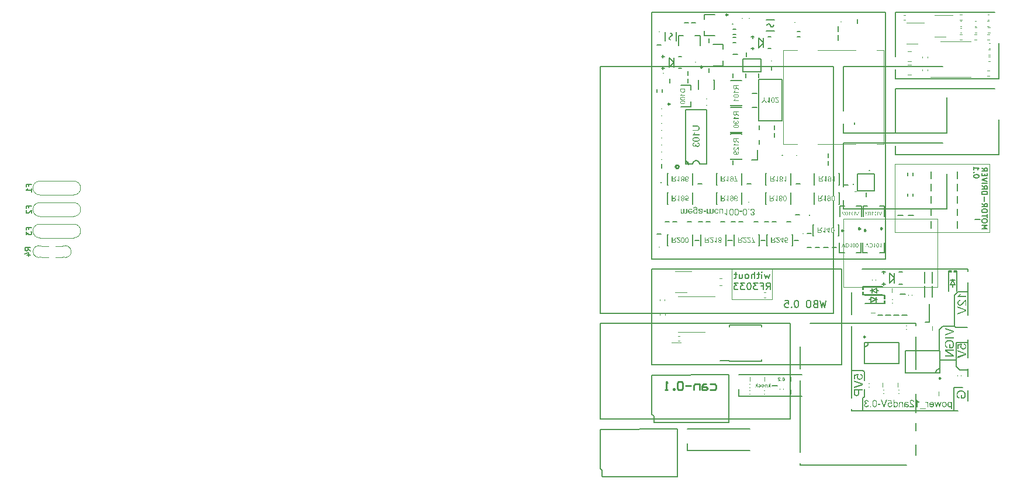
<source format=gbo>
G75*
G70*
%OFA0B0*%
%FSLAX25Y25*%
%IPPOS*%
%LPD*%
%AMOC8*
5,1,8,0,0,1.08239X$1,22.5*
%
%ADD114C,0.00984*%
%ADD115C,0.01000*%
%ADD200C,0.00300*%
%ADD72C,0.00669*%
%ADD73C,0.00591*%
%ADD74C,0.00500*%
%ADD75C,0.00800*%
%ADD76C,0.00472*%
%ADD77C,0.00787*%
%ADD78C,0.00394*%
%ADD79C,0.00390*%
X0000000Y0000000D02*
%LPD*%
G01*
D74*
X0099160Y0247255D02*
X0099160Y0248255D01*
X0100731Y0248255D02*
X0097731Y0248255D01*
X0097731Y0248255D02*
X0097731Y0246826D01*
X0098017Y0245826D02*
X0097874Y0245683D01*
X0097874Y0245683D02*
X0097731Y0245398D01*
X0097731Y0245398D02*
X0097731Y0244683D01*
X0097731Y0244683D02*
X0097874Y0244398D01*
X0097874Y0244398D02*
X0098017Y0244255D01*
X0098017Y0244255D02*
X0098303Y0244112D01*
X0098303Y0244112D02*
X0098589Y0244112D01*
X0098589Y0244112D02*
X0099017Y0244255D01*
X0099017Y0244255D02*
X0100731Y0245969D01*
X0100731Y0245969D02*
X0100731Y0244112D01*
X0099160Y0259538D02*
X0099160Y0260538D01*
X0100731Y0260538D02*
X0097731Y0260538D01*
X0097731Y0260538D02*
X0097731Y0259110D01*
X0100731Y0256395D02*
X0100731Y0258110D01*
X0100731Y0257253D02*
X0097731Y0257253D01*
X0097731Y0257253D02*
X0098160Y0257538D01*
X0098160Y0257538D02*
X0098446Y0257824D01*
X0098446Y0257824D02*
X0098589Y0258110D01*
X0099160Y0234971D02*
X0099160Y0235971D01*
X0100731Y0235971D02*
X0097731Y0235971D01*
X0097731Y0235971D02*
X0097731Y0234543D01*
X0097731Y0233686D02*
X0097731Y0231828D01*
X0097731Y0231828D02*
X0098874Y0232828D01*
X0098874Y0232828D02*
X0098874Y0232400D01*
X0098874Y0232400D02*
X0099017Y0232114D01*
X0099017Y0232114D02*
X0099160Y0231971D01*
X0099160Y0231971D02*
X0099446Y0231828D01*
X0099446Y0231828D02*
X0100160Y0231828D01*
X0100160Y0231828D02*
X0100446Y0231971D01*
X0100446Y0231971D02*
X0100589Y0232114D01*
X0100589Y0232114D02*
X0100731Y0232400D01*
X0100731Y0232400D02*
X0100731Y0233257D01*
X0100731Y0233257D02*
X0100589Y0233543D01*
X0100589Y0233543D02*
X0100446Y0233686D01*
X0100024Y0222718D02*
X0098596Y0223718D01*
X0100024Y0224432D02*
X0097024Y0224432D01*
X0097024Y0224432D02*
X0097024Y0223289D01*
X0097024Y0223289D02*
X0097167Y0223004D01*
X0097167Y0223004D02*
X0097310Y0222861D01*
X0097310Y0222861D02*
X0097596Y0222718D01*
X0097596Y0222718D02*
X0098024Y0222718D01*
X0098024Y0222718D02*
X0098310Y0222861D01*
X0098310Y0222861D02*
X0098453Y0223004D01*
X0098453Y0223004D02*
X0098596Y0223289D01*
X0098596Y0223289D02*
X0098596Y0224432D01*
X0098024Y0220146D02*
X0100024Y0220146D01*
X0096882Y0220861D02*
X0099024Y0221575D01*
X0099024Y0221575D02*
X0099024Y0219718D01*
D77*
X0425000Y0120615D02*
X0468996Y0120768D01*
X0425000Y0098182D02*
X0425000Y0120615D01*
X0425000Y0098182D02*
X0426082Y0097100D01*
X0426082Y0093852D02*
X0426082Y0097100D01*
X0426082Y0093852D02*
X0426304Y0093655D01*
X0426304Y0093655D02*
X0468996Y0093655D01*
X0468996Y0093630D02*
X0468996Y0120768D01*
D76*
X0124566Y0250192D02*
X0105472Y0250192D01*
X0124566Y0242318D02*
X0105472Y0242318D01*
X0105472Y0242318D02*
G75*
G02*
X0105472Y0250192I0000000J0003937D01*
G01*
X0124763Y0250192D02*
G75*
G02*
X0124763Y0242318I0000000J-003937D01*
G01*
X0124566Y0262475D02*
X0105472Y0262475D01*
X0124566Y0254601D02*
X0105472Y0254601D01*
X0105472Y0254601D02*
G75*
G02*
X0105472Y0262475I0000000J0003937D01*
G01*
X0124763Y0262475D02*
G75*
G02*
X0124763Y0254601I0000000J-003937D01*
G01*
D77*
X0533267Y0181201D02*
X0425000Y0181201D01*
X0425000Y0126476D01*
X0533267Y0126476D01*
X0533267Y0181201D01*
X0563779Y0327854D02*
X0563779Y0302657D01*
X0563779Y0290059D02*
X0563779Y0295177D01*
X0563779Y0290059D02*
X0622834Y0290059D01*
X0620472Y0327854D02*
X0563779Y0327854D01*
X0622834Y0290059D02*
X0622834Y0310138D01*
D78*
X0617519Y0241043D02*
X0563582Y0241043D01*
X0563582Y0202067D01*
X0617519Y0202067D01*
X0617519Y0241043D01*
D77*
X0425000Y0327854D02*
X0558070Y0327854D01*
X0425000Y0186909D02*
X0425000Y0327854D01*
X0425000Y0186909D02*
X0558070Y0186909D01*
X0558070Y0186909D02*
X0558070Y0327854D01*
D76*
X0124566Y0237908D02*
X0105472Y0237908D01*
X0124566Y0230034D02*
X0105472Y0230034D01*
X0105472Y0230034D02*
G75*
G02*
X0105472Y0237908I0000000J0003937D01*
G01*
X0124763Y0237908D02*
G75*
G02*
X0124763Y0230034I0000000J-003937D01*
G01*
D77*
X0563779Y0284350D02*
X0563779Y0259153D01*
X0563779Y0246555D02*
X0563779Y0251673D01*
X0563779Y0246555D02*
X0622834Y0246555D01*
X0620472Y0284350D02*
X0563779Y0284350D01*
X0622834Y0246555D02*
X0622834Y0266634D01*
D79*
X0106442Y0219068D02*
X0110442Y0219068D01*
X0110442Y0225367D02*
X0106442Y0225367D01*
X0114442Y0219068D02*
X0118442Y0219068D01*
X0118442Y0225367D02*
X0114442Y0225367D01*
D76*
X0106226Y0219062D02*
G75*
G02*
X0106241Y0225367I-001283J0003156D01*
G01*
X0118643Y0225367D02*
G75*
G02*
X0118677Y0219054I0001299J-003150D01*
G01*
D77*
X0474685Y0120768D02*
X0510511Y0120768D01*
X0474685Y0108563D02*
X0474685Y0112500D01*
X0474685Y0108563D02*
X0510511Y0108563D01*
X0538976Y0155216D02*
X0538976Y0167815D01*
X0538976Y0107579D02*
X0538976Y0148524D01*
X0538976Y0100098D02*
X0538976Y0101279D01*
X0538976Y0100098D02*
X0599606Y0100098D01*
X0544881Y0181201D02*
X0605118Y0181201D01*
X0605118Y0154823D02*
X0605118Y0173720D01*
X0605118Y0130413D02*
X0605118Y0141043D01*
X0605118Y0119783D02*
X0605118Y0124114D01*
X0605118Y0105807D02*
X0605118Y0111909D01*
X0605118Y0180020D02*
X0605118Y0181201D01*
X0568110Y0130709D02*
G01*
G75*
G36*
X0631019Y0142909D02*
X0631152Y0142899D01*
X0631280Y0142884D01*
X0631403Y0142865D01*
X0631521Y0142845D01*
X0631634Y0142815D01*
X0631737Y0142791D01*
X0631836Y0142761D01*
X0631920Y0142732D01*
X0631998Y0142707D01*
X0632067Y0142678D01*
X0632121Y0142658D01*
X0632170Y0142638D01*
X0632200Y0142623D01*
X0632224Y0142614D01*
X0632229Y0142609D01*
X0632338Y0142545D01*
X0632441Y0142481D01*
X0632539Y0142407D01*
X0632628Y0142333D01*
X0632707Y0142259D01*
X0632785Y0142181D01*
X0632854Y0142107D01*
X0632913Y0142033D01*
X0632967Y0141964D01*
X0633017Y0141900D01*
X0633056Y0141841D01*
X0633090Y0141792D01*
X0633115Y0141753D01*
X0633135Y0141718D01*
X0633145Y0141698D01*
X0633149Y0141694D01*
X0633204Y0141575D01*
X0633253Y0141462D01*
X0633297Y0141344D01*
X0633332Y0141226D01*
X0633361Y0141108D01*
X0633386Y0140995D01*
X0633410Y0140892D01*
X0633425Y0140788D01*
X0633440Y0140695D01*
X0633450Y0140606D01*
X0633455Y0140532D01*
X0633459Y0140464D01*
X0633464Y0140414D01*
X0633464Y0140341D01*
X0633455Y0140134D01*
X0633435Y0139942D01*
X0633420Y0139849D01*
X0633400Y0139760D01*
X0633386Y0139676D01*
X0633366Y0139598D01*
X0633346Y0139524D01*
X0633332Y0139460D01*
X0633312Y0139406D01*
X0633297Y0139357D01*
X0633287Y0139317D01*
X0633277Y0139293D01*
X0633268Y0139273D01*
X0633268Y0139268D01*
X0633184Y0139071D01*
X0633090Y0138884D01*
X0632997Y0138712D01*
X0632948Y0138633D01*
X0632899Y0138560D01*
X0632854Y0138496D01*
X0632815Y0138432D01*
X0632780Y0138377D01*
X0632746Y0138333D01*
X0632721Y0138299D01*
X0632697Y0138269D01*
X0632687Y0138255D01*
X0632682Y0138250D01*
X0630807Y0138250D01*
X0630807Y0140385D01*
X0631403Y0140385D01*
X0631403Y0138904D01*
X0632343Y0138904D01*
X0632411Y0138992D01*
X0632480Y0139096D01*
X0632539Y0139199D01*
X0632593Y0139298D01*
X0632638Y0139391D01*
X0632657Y0139430D01*
X0632672Y0139465D01*
X0632687Y0139494D01*
X0632692Y0139514D01*
X0632702Y0139529D01*
X0632702Y0139534D01*
X0632756Y0139686D01*
X0632795Y0139839D01*
X0632825Y0139981D01*
X0632844Y0140109D01*
X0632849Y0140168D01*
X0632854Y0140223D01*
X0632859Y0140267D01*
X0632859Y0140306D01*
X0632864Y0140336D01*
X0632864Y0140380D01*
X0632859Y0140473D01*
X0632854Y0140562D01*
X0632830Y0140734D01*
X0632795Y0140896D01*
X0632776Y0140970D01*
X0632756Y0141034D01*
X0632736Y0141098D01*
X0632716Y0141152D01*
X0632697Y0141202D01*
X0632682Y0141241D01*
X0632667Y0141275D01*
X0632657Y0141300D01*
X0632648Y0141315D01*
X0632648Y0141320D01*
X0632603Y0141398D01*
X0632554Y0141477D01*
X0632505Y0141546D01*
X0632451Y0141610D01*
X0632392Y0141674D01*
X0632338Y0141728D01*
X0632284Y0141777D01*
X0632229Y0141821D01*
X0632175Y0141861D01*
X0632126Y0141895D01*
X0632087Y0141925D01*
X0632047Y0141949D01*
X0632018Y0141969D01*
X0631993Y0141984D01*
X0631978Y0141989D01*
X0631974Y0141994D01*
X0631885Y0142033D01*
X0631792Y0142068D01*
X0631605Y0142126D01*
X0631413Y0142166D01*
X0631324Y0142186D01*
X0631236Y0142195D01*
X0631152Y0142205D01*
X0631078Y0142210D01*
X0631014Y0142220D01*
X0630955Y0142220D01*
X0630906Y0142225D01*
X0630871Y0142225D01*
X0630852Y0142225D01*
X0630842Y0142225D01*
X0630640Y0142215D01*
X0630453Y0142195D01*
X0630365Y0142181D01*
X0630281Y0142166D01*
X0630202Y0142146D01*
X0630129Y0142126D01*
X0630065Y0142112D01*
X0630006Y0142092D01*
X0629951Y0142077D01*
X0629912Y0142063D01*
X0629873Y0142053D01*
X0629848Y0142043D01*
X0629833Y0142033D01*
X0629828Y0142033D01*
X0629730Y0141989D01*
X0629637Y0141935D01*
X0629553Y0141885D01*
X0629479Y0141831D01*
X0629415Y0141787D01*
X0629371Y0141753D01*
X0629341Y0141728D01*
X0629331Y0141718D01*
X0629248Y0141635D01*
X0629174Y0141546D01*
X0629115Y0141457D01*
X0629061Y0141374D01*
X0629017Y0141295D01*
X0629002Y0141265D01*
X0628987Y0141236D01*
X0628977Y0141211D01*
X0628967Y0141197D01*
X0628962Y0141187D01*
X0628962Y0141182D01*
X0628913Y0141054D01*
X0628879Y0140916D01*
X0628854Y0140783D01*
X0628839Y0140660D01*
X0628830Y0140601D01*
X0628825Y0140552D01*
X0628825Y0140508D01*
X0628820Y0140468D01*
X0628820Y0140390D01*
X0628825Y0140252D01*
X0628839Y0140119D01*
X0628864Y0140001D01*
X0628884Y0139898D01*
X0628899Y0139853D01*
X0628908Y0139814D01*
X0628923Y0139780D01*
X0628933Y0139750D01*
X0628938Y0139726D01*
X0628948Y0139711D01*
X0628953Y0139701D01*
X0628953Y0139696D01*
X0629007Y0139583D01*
X0629066Y0139489D01*
X0629125Y0139406D01*
X0629179Y0139337D01*
X0629228Y0139283D01*
X0629273Y0139243D01*
X0629297Y0139224D01*
X0629302Y0139214D01*
X0629307Y0139214D01*
X0629396Y0139150D01*
X0629494Y0139096D01*
X0629597Y0139047D01*
X0629691Y0139007D01*
X0629779Y0138973D01*
X0629819Y0138958D01*
X0629848Y0138948D01*
X0629873Y0138938D01*
X0629897Y0138933D01*
X0629907Y0138928D01*
X0629912Y0138928D01*
X0629750Y0138328D01*
X0629656Y0138353D01*
X0629568Y0138382D01*
X0629484Y0138412D01*
X0629405Y0138441D01*
X0629331Y0138476D01*
X0629263Y0138505D01*
X0629199Y0138535D01*
X0629145Y0138569D01*
X0629095Y0138599D01*
X0629051Y0138623D01*
X0629012Y0138648D01*
X0628982Y0138668D01*
X0628958Y0138687D01*
X0628938Y0138702D01*
X0628928Y0138707D01*
X0628923Y0138712D01*
X0628810Y0138815D01*
X0628712Y0138928D01*
X0628628Y0139042D01*
X0628559Y0139155D01*
X0628505Y0139253D01*
X0628480Y0139298D01*
X0628466Y0139332D01*
X0628451Y0139362D01*
X0628441Y0139386D01*
X0628431Y0139401D01*
X0628431Y0139406D01*
X0628372Y0139573D01*
X0628328Y0139745D01*
X0628293Y0139908D01*
X0628284Y0139986D01*
X0628274Y0140060D01*
X0628264Y0140129D01*
X0628259Y0140193D01*
X0628254Y0140252D01*
X0628254Y0140296D01*
X0628249Y0140336D01*
X0628249Y0140390D01*
X0628254Y0140528D01*
X0628264Y0140665D01*
X0628279Y0140793D01*
X0628298Y0140916D01*
X0628323Y0141034D01*
X0628347Y0141143D01*
X0628377Y0141246D01*
X0628402Y0141339D01*
X0628431Y0141423D01*
X0628461Y0141502D01*
X0628485Y0141566D01*
X0628510Y0141620D01*
X0628530Y0141664D01*
X0628544Y0141698D01*
X0628554Y0141718D01*
X0628559Y0141723D01*
X0628623Y0141826D01*
X0628687Y0141925D01*
X0628761Y0142018D01*
X0628839Y0142102D01*
X0628918Y0142186D01*
X0628997Y0142254D01*
X0629076Y0142323D01*
X0629150Y0142382D01*
X0629223Y0142436D01*
X0629292Y0142481D01*
X0629351Y0142520D01*
X0629405Y0142550D01*
X0629450Y0142574D01*
X0629479Y0142594D01*
X0629499Y0142604D01*
X0629509Y0142609D01*
X0629632Y0142663D01*
X0629750Y0142707D01*
X0629873Y0142751D01*
X0629991Y0142786D01*
X0630109Y0142815D01*
X0630222Y0142840D01*
X0630330Y0142860D01*
X0630434Y0142874D01*
X0630527Y0142889D01*
X0630616Y0142899D01*
X0630689Y0142904D01*
X0630758Y0142909D01*
X0630807Y0142914D01*
X0630847Y0142914D01*
X0630871Y0142914D01*
X0630881Y0142914D01*
X0631019Y0142909D01*
D02*
G37*
G36*
X0632569Y0169671D02*
X0632677Y0169646D01*
X0632781Y0169617D01*
X0632879Y0169582D01*
X0632972Y0169543D01*
X0633056Y0169503D01*
X0633135Y0169459D01*
X0633204Y0169415D01*
X0633263Y0169375D01*
X0633317Y0169331D01*
X0633366Y0169297D01*
X0633405Y0169262D01*
X0633435Y0169233D01*
X0633455Y0169213D01*
X0633469Y0169198D01*
X0633474Y0169193D01*
X0633543Y0169110D01*
X0633602Y0169021D01*
X0633651Y0168928D01*
X0633696Y0168834D01*
X0633735Y0168736D01*
X0633764Y0168642D01*
X0633789Y0168554D01*
X0633809Y0168465D01*
X0633824Y0168382D01*
X0633838Y0168308D01*
X0633848Y0168239D01*
X0633853Y0168180D01*
X0633853Y0168131D01*
X0633858Y0168096D01*
X0633858Y0168067D01*
X0633853Y0167914D01*
X0633833Y0167767D01*
X0633804Y0167634D01*
X0633764Y0167506D01*
X0633715Y0167388D01*
X0633666Y0167280D01*
X0633612Y0167181D01*
X0633553Y0167088D01*
X0633494Y0167009D01*
X0633440Y0166940D01*
X0633391Y0166881D01*
X0633341Y0166832D01*
X0633302Y0166792D01*
X0633272Y0166768D01*
X0633253Y0166748D01*
X0633248Y0166743D01*
X0633154Y0166674D01*
X0633056Y0166610D01*
X0632953Y0166556D01*
X0632854Y0166512D01*
X0632756Y0166473D01*
X0632658Y0166438D01*
X0632559Y0166414D01*
X0632471Y0166389D01*
X0632387Y0166374D01*
X0632308Y0166360D01*
X0632239Y0166350D01*
X0632180Y0166345D01*
X0632131Y0166345D01*
X0632097Y0166340D01*
X0632077Y0166340D01*
X0632067Y0166340D01*
X0631934Y0166345D01*
X0631806Y0166360D01*
X0631688Y0166384D01*
X0631575Y0166409D01*
X0631472Y0166448D01*
X0631373Y0166483D01*
X0631285Y0166527D01*
X0631206Y0166566D01*
X0631132Y0166610D01*
X0631068Y0166655D01*
X0631014Y0166689D01*
X0630970Y0166724D01*
X0630936Y0166753D01*
X0630906Y0166778D01*
X0630891Y0166792D01*
X0630886Y0166797D01*
X0630808Y0166886D01*
X0630734Y0166975D01*
X0630675Y0167068D01*
X0630621Y0167161D01*
X0630576Y0167255D01*
X0630542Y0167348D01*
X0630512Y0167442D01*
X0630488Y0167525D01*
X0630468Y0167604D01*
X0630453Y0167678D01*
X0630444Y0167747D01*
X0630434Y0167801D01*
X0630434Y0167850D01*
X0630429Y0167885D01*
X0630429Y0167914D01*
X0630434Y0168008D01*
X0630444Y0168101D01*
X0630458Y0168190D01*
X0630478Y0168273D01*
X0630532Y0168436D01*
X0630557Y0168509D01*
X0630586Y0168578D01*
X0630621Y0168642D01*
X0630645Y0168697D01*
X0630675Y0168751D01*
X0630699Y0168790D01*
X0630719Y0168824D01*
X0630734Y0168849D01*
X0630744Y0168864D01*
X0630749Y0168869D01*
X0629386Y0168598D01*
X0629386Y0166576D01*
X0628795Y0166576D01*
X0628795Y0169090D01*
X0631388Y0169577D01*
X0631462Y0168997D01*
X0631388Y0168943D01*
X0631319Y0168879D01*
X0631260Y0168820D01*
X0631206Y0168756D01*
X0631167Y0168706D01*
X0631137Y0168662D01*
X0631118Y0168632D01*
X0631113Y0168628D01*
X0631113Y0168623D01*
X0631068Y0168529D01*
X0631034Y0168436D01*
X0631009Y0168347D01*
X0630990Y0168263D01*
X0630980Y0168190D01*
X0630980Y0168160D01*
X0630975Y0168131D01*
X0630975Y0168081D01*
X0630980Y0167993D01*
X0630990Y0167909D01*
X0631004Y0167830D01*
X0631024Y0167752D01*
X0631049Y0167683D01*
X0631073Y0167619D01*
X0631103Y0167560D01*
X0631127Y0167506D01*
X0631157Y0167462D01*
X0631187Y0167417D01*
X0631211Y0167383D01*
X0631236Y0167353D01*
X0631255Y0167329D01*
X0631270Y0167314D01*
X0631280Y0167304D01*
X0631285Y0167299D01*
X0631344Y0167245D01*
X0631408Y0167201D01*
X0631477Y0167161D01*
X0631546Y0167127D01*
X0631614Y0167097D01*
X0631683Y0167073D01*
X0631816Y0167038D01*
X0631880Y0167024D01*
X0631939Y0167014D01*
X0631988Y0167009D01*
X0632033Y0167004D01*
X0632072Y0166999D01*
X0632097Y0166999D01*
X0632116Y0166999D01*
X0632121Y0166999D01*
X0632225Y0167004D01*
X0632318Y0167014D01*
X0632412Y0167029D01*
X0632495Y0167048D01*
X0632574Y0167073D01*
X0632648Y0167097D01*
X0632717Y0167127D01*
X0632776Y0167152D01*
X0632830Y0167181D01*
X0632879Y0167211D01*
X0632923Y0167235D01*
X0632953Y0167260D01*
X0632982Y0167280D01*
X0633002Y0167294D01*
X0633012Y0167304D01*
X0633017Y0167309D01*
X0633076Y0167368D01*
X0633125Y0167432D01*
X0633169Y0167496D01*
X0633209Y0167560D01*
X0633243Y0167624D01*
X0633268Y0167683D01*
X0633307Y0167806D01*
X0633322Y0167860D01*
X0633332Y0167909D01*
X0633341Y0167953D01*
X0633346Y0167993D01*
X0633351Y0168022D01*
X0633351Y0168067D01*
X0633346Y0168136D01*
X0633341Y0168199D01*
X0633312Y0168322D01*
X0633277Y0168431D01*
X0633233Y0168524D01*
X0633189Y0168603D01*
X0633169Y0168632D01*
X0633149Y0168657D01*
X0633135Y0168677D01*
X0633125Y0168691D01*
X0633120Y0168701D01*
X0633115Y0168706D01*
X0633066Y0168751D01*
X0633017Y0168795D01*
X0632899Y0168869D01*
X0632781Y0168923D01*
X0632667Y0168967D01*
X0632559Y0169002D01*
X0632515Y0169011D01*
X0632476Y0169021D01*
X0632441Y0169026D01*
X0632416Y0169031D01*
X0632402Y0169036D01*
X0632397Y0169036D01*
X0632451Y0169685D01*
X0632569Y0169671D01*
D02*
G37*
G36*
X0633774Y0164082D02*
X0633774Y0163388D01*
X0628731Y0161415D01*
X0628731Y0162094D01*
X0632397Y0163462D01*
X0632549Y0163516D01*
X0632702Y0163570D01*
X0632840Y0163614D01*
X0632963Y0163654D01*
X0633022Y0163673D01*
X0633071Y0163688D01*
X0633115Y0163698D01*
X0633154Y0163713D01*
X0633184Y0163722D01*
X0633204Y0163727D01*
X0633218Y0163732D01*
X0633223Y0163732D01*
X0633076Y0163777D01*
X0632933Y0163821D01*
X0632795Y0163865D01*
X0632667Y0163904D01*
X0632608Y0163924D01*
X0632559Y0163944D01*
X0632510Y0163959D01*
X0632471Y0163973D01*
X0632441Y0163983D01*
X0632416Y0163993D01*
X0632402Y0163998D01*
X0632397Y0163998D01*
X0628731Y0165307D01*
X0628731Y0166030D01*
X0633774Y0164082D01*
D02*
G37*
G36*
X0630616Y0197924D02*
X0630567Y0197810D01*
X0630512Y0197702D01*
X0630463Y0197604D01*
X0630419Y0197515D01*
X0630399Y0197481D01*
X0630380Y0197446D01*
X0630365Y0197422D01*
X0630355Y0197402D01*
X0630345Y0197392D01*
X0630345Y0197387D01*
X0630266Y0197259D01*
X0630188Y0197141D01*
X0630114Y0197038D01*
X0630050Y0196954D01*
X0629996Y0196885D01*
X0629951Y0196836D01*
X0629937Y0196822D01*
X0629927Y0196807D01*
X0629917Y0196802D01*
X0629917Y0196797D01*
X0633858Y0196797D01*
X0633858Y0196177D01*
X0628795Y0196177D01*
X0628795Y0196580D01*
X0628859Y0196610D01*
X0628918Y0196649D01*
X0629041Y0196733D01*
X0629155Y0196822D01*
X0629258Y0196910D01*
X0629302Y0196954D01*
X0629346Y0196994D01*
X0629381Y0197033D01*
X0629415Y0197063D01*
X0629440Y0197087D01*
X0629459Y0197112D01*
X0629469Y0197122D01*
X0629474Y0197127D01*
X0629597Y0197279D01*
X0629711Y0197432D01*
X0629814Y0197584D01*
X0629897Y0197727D01*
X0629937Y0197791D01*
X0629966Y0197850D01*
X0629996Y0197899D01*
X0630020Y0197943D01*
X0630040Y0197983D01*
X0630055Y0198007D01*
X0630060Y0198027D01*
X0630065Y0198032D01*
X0630660Y0198032D01*
X0630616Y0197924D01*
D02*
G37*
G36*
X0633858Y0191341D02*
X0633263Y0191341D01*
X0633263Y0193815D01*
X0633199Y0193776D01*
X0633140Y0193732D01*
X0633086Y0193688D01*
X0633031Y0193648D01*
X0632992Y0193609D01*
X0632958Y0193579D01*
X0632933Y0193560D01*
X0632928Y0193555D01*
X0632894Y0193520D01*
X0632854Y0193476D01*
X0632805Y0193427D01*
X0632756Y0193373D01*
X0632653Y0193255D01*
X0632549Y0193136D01*
X0632451Y0193018D01*
X0632407Y0192969D01*
X0632367Y0192925D01*
X0632338Y0192890D01*
X0632313Y0192861D01*
X0632298Y0192841D01*
X0632293Y0192836D01*
X0632190Y0192718D01*
X0632097Y0192605D01*
X0632003Y0192502D01*
X0631920Y0192408D01*
X0631841Y0192320D01*
X0631767Y0192246D01*
X0631698Y0192172D01*
X0631639Y0192113D01*
X0631585Y0192059D01*
X0631541Y0192010D01*
X0631501Y0191975D01*
X0631467Y0191941D01*
X0631442Y0191916D01*
X0631423Y0191902D01*
X0631413Y0191892D01*
X0631408Y0191887D01*
X0631290Y0191783D01*
X0631177Y0191700D01*
X0631068Y0191626D01*
X0630980Y0191572D01*
X0630901Y0191528D01*
X0630872Y0191513D01*
X0630842Y0191498D01*
X0630822Y0191488D01*
X0630808Y0191478D01*
X0630798Y0191473D01*
X0630793Y0191473D01*
X0630685Y0191429D01*
X0630576Y0191400D01*
X0630473Y0191375D01*
X0630384Y0191360D01*
X0630306Y0191350D01*
X0630276Y0191350D01*
X0630247Y0191346D01*
X0630227Y0191346D01*
X0630212Y0191346D01*
X0630203Y0191346D01*
X0630198Y0191346D01*
X0630089Y0191350D01*
X0629986Y0191365D01*
X0629883Y0191385D01*
X0629789Y0191410D01*
X0629701Y0191444D01*
X0629622Y0191478D01*
X0629543Y0191518D01*
X0629474Y0191557D01*
X0629410Y0191596D01*
X0629356Y0191636D01*
X0629312Y0191670D01*
X0629273Y0191705D01*
X0629238Y0191729D01*
X0629218Y0191749D01*
X0629204Y0191764D01*
X0629199Y0191769D01*
X0629130Y0191852D01*
X0629066Y0191941D01*
X0629012Y0192029D01*
X0628967Y0192128D01*
X0628928Y0192221D01*
X0628894Y0192320D01*
X0628869Y0192413D01*
X0628844Y0192502D01*
X0628830Y0192590D01*
X0628815Y0192669D01*
X0628805Y0192738D01*
X0628800Y0192797D01*
X0628800Y0192851D01*
X0628795Y0192886D01*
X0628795Y0192920D01*
X0628800Y0193053D01*
X0628810Y0193176D01*
X0628830Y0193294D01*
X0628854Y0193402D01*
X0628884Y0193505D01*
X0628913Y0193599D01*
X0628948Y0193683D01*
X0628982Y0193761D01*
X0629017Y0193830D01*
X0629051Y0193894D01*
X0629081Y0193943D01*
X0629110Y0193988D01*
X0629135Y0194022D01*
X0629155Y0194047D01*
X0629164Y0194061D01*
X0629169Y0194066D01*
X0629243Y0194140D01*
X0629322Y0194209D01*
X0629405Y0194268D01*
X0629494Y0194322D01*
X0629588Y0194366D01*
X0629676Y0194406D01*
X0629765Y0194440D01*
X0629848Y0194470D01*
X0629932Y0194489D01*
X0630006Y0194509D01*
X0630074Y0194524D01*
X0630134Y0194539D01*
X0630183Y0194544D01*
X0630222Y0194549D01*
X0630242Y0194553D01*
X0630252Y0194553D01*
X0630316Y0193919D01*
X0630227Y0193914D01*
X0630148Y0193909D01*
X0630070Y0193894D01*
X0630001Y0193879D01*
X0629937Y0193855D01*
X0629873Y0193835D01*
X0629819Y0193811D01*
X0629769Y0193786D01*
X0629725Y0193761D01*
X0629686Y0193737D01*
X0629651Y0193712D01*
X0629627Y0193692D01*
X0629607Y0193678D01*
X0629588Y0193663D01*
X0629582Y0193658D01*
X0629578Y0193653D01*
X0629528Y0193599D01*
X0629489Y0193545D01*
X0629450Y0193486D01*
X0629420Y0193427D01*
X0629371Y0193309D01*
X0629341Y0193191D01*
X0629332Y0193141D01*
X0629322Y0193092D01*
X0629317Y0193048D01*
X0629312Y0193009D01*
X0629307Y0192979D01*
X0629307Y0192935D01*
X0629312Y0192856D01*
X0629317Y0192782D01*
X0629346Y0192649D01*
X0629386Y0192531D01*
X0629410Y0192477D01*
X0629435Y0192433D01*
X0629459Y0192389D01*
X0629484Y0192354D01*
X0629504Y0192320D01*
X0629524Y0192295D01*
X0629538Y0192275D01*
X0629553Y0192256D01*
X0629558Y0192251D01*
X0629563Y0192246D01*
X0629612Y0192197D01*
X0629661Y0192157D01*
X0629715Y0192123D01*
X0629765Y0192093D01*
X0629868Y0192044D01*
X0629966Y0192015D01*
X0630055Y0191995D01*
X0630089Y0191990D01*
X0630119Y0191985D01*
X0630148Y0191980D01*
X0630168Y0191980D01*
X0630178Y0191980D01*
X0630183Y0191980D01*
X0630247Y0191985D01*
X0630316Y0191995D01*
X0630380Y0192010D01*
X0630449Y0192025D01*
X0630572Y0192074D01*
X0630685Y0192128D01*
X0630734Y0192157D01*
X0630783Y0192182D01*
X0630822Y0192207D01*
X0630857Y0192231D01*
X0630886Y0192246D01*
X0630906Y0192261D01*
X0630921Y0192271D01*
X0630926Y0192275D01*
X0631004Y0192334D01*
X0631083Y0192408D01*
X0631172Y0192487D01*
X0631260Y0192571D01*
X0631437Y0192753D01*
X0631610Y0192940D01*
X0631688Y0193028D01*
X0631762Y0193112D01*
X0631831Y0193186D01*
X0631885Y0193255D01*
X0631934Y0193309D01*
X0631969Y0193353D01*
X0631988Y0193378D01*
X0631998Y0193387D01*
X0632077Y0193481D01*
X0632156Y0193574D01*
X0632229Y0193658D01*
X0632298Y0193737D01*
X0632367Y0193806D01*
X0632431Y0193874D01*
X0632490Y0193934D01*
X0632539Y0193988D01*
X0632589Y0194037D01*
X0632633Y0194076D01*
X0632672Y0194111D01*
X0632702Y0194140D01*
X0632726Y0194165D01*
X0632746Y0194180D01*
X0632756Y0194189D01*
X0632761Y0194194D01*
X0632884Y0194293D01*
X0633002Y0194376D01*
X0633115Y0194445D01*
X0633218Y0194504D01*
X0633307Y0194549D01*
X0633341Y0194563D01*
X0633371Y0194578D01*
X0633395Y0194588D01*
X0633415Y0194598D01*
X0633425Y0194603D01*
X0633430Y0194603D01*
X0633509Y0194627D01*
X0633583Y0194647D01*
X0633656Y0194657D01*
X0633720Y0194667D01*
X0633779Y0194672D01*
X0633819Y0194672D01*
X0633848Y0194672D01*
X0633853Y0194672D01*
X0633858Y0194672D01*
X0633858Y0191341D01*
D02*
G37*
G36*
X0633858Y0188989D02*
X0633858Y0188295D01*
X0628815Y0186322D01*
X0628815Y0187001D01*
X0632480Y0188369D01*
X0632633Y0188423D01*
X0632785Y0188477D01*
X0632923Y0188521D01*
X0633046Y0188561D01*
X0633105Y0188581D01*
X0633154Y0188595D01*
X0633199Y0188605D01*
X0633238Y0188620D01*
X0633268Y0188630D01*
X0633287Y0188635D01*
X0633302Y0188640D01*
X0633307Y0188640D01*
X0633159Y0188684D01*
X0633017Y0188728D01*
X0632879Y0188772D01*
X0632751Y0188812D01*
X0632692Y0188831D01*
X0632643Y0188851D01*
X0632594Y0188866D01*
X0632554Y0188881D01*
X0632525Y0188891D01*
X0632500Y0188900D01*
X0632485Y0188905D01*
X0632480Y0188905D01*
X0628815Y0190214D01*
X0628815Y0190937D01*
X0633858Y0188989D01*
D02*
G37*
G36*
X0573514Y0152348D02*
X0573622Y0152323D01*
X0573725Y0152294D01*
X0573824Y0152259D01*
X0573917Y0152220D01*
X0574001Y0152181D01*
X0574080Y0152136D01*
X0574149Y0152092D01*
X0574208Y0152053D01*
X0574262Y0152008D01*
X0574311Y0151974D01*
X0574350Y0151939D01*
X0574380Y0151910D01*
X0574399Y0151890D01*
X0574414Y0151876D01*
X0574419Y0151870D01*
X0574488Y0151787D01*
X0574547Y0151698D01*
X0574596Y0151605D01*
X0574641Y0151511D01*
X0574680Y0151413D01*
X0574709Y0151319D01*
X0574734Y0151231D01*
X0574754Y0151142D01*
X0574768Y0151059D01*
X0574783Y0150985D01*
X0574793Y0150916D01*
X0574798Y0150857D01*
X0574798Y0150808D01*
X0574803Y0150773D01*
X0574803Y0150744D01*
X0574798Y0150591D01*
X0574778Y0150444D01*
X0574749Y0150311D01*
X0574709Y0150183D01*
X0574660Y0150065D01*
X0574611Y0149957D01*
X0574557Y0149858D01*
X0574498Y0149765D01*
X0574439Y0149686D01*
X0574385Y0149617D01*
X0574335Y0149558D01*
X0574286Y0149509D01*
X0574247Y0149470D01*
X0574217Y0149445D01*
X0574198Y0149425D01*
X0574193Y0149420D01*
X0574099Y0149352D01*
X0574001Y0149287D01*
X0573898Y0149233D01*
X0573799Y0149189D01*
X0573701Y0149150D01*
X0573602Y0149115D01*
X0573504Y0149091D01*
X0573415Y0149066D01*
X0573332Y0149051D01*
X0573253Y0149037D01*
X0573184Y0149027D01*
X0573125Y0149022D01*
X0573076Y0149022D01*
X0573042Y0149017D01*
X0573022Y0149017D01*
X0573012Y0149017D01*
X0572879Y0149022D01*
X0572751Y0149037D01*
X0572633Y0149061D01*
X0572520Y0149086D01*
X0572417Y0149125D01*
X0572318Y0149160D01*
X0572230Y0149204D01*
X0572151Y0149243D01*
X0572077Y0149287D01*
X0572013Y0149332D01*
X0571959Y0149366D01*
X0571915Y0149401D01*
X0571880Y0149430D01*
X0571851Y0149455D01*
X0571836Y0149470D01*
X0571831Y0149475D01*
X0571752Y0149563D01*
X0571679Y0149652D01*
X0571620Y0149745D01*
X0571566Y0149839D01*
X0571521Y0149932D01*
X0571487Y0150026D01*
X0571457Y0150119D01*
X0571433Y0150203D01*
X0571413Y0150281D01*
X0571398Y0150355D01*
X0571388Y0150424D01*
X0571379Y0150478D01*
X0571379Y0150527D01*
X0571374Y0150562D01*
X0571374Y0150591D01*
X0571379Y0150685D01*
X0571388Y0150778D01*
X0571403Y0150867D01*
X0571423Y0150951D01*
X0571477Y0151113D01*
X0571502Y0151187D01*
X0571531Y0151256D01*
X0571566Y0151319D01*
X0571590Y0151374D01*
X0571620Y0151428D01*
X0571644Y0151467D01*
X0571664Y0151502D01*
X0571679Y0151526D01*
X0571689Y0151541D01*
X0571694Y0151546D01*
X0570331Y0151275D01*
X0570331Y0149253D01*
X0569740Y0149253D01*
X0569740Y0151767D01*
X0572333Y0152254D01*
X0572407Y0151674D01*
X0572333Y0151620D01*
X0572264Y0151556D01*
X0572205Y0151497D01*
X0572151Y0151433D01*
X0572112Y0151383D01*
X0572082Y0151339D01*
X0572062Y0151310D01*
X0572058Y0151305D01*
X0572058Y0151300D01*
X0572013Y0151206D01*
X0571979Y0151113D01*
X0571954Y0151024D01*
X0571934Y0150941D01*
X0571925Y0150867D01*
X0571925Y0150837D01*
X0571920Y0150808D01*
X0571920Y0150759D01*
X0571925Y0150670D01*
X0571934Y0150586D01*
X0571949Y0150508D01*
X0571969Y0150429D01*
X0571994Y0150360D01*
X0572018Y0150296D01*
X0572048Y0150237D01*
X0572072Y0150183D01*
X0572102Y0150139D01*
X0572131Y0150094D01*
X0572156Y0150060D01*
X0572181Y0150030D01*
X0572200Y0150006D01*
X0572215Y0149991D01*
X0572225Y0149981D01*
X0572230Y0149976D01*
X0572289Y0149922D01*
X0572353Y0149878D01*
X0572422Y0149839D01*
X0572490Y0149804D01*
X0572559Y0149775D01*
X0572628Y0149750D01*
X0572761Y0149716D01*
X0572825Y0149701D01*
X0572884Y0149691D01*
X0572933Y0149686D01*
X0572978Y0149681D01*
X0573017Y0149676D01*
X0573042Y0149676D01*
X0573061Y0149676D01*
X0573066Y0149676D01*
X0573170Y0149681D01*
X0573263Y0149691D01*
X0573356Y0149706D01*
X0573440Y0149725D01*
X0573519Y0149750D01*
X0573593Y0149775D01*
X0573661Y0149804D01*
X0573720Y0149829D01*
X0573775Y0149858D01*
X0573824Y0149888D01*
X0573868Y0149912D01*
X0573898Y0149937D01*
X0573927Y0149957D01*
X0573947Y0149971D01*
X0573957Y0149981D01*
X0573962Y0149986D01*
X0574021Y0150045D01*
X0574070Y0150109D01*
X0574114Y0150173D01*
X0574154Y0150237D01*
X0574188Y0150301D01*
X0574213Y0150360D01*
X0574252Y0150483D01*
X0574267Y0150537D01*
X0574276Y0150586D01*
X0574286Y0150631D01*
X0574291Y0150670D01*
X0574296Y0150700D01*
X0574296Y0150744D01*
X0574291Y0150813D01*
X0574286Y0150877D01*
X0574257Y0151000D01*
X0574222Y0151108D01*
X0574178Y0151201D01*
X0574134Y0151280D01*
X0574114Y0151310D01*
X0574094Y0151334D01*
X0574080Y0151354D01*
X0574070Y0151369D01*
X0574065Y0151379D01*
X0574060Y0151383D01*
X0574011Y0151428D01*
X0573962Y0151472D01*
X0573844Y0151546D01*
X0573725Y0151600D01*
X0573612Y0151644D01*
X0573504Y0151679D01*
X0573460Y0151688D01*
X0573420Y0151698D01*
X0573386Y0151703D01*
X0573361Y0151708D01*
X0573347Y0151713D01*
X0573342Y0151713D01*
X0573396Y0152363D01*
X0573514Y0152348D01*
D02*
G37*
G36*
X0574719Y0146759D02*
X0574719Y0146065D01*
X0569676Y0144092D01*
X0569676Y0144771D01*
X0573342Y0146139D01*
X0573494Y0146193D01*
X0573647Y0146247D01*
X0573785Y0146291D01*
X0573908Y0146331D01*
X0573966Y0146350D01*
X0574016Y0146365D01*
X0574060Y0146375D01*
X0574099Y0146390D01*
X0574129Y0146399D01*
X0574149Y0146404D01*
X0574163Y0146409D01*
X0574168Y0146409D01*
X0574021Y0146454D01*
X0573878Y0146498D01*
X0573740Y0146542D01*
X0573612Y0146581D01*
X0573553Y0146601D01*
X0573504Y0146621D01*
X0573455Y0146636D01*
X0573415Y0146650D01*
X0573386Y0146660D01*
X0573361Y0146670D01*
X0573347Y0146675D01*
X0573342Y0146675D01*
X0569676Y0147984D01*
X0569676Y0148707D01*
X0574719Y0146759D01*
D02*
G37*
G36*
X0574719Y0142828D02*
X0572668Y0142828D01*
X0572668Y0141534D01*
X0572663Y0141342D01*
X0572648Y0141165D01*
X0572628Y0141002D01*
X0572599Y0140855D01*
X0572564Y0140717D01*
X0572525Y0140599D01*
X0572486Y0140491D01*
X0572446Y0140397D01*
X0572407Y0140314D01*
X0572363Y0140245D01*
X0572328Y0140186D01*
X0572294Y0140136D01*
X0572264Y0140102D01*
X0572245Y0140077D01*
X0572230Y0140062D01*
X0572225Y0140058D01*
X0572136Y0139984D01*
X0572048Y0139920D01*
X0571959Y0139866D01*
X0571866Y0139817D01*
X0571772Y0139777D01*
X0571684Y0139743D01*
X0571595Y0139718D01*
X0571511Y0139694D01*
X0571433Y0139679D01*
X0571364Y0139664D01*
X0571300Y0139659D01*
X0571246Y0139649D01*
X0571201Y0139649D01*
X0571167Y0139644D01*
X0571142Y0139644D01*
X0571138Y0139644D01*
X0571000Y0139649D01*
X0570872Y0139669D01*
X0570754Y0139694D01*
X0570650Y0139723D01*
X0570606Y0139738D01*
X0570567Y0139753D01*
X0570532Y0139767D01*
X0570503Y0139777D01*
X0570478Y0139787D01*
X0570464Y0139797D01*
X0570454Y0139802D01*
X0570449Y0139802D01*
X0570336Y0139861D01*
X0570237Y0139930D01*
X0570158Y0139999D01*
X0570085Y0140062D01*
X0570031Y0140117D01*
X0569991Y0140166D01*
X0569971Y0140195D01*
X0569962Y0140200D01*
X0569962Y0140205D01*
X0569903Y0140304D01*
X0569853Y0140407D01*
X0569809Y0140515D01*
X0569780Y0140614D01*
X0569755Y0140697D01*
X0569745Y0140737D01*
X0569740Y0140766D01*
X0569730Y0140796D01*
X0569730Y0140815D01*
X0569726Y0140825D01*
X0569726Y0140830D01*
X0569716Y0140879D01*
X0569711Y0140938D01*
X0569696Y0141061D01*
X0569686Y0141189D01*
X0569681Y0141312D01*
X0569681Y0141371D01*
X0569676Y0141425D01*
X0569676Y0143497D01*
X0574719Y0143497D01*
X0574719Y0142828D01*
D02*
G37*
G36*
X0626688Y0176792D02*
X0626688Y0176098D01*
X0621645Y0174126D01*
X0621645Y0174805D01*
X0625310Y0176172D01*
X0625463Y0176226D01*
X0625615Y0176281D01*
X0625753Y0176325D01*
X0625876Y0176364D01*
X0625935Y0176384D01*
X0625984Y0176399D01*
X0626029Y0176408D01*
X0626068Y0176423D01*
X0626097Y0176433D01*
X0626117Y0176438D01*
X0626132Y0176443D01*
X0626137Y0176443D01*
X0625989Y0176487D01*
X0625846Y0176531D01*
X0625709Y0176576D01*
X0625581Y0176615D01*
X0625522Y0176635D01*
X0625473Y0176654D01*
X0625423Y0176669D01*
X0625384Y0176684D01*
X0625354Y0176694D01*
X0625330Y0176704D01*
X0625315Y0176709D01*
X0625310Y0176709D01*
X0621645Y0178017D01*
X0621645Y0178740D01*
X0626688Y0176792D01*
D02*
G37*
G36*
X0626688Y0172743D02*
X0621645Y0172743D01*
X0621645Y0173412D01*
X0626688Y0173412D01*
X0626688Y0172743D01*
D02*
G37*
G36*
X0624326Y0171734D02*
X0624459Y0171725D01*
X0624587Y0171710D01*
X0624710Y0171690D01*
X0624828Y0171671D01*
X0624941Y0171641D01*
X0625044Y0171616D01*
X0625143Y0171587D01*
X0625227Y0171557D01*
X0625305Y0171533D01*
X0625374Y0171503D01*
X0625428Y0171484D01*
X0625477Y0171464D01*
X0625507Y0171449D01*
X0625532Y0171439D01*
X0625537Y0171434D01*
X0625645Y0171370D01*
X0625748Y0171306D01*
X0625846Y0171233D01*
X0625935Y0171159D01*
X0626014Y0171085D01*
X0626092Y0171006D01*
X0626161Y0170933D01*
X0626220Y0170859D01*
X0626275Y0170790D01*
X0626324Y0170726D01*
X0626363Y0170667D01*
X0626398Y0170618D01*
X0626422Y0170578D01*
X0626442Y0170544D01*
X0626452Y0170524D01*
X0626456Y0170519D01*
X0626511Y0170401D01*
X0626560Y0170288D01*
X0626604Y0170170D01*
X0626639Y0170052D01*
X0626668Y0169934D01*
X0626693Y0169821D01*
X0626717Y0169717D01*
X0626732Y0169614D01*
X0626747Y0169520D01*
X0626757Y0169432D01*
X0626762Y0169358D01*
X0626767Y0169289D01*
X0626771Y0169240D01*
X0626771Y0169166D01*
X0626762Y0168959D01*
X0626742Y0168768D01*
X0626727Y0168674D01*
X0626707Y0168586D01*
X0626693Y0168502D01*
X0626673Y0168423D01*
X0626653Y0168349D01*
X0626639Y0168285D01*
X0626619Y0168231D01*
X0626604Y0168182D01*
X0626594Y0168143D01*
X0626584Y0168118D01*
X0626575Y0168098D01*
X0626575Y0168094D01*
X0626491Y0167897D01*
X0626398Y0167710D01*
X0626304Y0167538D01*
X0626255Y0167459D01*
X0626206Y0167385D01*
X0626161Y0167321D01*
X0626122Y0167257D01*
X0626087Y0167203D01*
X0626053Y0167159D01*
X0626029Y0167124D01*
X0626004Y0167095D01*
X0625994Y0167080D01*
X0625989Y0167075D01*
X0624115Y0167075D01*
X0624115Y0169210D01*
X0624710Y0169210D01*
X0624710Y0167729D01*
X0625650Y0167729D01*
X0625718Y0167818D01*
X0625787Y0167921D01*
X0625846Y0168025D01*
X0625901Y0168123D01*
X0625945Y0168217D01*
X0625964Y0168256D01*
X0625979Y0168290D01*
X0625994Y0168320D01*
X0625999Y0168340D01*
X0626009Y0168354D01*
X0626009Y0168359D01*
X0626063Y0168512D01*
X0626102Y0168664D01*
X0626132Y0168807D01*
X0626152Y0168935D01*
X0626156Y0168994D01*
X0626161Y0169048D01*
X0626166Y0169092D01*
X0626166Y0169132D01*
X0626171Y0169161D01*
X0626171Y0169206D01*
X0626166Y0169299D01*
X0626161Y0169388D01*
X0626137Y0169560D01*
X0626102Y0169722D01*
X0626083Y0169796D01*
X0626063Y0169860D01*
X0626043Y0169924D01*
X0626024Y0169978D01*
X0626004Y0170027D01*
X0625989Y0170067D01*
X0625974Y0170101D01*
X0625964Y0170126D01*
X0625955Y0170140D01*
X0625955Y0170145D01*
X0625910Y0170224D01*
X0625861Y0170303D01*
X0625812Y0170372D01*
X0625758Y0170435D01*
X0625699Y0170499D01*
X0625645Y0170554D01*
X0625591Y0170603D01*
X0625537Y0170647D01*
X0625482Y0170686D01*
X0625433Y0170721D01*
X0625394Y0170750D01*
X0625354Y0170775D01*
X0625325Y0170795D01*
X0625300Y0170809D01*
X0625286Y0170814D01*
X0625281Y0170819D01*
X0625192Y0170859D01*
X0625099Y0170893D01*
X0624912Y0170952D01*
X0624720Y0170991D01*
X0624631Y0171011D01*
X0624543Y0171021D01*
X0624459Y0171031D01*
X0624385Y0171036D01*
X0624321Y0171046D01*
X0624262Y0171046D01*
X0624213Y0171050D01*
X0624179Y0171050D01*
X0624159Y0171050D01*
X0624149Y0171050D01*
X0623947Y0171041D01*
X0623760Y0171021D01*
X0623672Y0171006D01*
X0623588Y0170991D01*
X0623510Y0170972D01*
X0623436Y0170952D01*
X0623372Y0170937D01*
X0623313Y0170918D01*
X0623259Y0170903D01*
X0623219Y0170888D01*
X0623180Y0170878D01*
X0623155Y0170868D01*
X0623140Y0170859D01*
X0623136Y0170859D01*
X0623037Y0170814D01*
X0622944Y0170760D01*
X0622860Y0170711D01*
X0622786Y0170657D01*
X0622722Y0170613D01*
X0622678Y0170578D01*
X0622649Y0170554D01*
X0622639Y0170544D01*
X0622555Y0170460D01*
X0622481Y0170372D01*
X0622422Y0170283D01*
X0622368Y0170199D01*
X0622324Y0170121D01*
X0622309Y0170091D01*
X0622294Y0170062D01*
X0622284Y0170037D01*
X0622274Y0170022D01*
X0622270Y0170012D01*
X0622270Y0170007D01*
X0622220Y0169880D01*
X0622186Y0169742D01*
X0622161Y0169609D01*
X0622147Y0169486D01*
X0622137Y0169427D01*
X0622132Y0169378D01*
X0622132Y0169334D01*
X0622127Y0169294D01*
X0622127Y0169215D01*
X0622132Y0169078D01*
X0622147Y0168945D01*
X0622171Y0168827D01*
X0622191Y0168723D01*
X0622206Y0168679D01*
X0622216Y0168640D01*
X0622230Y0168605D01*
X0622240Y0168576D01*
X0622245Y0168551D01*
X0622255Y0168536D01*
X0622260Y0168527D01*
X0622260Y0168522D01*
X0622314Y0168408D01*
X0622373Y0168315D01*
X0622432Y0168231D01*
X0622486Y0168162D01*
X0622535Y0168108D01*
X0622580Y0168069D01*
X0622604Y0168049D01*
X0622609Y0168039D01*
X0622614Y0168039D01*
X0622703Y0167975D01*
X0622801Y0167921D01*
X0622904Y0167872D01*
X0622998Y0167833D01*
X0623086Y0167798D01*
X0623126Y0167784D01*
X0623155Y0167774D01*
X0623180Y0167764D01*
X0623204Y0167759D01*
X0623214Y0167754D01*
X0623219Y0167754D01*
X0623057Y0167154D01*
X0622963Y0167179D01*
X0622875Y0167208D01*
X0622791Y0167238D01*
X0622712Y0167267D01*
X0622639Y0167302D01*
X0622570Y0167331D01*
X0622506Y0167361D01*
X0622452Y0167395D01*
X0622402Y0167424D01*
X0622358Y0167449D01*
X0622319Y0167474D01*
X0622289Y0167493D01*
X0622265Y0167513D01*
X0622245Y0167528D01*
X0622235Y0167533D01*
X0622230Y0167538D01*
X0622117Y0167641D01*
X0622019Y0167754D01*
X0621935Y0167867D01*
X0621866Y0167980D01*
X0621812Y0168079D01*
X0621787Y0168123D01*
X0621773Y0168158D01*
X0621758Y0168187D01*
X0621748Y0168212D01*
X0621738Y0168226D01*
X0621738Y0168231D01*
X0621679Y0168399D01*
X0621635Y0168571D01*
X0621601Y0168733D01*
X0621591Y0168812D01*
X0621581Y0168886D01*
X0621571Y0168955D01*
X0621566Y0169019D01*
X0621561Y0169078D01*
X0621561Y0169122D01*
X0621556Y0169161D01*
X0621556Y0169215D01*
X0621561Y0169353D01*
X0621571Y0169491D01*
X0621586Y0169619D01*
X0621605Y0169742D01*
X0621630Y0169860D01*
X0621655Y0169968D01*
X0621684Y0170071D01*
X0621709Y0170165D01*
X0621738Y0170249D01*
X0621768Y0170327D01*
X0621792Y0170391D01*
X0621817Y0170445D01*
X0621837Y0170490D01*
X0621851Y0170524D01*
X0621861Y0170544D01*
X0621866Y0170549D01*
X0621930Y0170652D01*
X0621994Y0170750D01*
X0622068Y0170844D01*
X0622147Y0170927D01*
X0622225Y0171011D01*
X0622304Y0171080D01*
X0622383Y0171149D01*
X0622457Y0171208D01*
X0622530Y0171262D01*
X0622599Y0171306D01*
X0622658Y0171346D01*
X0622712Y0171375D01*
X0622757Y0171400D01*
X0622786Y0171419D01*
X0622806Y0171429D01*
X0622816Y0171434D01*
X0622939Y0171488D01*
X0623057Y0171533D01*
X0623180Y0171577D01*
X0623298Y0171611D01*
X0623416Y0171641D01*
X0623529Y0171666D01*
X0623637Y0171685D01*
X0623741Y0171700D01*
X0623834Y0171715D01*
X0623923Y0171725D01*
X0623997Y0171730D01*
X0624065Y0171734D01*
X0624115Y0171739D01*
X0624154Y0171739D01*
X0624179Y0171739D01*
X0624188Y0171739D01*
X0624326Y0171734D01*
D02*
G37*
G36*
X0626688Y0165456D02*
X0622732Y0165456D01*
X0626688Y0162809D01*
X0626688Y0162121D01*
X0621645Y0162121D01*
X0621645Y0162760D01*
X0625605Y0162760D01*
X0621645Y0165412D01*
X0621645Y0166096D01*
X0626688Y0166096D01*
X0626688Y0165456D01*
D02*
G37*
G36*
X0577008Y0137444D02*
X0577094Y0137436D01*
X0577173Y0137424D01*
X0577247Y0137405D01*
X0577318Y0137385D01*
X0577385Y0137361D01*
X0577448Y0137338D01*
X0577503Y0137310D01*
X0577550Y0137287D01*
X0577597Y0137259D01*
X0577632Y0137236D01*
X0577664Y0137216D01*
X0577692Y0137196D01*
X0577707Y0137185D01*
X0577719Y0137177D01*
X0577723Y0137173D01*
X0577778Y0137118D01*
X0577833Y0137063D01*
X0577880Y0137000D01*
X0577919Y0136937D01*
X0577959Y0136874D01*
X0577990Y0136807D01*
X0578022Y0136744D01*
X0578045Y0136685D01*
X0578069Y0136626D01*
X0578084Y0136575D01*
X0578100Y0136524D01*
X0578112Y0136485D01*
X0578120Y0136450D01*
X0578128Y0136426D01*
X0578132Y0136406D01*
X0578132Y0136402D01*
X0577636Y0136316D01*
X0577625Y0136383D01*
X0577613Y0136442D01*
X0577593Y0136501D01*
X0577577Y0136552D01*
X0577558Y0136603D01*
X0577538Y0136646D01*
X0577515Y0136685D01*
X0577495Y0136725D01*
X0577475Y0136756D01*
X0577456Y0136784D01*
X0577440Y0136807D01*
X0577424Y0136823D01*
X0577412Y0136839D01*
X0577401Y0136850D01*
X0577397Y0136854D01*
X0577393Y0136858D01*
X0577357Y0136890D01*
X0577318Y0136921D01*
X0577236Y0136964D01*
X0577157Y0137000D01*
X0577078Y0137019D01*
X0577012Y0137035D01*
X0576984Y0137039D01*
X0576957Y0137039D01*
X0576937Y0137043D01*
X0576854Y0137043D01*
X0576807Y0137035D01*
X0576713Y0137015D01*
X0576630Y0136984D01*
X0576564Y0136953D01*
X0576509Y0136921D01*
X0576465Y0136890D01*
X0576453Y0136878D01*
X0576442Y0136870D01*
X0576438Y0136866D01*
X0576434Y0136862D01*
X0576402Y0136827D01*
X0576371Y0136792D01*
X0576328Y0136717D01*
X0576292Y0136642D01*
X0576273Y0136571D01*
X0576257Y0136508D01*
X0576253Y0136481D01*
X0576253Y0136457D01*
X0576249Y0136438D01*
X0576249Y0136422D01*
X0576249Y0136414D01*
X0576249Y0136410D01*
X0576253Y0136347D01*
X0576261Y0136292D01*
X0576273Y0136237D01*
X0576289Y0136186D01*
X0576308Y0136143D01*
X0576332Y0136100D01*
X0576351Y0136060D01*
X0576375Y0136029D01*
X0576402Y0135998D01*
X0576422Y0135974D01*
X0576446Y0135950D01*
X0576465Y0135935D01*
X0576481Y0135919D01*
X0576493Y0135911D01*
X0576501Y0135907D01*
X0576505Y0135903D01*
X0576603Y0135848D01*
X0576701Y0135809D01*
X0576795Y0135778D01*
X0576886Y0135758D01*
X0576925Y0135754D01*
X0576960Y0135746D01*
X0576992Y0135742D01*
X0577019Y0135742D01*
X0577043Y0135738D01*
X0577098Y0135738D01*
X0577126Y0135742D01*
X0577145Y0135746D01*
X0577153Y0135746D01*
X0577208Y0135314D01*
X0577133Y0135329D01*
X0577067Y0135345D01*
X0577008Y0135353D01*
X0576957Y0135357D01*
X0576917Y0135361D01*
X0576886Y0135365D01*
X0576862Y0135365D01*
X0576799Y0135361D01*
X0576740Y0135357D01*
X0576630Y0135329D01*
X0576532Y0135294D01*
X0576489Y0135275D01*
X0576450Y0135255D01*
X0576414Y0135235D01*
X0576387Y0135216D01*
X0576359Y0135196D01*
X0576336Y0135180D01*
X0576320Y0135165D01*
X0576308Y0135153D01*
X0576300Y0135149D01*
X0576296Y0135145D01*
X0576257Y0135102D01*
X0576222Y0135058D01*
X0576194Y0135011D01*
X0576167Y0134964D01*
X0576143Y0134917D01*
X0576127Y0134870D01*
X0576100Y0134783D01*
X0576092Y0134740D01*
X0576084Y0134705D01*
X0576080Y0134669D01*
X0576076Y0134642D01*
X0576072Y0134614D01*
X0576072Y0134599D01*
X0576072Y0134587D01*
X0576072Y0134583D01*
X0576076Y0134516D01*
X0576084Y0134453D01*
X0576096Y0134394D01*
X0576108Y0134339D01*
X0576147Y0134237D01*
X0576171Y0134190D01*
X0576190Y0134150D01*
X0576214Y0134111D01*
X0576237Y0134080D01*
X0576257Y0134052D01*
X0576273Y0134029D01*
X0576289Y0134009D01*
X0576300Y0133997D01*
X0576308Y0133989D01*
X0576312Y0133986D01*
X0576359Y0133942D01*
X0576406Y0133907D01*
X0576453Y0133875D01*
X0576505Y0133848D01*
X0576556Y0133824D01*
X0576603Y0133805D01*
X0576697Y0133777D01*
X0576740Y0133765D01*
X0576780Y0133758D01*
X0576811Y0133754D01*
X0576843Y0133750D01*
X0576866Y0133746D01*
X0576902Y0133746D01*
X0576957Y0133750D01*
X0577008Y0133754D01*
X0577102Y0133773D01*
X0577188Y0133805D01*
X0577263Y0133840D01*
X0577322Y0133871D01*
X0577346Y0133887D01*
X0577365Y0133903D01*
X0577381Y0133915D01*
X0577393Y0133923D01*
X0577397Y0133930D01*
X0577401Y0133930D01*
X0577436Y0133970D01*
X0577471Y0134009D01*
X0577530Y0134103D01*
X0577581Y0134206D01*
X0577621Y0134304D01*
X0577636Y0134351D01*
X0577652Y0134394D01*
X0577664Y0134437D01*
X0577672Y0134469D01*
X0577680Y0134500D01*
X0577684Y0134520D01*
X0577688Y0134536D01*
X0577688Y0134540D01*
X0578183Y0134473D01*
X0578171Y0134378D01*
X0578151Y0134292D01*
X0578128Y0134209D01*
X0578100Y0134131D01*
X0578069Y0134056D01*
X0578037Y0133989D01*
X0578002Y0133927D01*
X0577967Y0133871D01*
X0577931Y0133820D01*
X0577900Y0133777D01*
X0577868Y0133742D01*
X0577841Y0133710D01*
X0577817Y0133683D01*
X0577801Y0133667D01*
X0577790Y0133655D01*
X0577786Y0133651D01*
X0577719Y0133596D01*
X0577648Y0133549D01*
X0577574Y0133506D01*
X0577499Y0133471D01*
X0577428Y0133439D01*
X0577354Y0133416D01*
X0577283Y0133392D01*
X0577216Y0133376D01*
X0577149Y0133364D01*
X0577090Y0133353D01*
X0577039Y0133345D01*
X0576992Y0133341D01*
X0576957Y0133341D01*
X0576929Y0133337D01*
X0576905Y0133337D01*
X0576795Y0133341D01*
X0576693Y0133353D01*
X0576595Y0133372D01*
X0576505Y0133396D01*
X0576418Y0133424D01*
X0576340Y0133451D01*
X0576265Y0133486D01*
X0576198Y0133522D01*
X0576135Y0133553D01*
X0576084Y0133589D01*
X0576037Y0133616D01*
X0576002Y0133648D01*
X0575970Y0133667D01*
X0575946Y0133687D01*
X0575935Y0133699D01*
X0575931Y0133703D01*
X0575864Y0133773D01*
X0575805Y0133844D01*
X0575754Y0133923D01*
X0575707Y0133997D01*
X0575672Y0134072D01*
X0575640Y0134147D01*
X0575612Y0134217D01*
X0575593Y0134284D01*
X0575577Y0134351D01*
X0575565Y0134410D01*
X0575557Y0134461D01*
X0575550Y0134508D01*
X0575550Y0134544D01*
X0575546Y0134571D01*
X0575546Y0134591D01*
X0575546Y0134595D01*
X0575550Y0134665D01*
X0575554Y0134736D01*
X0575577Y0134862D01*
X0575593Y0134917D01*
X0575609Y0134972D01*
X0575628Y0135019D01*
X0575644Y0135066D01*
X0575664Y0135106D01*
X0575683Y0135141D01*
X0575699Y0135172D01*
X0575715Y0135196D01*
X0575726Y0135216D01*
X0575738Y0135231D01*
X0575742Y0135239D01*
X0575746Y0135243D01*
X0575785Y0135290D01*
X0575825Y0135334D01*
X0575915Y0135404D01*
X0576009Y0135467D01*
X0576096Y0135510D01*
X0576178Y0135546D01*
X0576210Y0135557D01*
X0576241Y0135569D01*
X0576265Y0135577D01*
X0576284Y0135581D01*
X0576296Y0135585D01*
X0576300Y0135585D01*
X0576202Y0135636D01*
X0576120Y0135691D01*
X0576049Y0135746D01*
X0575990Y0135801D01*
X0575943Y0135848D01*
X0575911Y0135888D01*
X0575899Y0135903D01*
X0575892Y0135915D01*
X0575884Y0135919D01*
X0575884Y0135923D01*
X0575837Y0136006D01*
X0575801Y0136088D01*
X0575778Y0136167D01*
X0575758Y0136241D01*
X0575750Y0136304D01*
X0575746Y0136332D01*
X0575746Y0136355D01*
X0575742Y0136375D01*
X0575742Y0136387D01*
X0575742Y0136395D01*
X0575742Y0136398D01*
X0575750Y0136501D01*
X0575766Y0136595D01*
X0575789Y0136685D01*
X0575817Y0136760D01*
X0575844Y0136827D01*
X0575856Y0136854D01*
X0575868Y0136874D01*
X0575876Y0136894D01*
X0575884Y0136905D01*
X0575892Y0136913D01*
X0575892Y0136917D01*
X0575951Y0137004D01*
X0576017Y0137082D01*
X0576088Y0137149D01*
X0576159Y0137204D01*
X0576222Y0137247D01*
X0576245Y0137267D01*
X0576269Y0137279D01*
X0576289Y0137291D01*
X0576304Y0137298D01*
X0576312Y0137306D01*
X0576316Y0137306D01*
X0576422Y0137354D01*
X0576528Y0137389D01*
X0576626Y0137412D01*
X0576721Y0137432D01*
X0576764Y0137436D01*
X0576803Y0137440D01*
X0576835Y0137444D01*
X0576866Y0137444D01*
X0576890Y0137448D01*
X0576921Y0137448D01*
X0577008Y0137444D01*
D02*
G37*
G36*
X0602918Y0137444D02*
X0603016Y0137436D01*
X0603111Y0137420D01*
X0603197Y0137401D01*
X0603280Y0137377D01*
X0603354Y0137354D01*
X0603421Y0137326D01*
X0603484Y0137298D01*
X0603539Y0137271D01*
X0603590Y0137243D01*
X0603629Y0137220D01*
X0603665Y0137196D01*
X0603692Y0137177D01*
X0603712Y0137161D01*
X0603724Y0137153D01*
X0603728Y0137149D01*
X0603787Y0137090D01*
X0603842Y0137027D01*
X0603889Y0136960D01*
X0603932Y0136890D01*
X0603967Y0136815D01*
X0603999Y0136744D01*
X0604026Y0136674D01*
X0604050Y0136607D01*
X0604066Y0136540D01*
X0604081Y0136481D01*
X0604093Y0136426D01*
X0604105Y0136379D01*
X0604109Y0136340D01*
X0604113Y0136308D01*
X0604117Y0136292D01*
X0604117Y0136285D01*
X0603610Y0136234D01*
X0603606Y0136304D01*
X0603602Y0136367D01*
X0603590Y0136430D01*
X0603578Y0136485D01*
X0603559Y0136536D01*
X0603543Y0136587D01*
X0603523Y0136630D01*
X0603504Y0136670D01*
X0603484Y0136705D01*
X0603464Y0136736D01*
X0603445Y0136764D01*
X0603429Y0136784D01*
X0603417Y0136799D01*
X0603406Y0136815D01*
X0603401Y0136819D01*
X0603398Y0136823D01*
X0603354Y0136862D01*
X0603311Y0136894D01*
X0603264Y0136925D01*
X0603217Y0136949D01*
X0603123Y0136988D01*
X0603028Y0137012D01*
X0602989Y0137020D01*
X0602950Y0137027D01*
X0602914Y0137031D01*
X0602883Y0137035D01*
X0602859Y0137039D01*
X0602824Y0137039D01*
X0602761Y0137035D01*
X0602702Y0137031D01*
X0602596Y0137008D01*
X0602502Y0136976D01*
X0602458Y0136957D01*
X0602423Y0136937D01*
X0602388Y0136917D01*
X0602360Y0136898D01*
X0602333Y0136882D01*
X0602313Y0136866D01*
X0602297Y0136854D01*
X0602282Y0136843D01*
X0602278Y0136839D01*
X0602274Y0136835D01*
X0602234Y0136795D01*
X0602203Y0136756D01*
X0602175Y0136713D01*
X0602152Y0136674D01*
X0602113Y0136591D01*
X0602089Y0136513D01*
X0602073Y0136442D01*
X0602069Y0136414D01*
X0602065Y0136391D01*
X0602061Y0136367D01*
X0602061Y0136351D01*
X0602061Y0136344D01*
X0602061Y0136340D01*
X0602065Y0136288D01*
X0602073Y0136234D01*
X0602085Y0136182D01*
X0602097Y0136127D01*
X0602136Y0136029D01*
X0602179Y0135939D01*
X0602203Y0135899D01*
X0602223Y0135860D01*
X0602242Y0135829D01*
X0602262Y0135801D01*
X0602274Y0135778D01*
X0602285Y0135762D01*
X0602293Y0135750D01*
X0602297Y0135746D01*
X0602344Y0135683D01*
X0602403Y0135620D01*
X0602466Y0135550D01*
X0602533Y0135479D01*
X0602678Y0135337D01*
X0602828Y0135200D01*
X0602899Y0135137D01*
X0602965Y0135078D01*
X0603024Y0135023D01*
X0603079Y0134980D01*
X0603123Y0134940D01*
X0603158Y0134913D01*
X0603177Y0134897D01*
X0603185Y0134889D01*
X0603260Y0134827D01*
X0603335Y0134764D01*
X0603401Y0134705D01*
X0603464Y0134650D01*
X0603519Y0134595D01*
X0603574Y0134544D01*
X0603622Y0134496D01*
X0603665Y0134457D01*
X0603704Y0134418D01*
X0603736Y0134382D01*
X0603763Y0134351D01*
X0603787Y0134327D01*
X0603806Y0134308D01*
X0603818Y0134292D01*
X0603826Y0134284D01*
X0603830Y0134280D01*
X0603908Y0134182D01*
X0603975Y0134088D01*
X0604030Y0133997D01*
X0604077Y0133915D01*
X0604113Y0133844D01*
X0604125Y0133817D01*
X0604136Y0133793D01*
X0604144Y0133773D01*
X0604152Y0133758D01*
X0604156Y0133750D01*
X0604156Y0133746D01*
X0604176Y0133683D01*
X0604191Y0133624D01*
X0604199Y0133565D01*
X0604207Y0133514D01*
X0604211Y0133467D01*
X0604211Y0133435D01*
X0604211Y0133412D01*
X0604211Y0133408D01*
X0604211Y0133404D01*
X0601551Y0133404D01*
X0601551Y0133879D01*
X0603527Y0133879D01*
X0603496Y0133930D01*
X0603460Y0133978D01*
X0603425Y0134021D01*
X0603394Y0134064D01*
X0603362Y0134096D01*
X0603339Y0134123D01*
X0603323Y0134143D01*
X0603319Y0134147D01*
X0603291Y0134174D01*
X0603256Y0134206D01*
X0603217Y0134245D01*
X0603174Y0134284D01*
X0603079Y0134367D01*
X0602985Y0134449D01*
X0602891Y0134528D01*
X0602851Y0134563D01*
X0602816Y0134595D01*
X0602788Y0134618D01*
X0602765Y0134638D01*
X0602749Y0134650D01*
X0602745Y0134654D01*
X0602651Y0134736D01*
X0602561Y0134811D01*
X0602478Y0134886D01*
X0602403Y0134952D01*
X0602333Y0135015D01*
X0602274Y0135074D01*
X0602215Y0135129D01*
X0602168Y0135176D01*
X0602124Y0135219D01*
X0602085Y0135255D01*
X0602058Y0135286D01*
X0602030Y0135314D01*
X0602010Y0135334D01*
X0601999Y0135349D01*
X0601991Y0135357D01*
X0601987Y0135361D01*
X0601904Y0135455D01*
X0601837Y0135546D01*
X0601778Y0135632D01*
X0601735Y0135703D01*
X0601700Y0135766D01*
X0601688Y0135789D01*
X0601676Y0135813D01*
X0601668Y0135829D01*
X0601661Y0135840D01*
X0601657Y0135848D01*
X0601657Y0135852D01*
X0601621Y0135939D01*
X0601598Y0136025D01*
X0601578Y0136108D01*
X0601566Y0136178D01*
X0601558Y0136241D01*
X0601558Y0136265D01*
X0601554Y0136288D01*
X0601554Y0136304D01*
X0601554Y0136316D01*
X0601554Y0136324D01*
X0601554Y0136328D01*
X0601558Y0136414D01*
X0601570Y0136497D01*
X0601586Y0136579D01*
X0601606Y0136654D01*
X0601633Y0136725D01*
X0601661Y0136788D01*
X0601692Y0136851D01*
X0601723Y0136905D01*
X0601755Y0136957D01*
X0601786Y0137000D01*
X0601814Y0137035D01*
X0601841Y0137067D01*
X0601861Y0137094D01*
X0601877Y0137110D01*
X0601889Y0137122D01*
X0601892Y0137126D01*
X0601959Y0137181D01*
X0602030Y0137232D01*
X0602101Y0137275D01*
X0602179Y0137310D01*
X0602254Y0137342D01*
X0602333Y0137369D01*
X0602407Y0137389D01*
X0602478Y0137409D01*
X0602549Y0137420D01*
X0602612Y0137432D01*
X0602667Y0137440D01*
X0602714Y0137444D01*
X0602757Y0137444D01*
X0602785Y0137448D01*
X0602812Y0137448D01*
X0602918Y0137444D01*
D02*
G37*
G36*
X0605760Y0137397D02*
X0605791Y0137350D01*
X0605858Y0137251D01*
X0605929Y0137161D01*
X0605999Y0137078D01*
X0606035Y0137043D01*
X0606066Y0137008D01*
X0606098Y0136980D01*
X0606121Y0136953D01*
X0606141Y0136933D01*
X0606160Y0136917D01*
X0606168Y0136909D01*
X0606172Y0136905D01*
X0606294Y0136807D01*
X0606416Y0136717D01*
X0606538Y0136634D01*
X0606652Y0136567D01*
X0606703Y0136536D01*
X0606750Y0136513D01*
X0606789Y0136489D01*
X0606825Y0136469D01*
X0606856Y0136454D01*
X0606876Y0136442D01*
X0606891Y0136438D01*
X0606895Y0136434D01*
X0606895Y0135958D01*
X0606809Y0135994D01*
X0606718Y0136033D01*
X0606632Y0136076D01*
X0606553Y0136116D01*
X0606483Y0136151D01*
X0606455Y0136167D01*
X0606428Y0136182D01*
X0606408Y0136194D01*
X0606392Y0136202D01*
X0606384Y0136210D01*
X0606381Y0136210D01*
X0606278Y0136273D01*
X0606184Y0136336D01*
X0606101Y0136395D01*
X0606035Y0136446D01*
X0605980Y0136489D01*
X0605940Y0136524D01*
X0605929Y0136536D01*
X0605917Y0136544D01*
X0605913Y0136552D01*
X0605909Y0136552D01*
X0605909Y0133404D01*
X0605414Y0133404D01*
X0605414Y0137448D01*
X0605736Y0137448D01*
X0605760Y0137397D01*
D02*
G37*
G36*
X0591549Y0135310D02*
X0591085Y0135251D01*
X0591042Y0135310D01*
X0590991Y0135365D01*
X0590943Y0135412D01*
X0590892Y0135455D01*
X0590853Y0135487D01*
X0590818Y0135510D01*
X0590794Y0135526D01*
X0590790Y0135530D01*
X0590786Y0135530D01*
X0590712Y0135565D01*
X0590637Y0135593D01*
X0590566Y0135613D01*
X0590499Y0135628D01*
X0590440Y0135636D01*
X0590417Y0135636D01*
X0590393Y0135640D01*
X0590354Y0135640D01*
X0590283Y0135636D01*
X0590216Y0135628D01*
X0590153Y0135616D01*
X0590091Y0135601D01*
X0590036Y0135581D01*
X0589984Y0135561D01*
X0589937Y0135538D01*
X0589894Y0135518D01*
X0589859Y0135495D01*
X0589823Y0135471D01*
X0589796Y0135451D01*
X0589772Y0135432D01*
X0589753Y0135416D01*
X0589741Y0135404D01*
X0589733Y0135396D01*
X0589729Y0135392D01*
X0589686Y0135345D01*
X0589651Y0135294D01*
X0589619Y0135239D01*
X0589592Y0135184D01*
X0589568Y0135129D01*
X0589548Y0135074D01*
X0589521Y0134968D01*
X0589509Y0134917D01*
X0589501Y0134870D01*
X0589497Y0134830D01*
X0589493Y0134795D01*
X0589489Y0134764D01*
X0589489Y0134744D01*
X0589489Y0134728D01*
X0589489Y0134724D01*
X0589493Y0134642D01*
X0589501Y0134567D01*
X0589513Y0134492D01*
X0589529Y0134426D01*
X0589548Y0134363D01*
X0589568Y0134304D01*
X0589592Y0134249D01*
X0589611Y0134202D01*
X0589635Y0134158D01*
X0589658Y0134119D01*
X0589678Y0134084D01*
X0589698Y0134060D01*
X0589713Y0134037D01*
X0589725Y0134021D01*
X0589733Y0134013D01*
X0589737Y0134009D01*
X0589784Y0133962D01*
X0589835Y0133923D01*
X0589886Y0133887D01*
X0589937Y0133856D01*
X0589988Y0133828D01*
X0590036Y0133809D01*
X0590134Y0133777D01*
X0590177Y0133765D01*
X0590216Y0133758D01*
X0590252Y0133750D01*
X0590283Y0133746D01*
X0590307Y0133742D01*
X0590342Y0133742D01*
X0590397Y0133746D01*
X0590448Y0133750D01*
X0590546Y0133773D01*
X0590633Y0133801D01*
X0590708Y0133836D01*
X0590770Y0133871D01*
X0590794Y0133887D01*
X0590814Y0133903D01*
X0590829Y0133915D01*
X0590841Y0133923D01*
X0590849Y0133927D01*
X0590853Y0133930D01*
X0590888Y0133970D01*
X0590924Y0134009D01*
X0590983Y0134103D01*
X0591026Y0134198D01*
X0591061Y0134288D01*
X0591089Y0134375D01*
X0591097Y0134410D01*
X0591105Y0134441D01*
X0591108Y0134469D01*
X0591112Y0134488D01*
X0591116Y0134500D01*
X0591116Y0134504D01*
X0591635Y0134461D01*
X0591623Y0134367D01*
X0591604Y0134280D01*
X0591580Y0134198D01*
X0591553Y0134119D01*
X0591521Y0134044D01*
X0591490Y0133978D01*
X0591454Y0133915D01*
X0591419Y0133860D01*
X0591388Y0133813D01*
X0591352Y0133769D01*
X0591325Y0133730D01*
X0591297Y0133699D01*
X0591274Y0133675D01*
X0591258Y0133659D01*
X0591246Y0133648D01*
X0591242Y0133644D01*
X0591175Y0133589D01*
X0591105Y0133541D01*
X0591030Y0133502D01*
X0590955Y0133467D01*
X0590877Y0133435D01*
X0590802Y0133412D01*
X0590731Y0133392D01*
X0590660Y0133376D01*
X0590594Y0133364D01*
X0590535Y0133353D01*
X0590480Y0133345D01*
X0590432Y0133341D01*
X0590393Y0133341D01*
X0590366Y0133337D01*
X0590342Y0133337D01*
X0590220Y0133341D01*
X0590102Y0133357D01*
X0589996Y0133380D01*
X0589894Y0133412D01*
X0589800Y0133451D01*
X0589713Y0133490D01*
X0589635Y0133534D01*
X0589560Y0133581D01*
X0589497Y0133628D01*
X0589442Y0133671D01*
X0589395Y0133710D01*
X0589356Y0133750D01*
X0589324Y0133781D01*
X0589305Y0133805D01*
X0589289Y0133820D01*
X0589285Y0133824D01*
X0589230Y0133899D01*
X0589179Y0133978D01*
X0589136Y0134060D01*
X0589100Y0134139D01*
X0589069Y0134217D01*
X0589041Y0134296D01*
X0589022Y0134375D01*
X0589002Y0134445D01*
X0588990Y0134512D01*
X0588978Y0134575D01*
X0588971Y0134630D01*
X0588967Y0134677D01*
X0588967Y0134717D01*
X0588963Y0134744D01*
X0588963Y0134760D01*
X0588963Y0134768D01*
X0588967Y0134874D01*
X0588978Y0134976D01*
X0588998Y0135070D01*
X0589018Y0135161D01*
X0589049Y0135243D01*
X0589077Y0135322D01*
X0589112Y0135392D01*
X0589144Y0135455D01*
X0589179Y0135514D01*
X0589214Y0135565D01*
X0589242Y0135609D01*
X0589269Y0135644D01*
X0589293Y0135671D01*
X0589313Y0135695D01*
X0589324Y0135707D01*
X0589328Y0135711D01*
X0589399Y0135774D01*
X0589470Y0135833D01*
X0589544Y0135880D01*
X0589619Y0135923D01*
X0589694Y0135958D01*
X0589768Y0135986D01*
X0589843Y0136009D01*
X0589910Y0136029D01*
X0589973Y0136045D01*
X0590032Y0136057D01*
X0590087Y0136064D01*
X0590130Y0136072D01*
X0590169Y0136072D01*
X0590197Y0136076D01*
X0590220Y0136076D01*
X0590295Y0136072D01*
X0590370Y0136064D01*
X0590440Y0136053D01*
X0590507Y0136037D01*
X0590637Y0135994D01*
X0590696Y0135974D01*
X0590751Y0135950D01*
X0590802Y0135923D01*
X0590845Y0135903D01*
X0590888Y0135880D01*
X0590920Y0135860D01*
X0590947Y0135844D01*
X0590967Y0135833D01*
X0590979Y0135825D01*
X0590983Y0135821D01*
X0590767Y0136909D01*
X0589151Y0136909D01*
X0589151Y0137381D01*
X0591160Y0137381D01*
X0591549Y0135310D01*
D02*
G37*
G36*
X0599786Y0136387D02*
X0599912Y0136375D01*
X0600026Y0136355D01*
X0600077Y0136347D01*
X0600120Y0136340D01*
X0600163Y0136328D01*
X0600202Y0136320D01*
X0600234Y0136308D01*
X0600261Y0136300D01*
X0600285Y0136296D01*
X0600301Y0136288D01*
X0600309Y0136285D01*
X0600313Y0136285D01*
X0600411Y0136241D01*
X0600501Y0136194D01*
X0600576Y0136147D01*
X0600635Y0136100D01*
X0600686Y0136057D01*
X0600721Y0136021D01*
X0600741Y0135998D01*
X0600749Y0135994D01*
X0600749Y0135990D01*
X0600800Y0135915D01*
X0600843Y0135833D01*
X0600882Y0135750D01*
X0600910Y0135672D01*
X0600934Y0135601D01*
X0600941Y0135569D01*
X0600949Y0135542D01*
X0600953Y0135522D01*
X0600957Y0135506D01*
X0600961Y0135495D01*
X0600961Y0135491D01*
X0600478Y0135424D01*
X0600462Y0135479D01*
X0600446Y0135530D01*
X0600426Y0135581D01*
X0600407Y0135624D01*
X0600387Y0135664D01*
X0600368Y0135699D01*
X0600324Y0135758D01*
X0600289Y0135801D01*
X0600261Y0135833D01*
X0600242Y0135852D01*
X0600234Y0135856D01*
X0600202Y0135880D01*
X0600163Y0135899D01*
X0600085Y0135931D01*
X0599998Y0135950D01*
X0599916Y0135966D01*
X0599841Y0135974D01*
X0599809Y0135978D01*
X0599778Y0135982D01*
X0599656Y0135982D01*
X0599593Y0135974D01*
X0599530Y0135966D01*
X0599479Y0135954D01*
X0599428Y0135943D01*
X0599381Y0135927D01*
X0599338Y0135915D01*
X0599302Y0135899D01*
X0599267Y0135884D01*
X0599240Y0135868D01*
X0599216Y0135852D01*
X0599196Y0135840D01*
X0599181Y0135829D01*
X0599169Y0135821D01*
X0599165Y0135817D01*
X0599161Y0135813D01*
X0599137Y0135789D01*
X0599114Y0135758D01*
X0599078Y0135695D01*
X0599055Y0135620D01*
X0599035Y0135554D01*
X0599027Y0135487D01*
X0599023Y0135459D01*
X0599023Y0135436D01*
X0599020Y0135412D01*
X0599020Y0135396D01*
X0599020Y0135388D01*
X0599020Y0135385D01*
X0599020Y0135373D01*
X0599020Y0135353D01*
X0599020Y0135310D01*
X0599023Y0135290D01*
X0599023Y0135275D01*
X0599023Y0135263D01*
X0599023Y0135259D01*
X0599078Y0135239D01*
X0599141Y0135223D01*
X0599208Y0135204D01*
X0599279Y0135188D01*
X0599424Y0135161D01*
X0599570Y0135133D01*
X0599637Y0135125D01*
X0599699Y0135113D01*
X0599758Y0135106D01*
X0599806Y0135098D01*
X0599845Y0135094D01*
X0599876Y0135090D01*
X0599896Y0135086D01*
X0599904Y0135086D01*
X0600006Y0135074D01*
X0600096Y0135058D01*
X0600171Y0135047D01*
X0600234Y0135035D01*
X0600281Y0135027D01*
X0600316Y0135019D01*
X0600336Y0135011D01*
X0600344Y0135011D01*
X0600415Y0134988D01*
X0600482Y0134964D01*
X0600540Y0134937D01*
X0600595Y0134909D01*
X0600639Y0134886D01*
X0600670Y0134866D01*
X0600690Y0134854D01*
X0600698Y0134850D01*
X0600753Y0134807D01*
X0600804Y0134760D01*
X0600847Y0134712D01*
X0600882Y0134665D01*
X0600914Y0134626D01*
X0600934Y0134595D01*
X0600949Y0134571D01*
X0600953Y0134567D01*
X0600953Y0134563D01*
X0600985Y0134496D01*
X0601008Y0134426D01*
X0601024Y0134363D01*
X0601036Y0134300D01*
X0601044Y0134249D01*
X0601047Y0134206D01*
X0601047Y0134190D01*
X0601047Y0134178D01*
X0601047Y0134174D01*
X0601047Y0134170D01*
X0601044Y0134103D01*
X0601036Y0134040D01*
X0601024Y0133978D01*
X0601008Y0133923D01*
X0600989Y0133868D01*
X0600965Y0133820D01*
X0600945Y0133773D01*
X0600918Y0133734D01*
X0600894Y0133695D01*
X0600875Y0133663D01*
X0600851Y0133636D01*
X0600831Y0133612D01*
X0600816Y0133593D01*
X0600804Y0133581D01*
X0600796Y0133573D01*
X0600792Y0133569D01*
X0600741Y0133530D01*
X0600686Y0133494D01*
X0600627Y0133463D01*
X0600568Y0133435D01*
X0600505Y0133412D01*
X0600442Y0133392D01*
X0600324Y0133364D01*
X0600269Y0133357D01*
X0600218Y0133349D01*
X0600171Y0133345D01*
X0600132Y0133341D01*
X0600100Y0133337D01*
X0600053Y0133337D01*
X0599947Y0133341D01*
X0599845Y0133353D01*
X0599754Y0133369D01*
X0599672Y0133384D01*
X0599637Y0133392D01*
X0599605Y0133400D01*
X0599578Y0133408D01*
X0599554Y0133416D01*
X0599534Y0133424D01*
X0599523Y0133427D01*
X0599515Y0133431D01*
X0599511Y0133431D01*
X0599416Y0133475D01*
X0599318Y0133526D01*
X0599232Y0133581D01*
X0599149Y0133636D01*
X0599082Y0133687D01*
X0599051Y0133707D01*
X0599027Y0133726D01*
X0599008Y0133742D01*
X0598992Y0133754D01*
X0598984Y0133762D01*
X0598980Y0133765D01*
X0598968Y0133691D01*
X0598957Y0133620D01*
X0598941Y0133561D01*
X0598921Y0133506D01*
X0598906Y0133463D01*
X0598890Y0133431D01*
X0598882Y0133412D01*
X0598878Y0133404D01*
X0598363Y0133404D01*
X0598395Y0133467D01*
X0598422Y0133530D01*
X0598446Y0133585D01*
X0598461Y0133640D01*
X0598473Y0133683D01*
X0598481Y0133718D01*
X0598489Y0133742D01*
X0598489Y0133750D01*
X0598493Y0133789D01*
X0598501Y0133840D01*
X0598505Y0133899D01*
X0598509Y0133966D01*
X0598509Y0134037D01*
X0598513Y0134107D01*
X0598516Y0134257D01*
X0598516Y0134331D01*
X0598521Y0134398D01*
X0598521Y0134461D01*
X0598521Y0134516D01*
X0598521Y0134559D01*
X0598521Y0134595D01*
X0598521Y0134618D01*
X0598521Y0134626D01*
X0598521Y0135286D01*
X0598521Y0135345D01*
X0598521Y0135400D01*
X0598524Y0135451D01*
X0598524Y0135498D01*
X0598528Y0135538D01*
X0598528Y0135577D01*
X0598532Y0135609D01*
X0598532Y0135640D01*
X0598540Y0135683D01*
X0598544Y0135719D01*
X0598548Y0135734D01*
X0598548Y0135742D01*
X0598568Y0135817D01*
X0598591Y0135880D01*
X0598615Y0135939D01*
X0598642Y0135990D01*
X0598666Y0136029D01*
X0598682Y0136057D01*
X0598697Y0136072D01*
X0598701Y0136080D01*
X0598748Y0136127D01*
X0598799Y0136171D01*
X0598859Y0136210D01*
X0598913Y0136241D01*
X0598965Y0136265D01*
X0599004Y0136285D01*
X0599020Y0136292D01*
X0599031Y0136296D01*
X0599039Y0136300D01*
X0599043Y0136300D01*
X0599137Y0136332D01*
X0599236Y0136351D01*
X0599338Y0136367D01*
X0599432Y0136379D01*
X0599475Y0136383D01*
X0599519Y0136387D01*
X0599554Y0136387D01*
X0599585Y0136391D01*
X0599648Y0136391D01*
X0599786Y0136387D01*
D02*
G37*
G36*
X0584809Y0134614D02*
X0583288Y0134614D01*
X0583288Y0135113D01*
X0584809Y0135113D01*
X0584809Y0134614D01*
D02*
G37*
G36*
X0618799Y0133404D02*
X0618284Y0133404D01*
X0617691Y0135648D01*
X0617577Y0135149D01*
X0617113Y0133404D01*
X0616602Y0133404D01*
X0615687Y0136324D01*
X0616166Y0136324D01*
X0616669Y0134634D01*
X0616838Y0134072D01*
X0616980Y0134626D01*
X0617416Y0136324D01*
X0617923Y0136324D01*
X0618390Y0134610D01*
X0618414Y0134512D01*
X0618438Y0134426D01*
X0618457Y0134351D01*
X0618473Y0134284D01*
X0618489Y0134225D01*
X0618501Y0134178D01*
X0618512Y0134135D01*
X0618520Y0134103D01*
X0618528Y0134076D01*
X0618532Y0134052D01*
X0618536Y0134037D01*
X0618540Y0134025D01*
X0618544Y0134013D01*
X0618544Y0134009D01*
X0618713Y0134634D01*
X0619180Y0136324D01*
X0619691Y0136324D01*
X0618799Y0133404D01*
D02*
G37*
G36*
X0587159Y0133404D02*
X0586605Y0133404D01*
X0585029Y0137432D01*
X0585571Y0137432D01*
X0586664Y0134504D01*
X0586707Y0134382D01*
X0586750Y0134261D01*
X0586786Y0134150D01*
X0586817Y0134052D01*
X0586833Y0134005D01*
X0586844Y0133966D01*
X0586852Y0133930D01*
X0586864Y0133899D01*
X0586872Y0133875D01*
X0586876Y0133860D01*
X0586880Y0133848D01*
X0586880Y0133844D01*
X0586915Y0133962D01*
X0586951Y0134076D01*
X0586986Y0134186D01*
X0587017Y0134288D01*
X0587033Y0134335D01*
X0587049Y0134375D01*
X0587061Y0134414D01*
X0587072Y0134445D01*
X0587080Y0134469D01*
X0587088Y0134488D01*
X0587092Y0134500D01*
X0587092Y0134504D01*
X0588137Y0137432D01*
X0588715Y0137432D01*
X0587159Y0133404D01*
D02*
G37*
G36*
X0614181Y0136387D02*
X0614288Y0136375D01*
X0614386Y0136351D01*
X0614480Y0136328D01*
X0614567Y0136296D01*
X0614649Y0136261D01*
X0614724Y0136226D01*
X0614791Y0136186D01*
X0614854Y0136147D01*
X0614905Y0136112D01*
X0614952Y0136076D01*
X0614987Y0136045D01*
X0615019Y0136021D01*
X0615038Y0136002D01*
X0615054Y0135986D01*
X0615058Y0135982D01*
X0615125Y0135903D01*
X0615184Y0135817D01*
X0615231Y0135726D01*
X0615274Y0135632D01*
X0615313Y0135534D01*
X0615345Y0135440D01*
X0615368Y0135345D01*
X0615388Y0135259D01*
X0615404Y0135172D01*
X0615416Y0135094D01*
X0615423Y0135023D01*
X0615427Y0134960D01*
X0615431Y0134909D01*
X0615435Y0134870D01*
X0615435Y0134846D01*
X0615435Y0134842D01*
X0615435Y0134838D01*
X0615431Y0134709D01*
X0615419Y0134587D01*
X0615400Y0134469D01*
X0615376Y0134363D01*
X0615349Y0134265D01*
X0615317Y0134174D01*
X0615282Y0134092D01*
X0615247Y0134017D01*
X0615215Y0133950D01*
X0615180Y0133891D01*
X0615148Y0133844D01*
X0615121Y0133805D01*
X0615097Y0133769D01*
X0615078Y0133750D01*
X0615066Y0133734D01*
X0615062Y0133730D01*
X0614987Y0133659D01*
X0614909Y0133600D01*
X0614826Y0133549D01*
X0614743Y0133502D01*
X0614657Y0133467D01*
X0614574Y0133431D01*
X0614492Y0133408D01*
X0614409Y0133388D01*
X0614335Y0133369D01*
X0614268Y0133357D01*
X0614205Y0133349D01*
X0614150Y0133345D01*
X0614107Y0133341D01*
X0614071Y0133337D01*
X0614044Y0133337D01*
X0613950Y0133341D01*
X0613863Y0133349D01*
X0613781Y0133361D01*
X0613698Y0133376D01*
X0613627Y0133392D01*
X0613557Y0133416D01*
X0613494Y0133435D01*
X0613439Y0133459D01*
X0613388Y0133483D01*
X0613340Y0133502D01*
X0613301Y0133526D01*
X0613270Y0133541D01*
X0613242Y0133557D01*
X0613226Y0133569D01*
X0613215Y0133577D01*
X0613211Y0133581D01*
X0613152Y0133628D01*
X0613097Y0133683D01*
X0613046Y0133738D01*
X0613002Y0133793D01*
X0612959Y0133852D01*
X0612924Y0133911D01*
X0612893Y0133970D01*
X0612861Y0134025D01*
X0612838Y0134076D01*
X0612818Y0134123D01*
X0612798Y0134166D01*
X0612786Y0134206D01*
X0612775Y0134237D01*
X0612767Y0134261D01*
X0612763Y0134276D01*
X0612763Y0134280D01*
X0613274Y0134347D01*
X0613297Y0134288D01*
X0613321Y0134237D01*
X0613344Y0134186D01*
X0613368Y0134139D01*
X0613419Y0134060D01*
X0613470Y0133997D01*
X0613513Y0133946D01*
X0613549Y0133911D01*
X0613572Y0133891D01*
X0613576Y0133883D01*
X0613580Y0133883D01*
X0613655Y0133836D01*
X0613733Y0133801D01*
X0613812Y0133777D01*
X0613883Y0133762D01*
X0613950Y0133750D01*
X0613973Y0133746D01*
X0613997Y0133746D01*
X0614016Y0133742D01*
X0614044Y0133742D01*
X0614111Y0133746D01*
X0614178Y0133754D01*
X0614236Y0133765D01*
X0614295Y0133781D01*
X0614350Y0133801D01*
X0614402Y0133824D01*
X0614445Y0133844D01*
X0614488Y0133871D01*
X0614527Y0133895D01*
X0614559Y0133915D01*
X0614590Y0133938D01*
X0614614Y0133958D01*
X0614633Y0133974D01*
X0614645Y0133986D01*
X0614653Y0133993D01*
X0614657Y0133997D01*
X0614700Y0134048D01*
X0614740Y0134103D01*
X0614771Y0134162D01*
X0614802Y0134221D01*
X0614826Y0134280D01*
X0614850Y0134343D01*
X0614885Y0134461D01*
X0614897Y0134520D01*
X0614905Y0134571D01*
X0614912Y0134618D01*
X0614920Y0134658D01*
X0614924Y0134689D01*
X0614928Y0134717D01*
X0614928Y0134732D01*
X0614928Y0134736D01*
X0612747Y0134736D01*
X0612747Y0134768D01*
X0612743Y0134791D01*
X0612743Y0134815D01*
X0612743Y0134834D01*
X0612743Y0134846D01*
X0612743Y0134858D01*
X0612743Y0134866D01*
X0612747Y0134999D01*
X0612759Y0135121D01*
X0612778Y0135239D01*
X0612802Y0135345D01*
X0612830Y0135447D01*
X0612861Y0135538D01*
X0612896Y0135624D01*
X0612928Y0135699D01*
X0612963Y0135766D01*
X0612999Y0135825D01*
X0613030Y0135876D01*
X0613057Y0135915D01*
X0613081Y0135947D01*
X0613101Y0135970D01*
X0613113Y0135986D01*
X0613116Y0135990D01*
X0613187Y0136060D01*
X0613262Y0136123D01*
X0613340Y0136175D01*
X0613423Y0136222D01*
X0613502Y0136261D01*
X0613580Y0136292D01*
X0613659Y0136320D01*
X0613733Y0136340D01*
X0613800Y0136355D01*
X0613867Y0136371D01*
X0613926Y0136379D01*
X0613973Y0136383D01*
X0614016Y0136387D01*
X0614044Y0136391D01*
X0614071Y0136391D01*
X0614181Y0136387D01*
D02*
G37*
G36*
X0611132Y0136387D02*
X0611191Y0136375D01*
X0611246Y0136359D01*
X0611293Y0136340D01*
X0611332Y0136320D01*
X0611360Y0136304D01*
X0611379Y0136292D01*
X0611387Y0136288D01*
X0611415Y0136269D01*
X0611442Y0136241D01*
X0611497Y0136182D01*
X0611552Y0136116D01*
X0611600Y0136049D01*
X0611639Y0135982D01*
X0611659Y0135954D01*
X0611674Y0135931D01*
X0611686Y0135907D01*
X0611694Y0135892D01*
X0611698Y0135884D01*
X0611702Y0135880D01*
X0611702Y0136324D01*
X0612146Y0136324D01*
X0612146Y0133404D01*
X0611651Y0133404D01*
X0611651Y0134933D01*
X0611647Y0135047D01*
X0611639Y0135157D01*
X0611627Y0135255D01*
X0611611Y0135341D01*
X0611603Y0135377D01*
X0611596Y0135412D01*
X0611592Y0135440D01*
X0611584Y0135463D01*
X0611580Y0135483D01*
X0611576Y0135498D01*
X0611572Y0135506D01*
X0611572Y0135510D01*
X0611548Y0135573D01*
X0611521Y0135624D01*
X0611490Y0135672D01*
X0611458Y0135711D01*
X0611431Y0135742D01*
X0611407Y0135762D01*
X0611391Y0135778D01*
X0611387Y0135782D01*
X0611336Y0135813D01*
X0611285Y0135836D01*
X0611238Y0135856D01*
X0611195Y0135868D01*
X0611155Y0135876D01*
X0611124Y0135880D01*
X0611097Y0135880D01*
X0611030Y0135876D01*
X0610963Y0135864D01*
X0610904Y0135844D01*
X0610849Y0135825D01*
X0610802Y0135805D01*
X0610766Y0135785D01*
X0610743Y0135774D01*
X0610735Y0135770D01*
X0610558Y0136229D01*
X0610656Y0136285D01*
X0610747Y0136324D01*
X0610833Y0136351D01*
X0610912Y0136371D01*
X0610975Y0136383D01*
X0611002Y0136387D01*
X0611026Y0136387D01*
X0611045Y0136391D01*
X0611069Y0136391D01*
X0611132Y0136387D01*
D02*
G37*
G36*
X0596493Y0136387D02*
X0596599Y0136371D01*
X0596693Y0136347D01*
X0596783Y0136316D01*
X0596866Y0136281D01*
X0596945Y0136237D01*
X0597011Y0136194D01*
X0597074Y0136151D01*
X0597129Y0136104D01*
X0597176Y0136060D01*
X0597216Y0136021D01*
X0597251Y0135982D01*
X0597275Y0135950D01*
X0597294Y0135927D01*
X0597306Y0135911D01*
X0597310Y0135907D01*
X0597310Y0136324D01*
X0597754Y0136324D01*
X0597754Y0133404D01*
X0597259Y0133404D01*
X0597259Y0134999D01*
X0597255Y0135102D01*
X0597247Y0135192D01*
X0597239Y0135278D01*
X0597224Y0135353D01*
X0597208Y0135424D01*
X0597188Y0135487D01*
X0597165Y0135542D01*
X0597145Y0135589D01*
X0597125Y0135628D01*
X0597102Y0135664D01*
X0597082Y0135695D01*
X0597066Y0135719D01*
X0597051Y0135734D01*
X0597039Y0135750D01*
X0597035Y0135754D01*
X0597031Y0135758D01*
X0596988Y0135793D01*
X0596941Y0135825D01*
X0596897Y0135852D01*
X0596850Y0135876D01*
X0596760Y0135911D01*
X0596673Y0135939D01*
X0596599Y0135950D01*
X0596567Y0135954D01*
X0596540Y0135958D01*
X0596520Y0135962D01*
X0596489Y0135962D01*
X0596418Y0135958D01*
X0596351Y0135947D01*
X0596292Y0135935D01*
X0596241Y0135919D01*
X0596198Y0135899D01*
X0596170Y0135888D01*
X0596151Y0135876D01*
X0596143Y0135872D01*
X0596092Y0135836D01*
X0596049Y0135797D01*
X0596013Y0135758D01*
X0595986Y0135719D01*
X0595966Y0135683D01*
X0595950Y0135656D01*
X0595942Y0135640D01*
X0595938Y0135632D01*
X0595919Y0135569D01*
X0595903Y0135498D01*
X0595895Y0135424D01*
X0595887Y0135349D01*
X0595883Y0135282D01*
X0595880Y0135255D01*
X0595880Y0135231D01*
X0595880Y0135208D01*
X0595880Y0135192D01*
X0595880Y0135184D01*
X0595880Y0135180D01*
X0595880Y0133404D01*
X0595384Y0133404D01*
X0595384Y0135196D01*
X0595384Y0135259D01*
X0595384Y0135318D01*
X0595388Y0135369D01*
X0595388Y0135416D01*
X0595392Y0135463D01*
X0595392Y0135503D01*
X0595396Y0135538D01*
X0595396Y0135569D01*
X0595400Y0135593D01*
X0595404Y0135616D01*
X0595408Y0135652D01*
X0595412Y0135671D01*
X0595412Y0135679D01*
X0595431Y0135758D01*
X0595455Y0135825D01*
X0595483Y0135888D01*
X0595506Y0135943D01*
X0595530Y0135986D01*
X0595549Y0136017D01*
X0595565Y0136037D01*
X0595569Y0136045D01*
X0595616Y0136100D01*
X0595667Y0136147D01*
X0595722Y0136190D01*
X0595773Y0136226D01*
X0595824Y0136253D01*
X0595864Y0136277D01*
X0595880Y0136285D01*
X0595891Y0136288D01*
X0595895Y0136292D01*
X0595899Y0136292D01*
X0595982Y0136324D01*
X0596068Y0136347D01*
X0596147Y0136367D01*
X0596221Y0136379D01*
X0596288Y0136387D01*
X0596316Y0136387D01*
X0596339Y0136391D01*
X0596383Y0136391D01*
X0596493Y0136387D01*
D02*
G37*
G36*
X0579472Y0133404D02*
X0578910Y0133404D01*
X0578910Y0133966D01*
X0579472Y0133966D01*
X0579472Y0133404D01*
D02*
G37*
G36*
X0621377Y0136387D02*
X0621472Y0136375D01*
X0621562Y0136359D01*
X0621649Y0136340D01*
X0621731Y0136316D01*
X0621806Y0136288D01*
X0621877Y0136257D01*
X0621939Y0136229D01*
X0621994Y0136198D01*
X0622045Y0136167D01*
X0622093Y0136139D01*
X0622128Y0136116D01*
X0622155Y0136096D01*
X0622179Y0136080D01*
X0622191Y0136068D01*
X0622195Y0136065D01*
X0622273Y0135986D01*
X0622344Y0135899D01*
X0622403Y0135809D01*
X0622454Y0135711D01*
X0622497Y0135613D01*
X0622533Y0135514D01*
X0622564Y0135412D01*
X0622588Y0135318D01*
X0622603Y0135227D01*
X0622619Y0135141D01*
X0622627Y0135062D01*
X0622635Y0134996D01*
X0622639Y0134940D01*
X0622643Y0134897D01*
X0622643Y0134881D01*
X0622643Y0134870D01*
X0622643Y0134866D01*
X0622643Y0134862D01*
X0622639Y0134728D01*
X0622627Y0134602D01*
X0622607Y0134485D01*
X0622584Y0134375D01*
X0622556Y0134272D01*
X0622525Y0134178D01*
X0622489Y0134096D01*
X0622454Y0134021D01*
X0622419Y0133950D01*
X0622383Y0133895D01*
X0622352Y0133844D01*
X0622325Y0133805D01*
X0622301Y0133769D01*
X0622281Y0133750D01*
X0622269Y0133734D01*
X0622265Y0133730D01*
X0622191Y0133659D01*
X0622116Y0133600D01*
X0622034Y0133549D01*
X0621951Y0133502D01*
X0621869Y0133467D01*
X0621786Y0133431D01*
X0621707Y0133408D01*
X0621629Y0133388D01*
X0621558Y0133369D01*
X0621491Y0133357D01*
X0621432Y0133349D01*
X0621381Y0133345D01*
X0621338Y0133341D01*
X0621307Y0133337D01*
X0621279Y0133337D01*
X0621208Y0133341D01*
X0621138Y0133345D01*
X0621008Y0133364D01*
X0620890Y0133392D01*
X0620835Y0133408D01*
X0620784Y0133427D01*
X0620737Y0133443D01*
X0620697Y0133459D01*
X0620662Y0133475D01*
X0620631Y0133486D01*
X0620607Y0133498D01*
X0620591Y0133506D01*
X0620580Y0133514D01*
X0620576Y0133514D01*
X0620462Y0133589D01*
X0620359Y0133667D01*
X0620277Y0133754D01*
X0620206Y0133832D01*
X0620151Y0133907D01*
X0620128Y0133938D01*
X0620112Y0133966D01*
X0620096Y0133986D01*
X0620088Y0134001D01*
X0620080Y0134013D01*
X0620080Y0134017D01*
X0620049Y0134080D01*
X0620025Y0134147D01*
X0619982Y0134292D01*
X0619951Y0134441D01*
X0619931Y0134583D01*
X0619927Y0134650D01*
X0619919Y0134709D01*
X0619915Y0134764D01*
X0619915Y0134811D01*
X0619912Y0134850D01*
X0619912Y0134881D01*
X0619912Y0134897D01*
X0619912Y0134905D01*
X0619915Y0135031D01*
X0619927Y0135153D01*
X0619947Y0135263D01*
X0619970Y0135369D01*
X0620002Y0135467D01*
X0620033Y0135554D01*
X0620069Y0135636D01*
X0620104Y0135711D01*
X0620139Y0135778D01*
X0620175Y0135833D01*
X0620206Y0135880D01*
X0620238Y0135923D01*
X0620261Y0135954D01*
X0620281Y0135974D01*
X0620293Y0135990D01*
X0620297Y0135994D01*
X0620371Y0136065D01*
X0620450Y0136123D01*
X0620529Y0136178D01*
X0620611Y0136222D01*
X0620693Y0136261D01*
X0620776Y0136292D01*
X0620855Y0136320D01*
X0620929Y0136340D01*
X0621004Y0136359D01*
X0621067Y0136371D01*
X0621130Y0136379D01*
X0621181Y0136383D01*
X0621220Y0136387D01*
X0621252Y0136391D01*
X0621279Y0136391D01*
X0621377Y0136387D01*
D02*
G37*
G36*
X0592771Y0135990D02*
X0592822Y0136053D01*
X0592877Y0136108D01*
X0592936Y0136159D01*
X0592987Y0136198D01*
X0593034Y0136233D01*
X0593073Y0136257D01*
X0593089Y0136265D01*
X0593101Y0136273D01*
X0593105Y0136277D01*
X0593109Y0136277D01*
X0593188Y0136316D01*
X0593266Y0136344D01*
X0593345Y0136363D01*
X0593419Y0136375D01*
X0593482Y0136387D01*
X0593510Y0136387D01*
X0593533Y0136391D01*
X0593576Y0136391D01*
X0593643Y0136387D01*
X0593706Y0136383D01*
X0593828Y0136359D01*
X0593938Y0136332D01*
X0593989Y0136312D01*
X0594036Y0136296D01*
X0594076Y0136277D01*
X0594115Y0136261D01*
X0594146Y0136241D01*
X0594174Y0136229D01*
X0594197Y0136218D01*
X0594213Y0136206D01*
X0594221Y0136202D01*
X0594225Y0136198D01*
X0594276Y0136163D01*
X0594327Y0136119D01*
X0594417Y0136033D01*
X0594492Y0135943D01*
X0594551Y0135856D01*
X0594598Y0135774D01*
X0594618Y0135742D01*
X0594634Y0135711D01*
X0594645Y0135687D01*
X0594653Y0135667D01*
X0594661Y0135656D01*
X0594661Y0135652D01*
X0594708Y0135518D01*
X0594744Y0135381D01*
X0594771Y0135247D01*
X0594779Y0135180D01*
X0594787Y0135121D01*
X0594795Y0135066D01*
X0594799Y0135015D01*
X0594803Y0134972D01*
X0594803Y0134933D01*
X0594807Y0134901D01*
X0594807Y0134878D01*
X0594807Y0134862D01*
X0594807Y0134858D01*
X0594799Y0134697D01*
X0594783Y0134544D01*
X0594771Y0134477D01*
X0594755Y0134410D01*
X0594744Y0134351D01*
X0594728Y0134292D01*
X0594712Y0134241D01*
X0594700Y0134198D01*
X0594685Y0134158D01*
X0594673Y0134127D01*
X0594665Y0134099D01*
X0594657Y0134080D01*
X0594649Y0134068D01*
X0594649Y0134064D01*
X0594583Y0133942D01*
X0594512Y0133836D01*
X0594437Y0133746D01*
X0594398Y0133706D01*
X0594362Y0133667D01*
X0594331Y0133636D01*
X0594300Y0133608D01*
X0594268Y0133585D01*
X0594245Y0133565D01*
X0594225Y0133549D01*
X0594209Y0133538D01*
X0594201Y0133534D01*
X0594197Y0133530D01*
X0594143Y0133494D01*
X0594083Y0133467D01*
X0594028Y0133439D01*
X0593974Y0133420D01*
X0593863Y0133384D01*
X0593765Y0133361D01*
X0593718Y0133353D01*
X0593679Y0133349D01*
X0593643Y0133345D01*
X0593612Y0133341D01*
X0593588Y0133337D01*
X0593553Y0133337D01*
X0593455Y0133341D01*
X0593364Y0133357D01*
X0593278Y0133376D01*
X0593199Y0133404D01*
X0593125Y0133435D01*
X0593058Y0133475D01*
X0592995Y0133510D01*
X0592944Y0133553D01*
X0592893Y0133593D01*
X0592853Y0133632D01*
X0592818Y0133667D01*
X0592787Y0133699D01*
X0592763Y0133726D01*
X0592747Y0133746D01*
X0592739Y0133762D01*
X0592735Y0133765D01*
X0592735Y0133404D01*
X0592276Y0133404D01*
X0592276Y0137432D01*
X0592771Y0137432D01*
X0592771Y0135990D01*
D02*
G37*
G36*
X0581649Y0137444D02*
X0581724Y0137436D01*
X0581798Y0137424D01*
X0581865Y0137412D01*
X0581932Y0137393D01*
X0581991Y0137373D01*
X0582046Y0137354D01*
X0582097Y0137330D01*
X0582140Y0137306D01*
X0582184Y0137287D01*
X0582215Y0137267D01*
X0582246Y0137247D01*
X0582266Y0137236D01*
X0582286Y0137224D01*
X0582294Y0137216D01*
X0582297Y0137212D01*
X0582349Y0137165D01*
X0582400Y0137114D01*
X0582490Y0137008D01*
X0582565Y0136898D01*
X0582624Y0136788D01*
X0582651Y0136736D01*
X0582671Y0136689D01*
X0582690Y0136650D01*
X0582706Y0136611D01*
X0582718Y0136583D01*
X0582726Y0136560D01*
X0582734Y0136544D01*
X0582734Y0136540D01*
X0582757Y0136454D01*
X0582781Y0136367D01*
X0582816Y0136175D01*
X0582844Y0135986D01*
X0582852Y0135892D01*
X0582859Y0135801D01*
X0582867Y0135715D01*
X0582871Y0135636D01*
X0582875Y0135569D01*
X0582875Y0135506D01*
X0582879Y0135459D01*
X0582879Y0135420D01*
X0582879Y0135396D01*
X0582879Y0135392D01*
X0582879Y0135388D01*
X0582875Y0135184D01*
X0582863Y0134992D01*
X0582844Y0134819D01*
X0582816Y0134654D01*
X0582789Y0134508D01*
X0582753Y0134375D01*
X0582718Y0134253D01*
X0582679Y0134147D01*
X0582643Y0134052D01*
X0582608Y0133970D01*
X0582572Y0133903D01*
X0582545Y0133848D01*
X0582518Y0133805D01*
X0582498Y0133773D01*
X0582486Y0133758D01*
X0582482Y0133750D01*
X0582419Y0133679D01*
X0582349Y0133612D01*
X0582274Y0133557D01*
X0582199Y0133510D01*
X0582125Y0133471D01*
X0582046Y0133439D01*
X0581971Y0133412D01*
X0581901Y0133388D01*
X0581834Y0133372D01*
X0581771Y0133361D01*
X0581712Y0133349D01*
X0581665Y0133345D01*
X0581621Y0133341D01*
X0581594Y0133337D01*
X0581566Y0133337D01*
X0581484Y0133341D01*
X0581409Y0133349D01*
X0581335Y0133361D01*
X0581268Y0133372D01*
X0581201Y0133392D01*
X0581142Y0133412D01*
X0581087Y0133431D01*
X0581036Y0133455D01*
X0580993Y0133479D01*
X0580953Y0133498D01*
X0580918Y0133518D01*
X0580890Y0133538D01*
X0580867Y0133549D01*
X0580851Y0133561D01*
X0580843Y0133569D01*
X0580839Y0133573D01*
X0580788Y0133620D01*
X0580737Y0133671D01*
X0580647Y0133777D01*
X0580572Y0133891D01*
X0580513Y0133997D01*
X0580486Y0134048D01*
X0580466Y0134096D01*
X0580446Y0134135D01*
X0580431Y0134174D01*
X0580419Y0134202D01*
X0580411Y0134225D01*
X0580403Y0134241D01*
X0580403Y0134245D01*
X0580376Y0134331D01*
X0580352Y0134418D01*
X0580317Y0134606D01*
X0580289Y0134799D01*
X0580281Y0134889D01*
X0580273Y0134980D01*
X0580266Y0135066D01*
X0580262Y0135141D01*
X0580258Y0135212D01*
X0580258Y0135271D01*
X0580254Y0135322D01*
X0580254Y0135357D01*
X0580254Y0135381D01*
X0580254Y0135388D01*
X0580254Y0135498D01*
X0580258Y0135601D01*
X0580262Y0135699D01*
X0580270Y0135789D01*
X0580277Y0135876D01*
X0580285Y0135950D01*
X0580293Y0136025D01*
X0580301Y0136088D01*
X0580309Y0136147D01*
X0580317Y0136198D01*
X0580325Y0136241D01*
X0580332Y0136277D01*
X0580340Y0136304D01*
X0580344Y0136324D01*
X0580348Y0136336D01*
X0580348Y0136340D01*
X0580384Y0136465D01*
X0580427Y0136583D01*
X0580466Y0136685D01*
X0580486Y0136729D01*
X0580505Y0136772D01*
X0580525Y0136807D01*
X0580541Y0136843D01*
X0580556Y0136870D01*
X0580568Y0136894D01*
X0580580Y0136913D01*
X0580588Y0136925D01*
X0580596Y0136933D01*
X0580596Y0136937D01*
X0580659Y0137023D01*
X0580725Y0137102D01*
X0580792Y0137165D01*
X0580855Y0137220D01*
X0580914Y0137259D01*
X0580957Y0137291D01*
X0580977Y0137302D01*
X0580989Y0137306D01*
X0580997Y0137314D01*
X0581000Y0137314D01*
X0581095Y0137357D01*
X0581193Y0137393D01*
X0581287Y0137416D01*
X0581374Y0137432D01*
X0581413Y0137436D01*
X0581452Y0137440D01*
X0581484Y0137444D01*
X0581511Y0137448D01*
X0581566Y0137448D01*
X0581649Y0137444D01*
D02*
G37*
G36*
X0624396Y0136387D02*
X0624490Y0136375D01*
X0624572Y0136355D01*
X0624643Y0136336D01*
X0624702Y0136312D01*
X0624726Y0136304D01*
X0624745Y0136296D01*
X0624761Y0136288D01*
X0624773Y0136281D01*
X0624777Y0136277D01*
X0624781Y0136277D01*
X0624855Y0136229D01*
X0624922Y0136178D01*
X0624981Y0136123D01*
X0625036Y0136068D01*
X0625079Y0136021D01*
X0625111Y0135978D01*
X0625123Y0135962D01*
X0625130Y0135954D01*
X0625138Y0135947D01*
X0625138Y0136324D01*
X0625590Y0136324D01*
X0625590Y0132284D01*
X0625095Y0132284D01*
X0625095Y0133703D01*
X0625044Y0133644D01*
X0624993Y0133593D01*
X0624938Y0133549D01*
X0624887Y0133510D01*
X0624840Y0133479D01*
X0624804Y0133459D01*
X0624781Y0133443D01*
X0624777Y0133439D01*
X0624773Y0133439D01*
X0624698Y0133404D01*
X0624620Y0133380D01*
X0624545Y0133361D01*
X0624478Y0133349D01*
X0624419Y0133341D01*
X0624392Y0133341D01*
X0624372Y0133337D01*
X0624329Y0133337D01*
X0624266Y0133341D01*
X0624203Y0133345D01*
X0624085Y0133369D01*
X0623975Y0133396D01*
X0623928Y0133416D01*
X0623881Y0133431D01*
X0623837Y0133451D01*
X0623798Y0133467D01*
X0623767Y0133483D01*
X0623735Y0133498D01*
X0623716Y0133510D01*
X0623696Y0133518D01*
X0623688Y0133522D01*
X0623684Y0133526D01*
X0623574Y0133604D01*
X0623480Y0133695D01*
X0623401Y0133785D01*
X0623335Y0133871D01*
X0623283Y0133954D01*
X0623264Y0133986D01*
X0623248Y0134017D01*
X0623232Y0134040D01*
X0623224Y0134060D01*
X0623217Y0134072D01*
X0623217Y0134076D01*
X0623162Y0134213D01*
X0623122Y0134355D01*
X0623095Y0134492D01*
X0623083Y0134555D01*
X0623075Y0134618D01*
X0623067Y0134673D01*
X0623063Y0134724D01*
X0623059Y0134771D01*
X0623059Y0134811D01*
X0623055Y0134842D01*
X0623055Y0134866D01*
X0623055Y0134881D01*
X0623055Y0134886D01*
X0623063Y0135039D01*
X0623079Y0135180D01*
X0623091Y0135247D01*
X0623103Y0135310D01*
X0623114Y0135369D01*
X0623130Y0135424D01*
X0623146Y0135475D01*
X0623158Y0135518D01*
X0623169Y0135557D01*
X0623181Y0135589D01*
X0623189Y0135616D01*
X0623197Y0135636D01*
X0623205Y0135648D01*
X0623205Y0135652D01*
X0623264Y0135778D01*
X0623299Y0135833D01*
X0623335Y0135888D01*
X0623370Y0135935D01*
X0623405Y0135982D01*
X0623441Y0136021D01*
X0623476Y0136057D01*
X0623507Y0136092D01*
X0623539Y0136119D01*
X0623566Y0136143D01*
X0623590Y0136163D01*
X0623610Y0136178D01*
X0623625Y0136190D01*
X0623633Y0136194D01*
X0623637Y0136198D01*
X0623692Y0136234D01*
X0623747Y0136261D01*
X0623802Y0136288D01*
X0623857Y0136308D01*
X0623967Y0136344D01*
X0624069Y0136367D01*
X0624117Y0136375D01*
X0624160Y0136379D01*
X0624199Y0136387D01*
X0624231Y0136387D01*
X0624258Y0136391D01*
X0624293Y0136391D01*
X0624396Y0136387D01*
D02*
G37*
G36*
X0610723Y0132284D02*
X0607449Y0132284D01*
X0607449Y0132641D01*
X0610723Y0132641D01*
X0610723Y0132284D01*
D02*
G37*
%LPC*%
G36*
X0572072Y0142828D02*
X0570272Y0142828D01*
X0570272Y0141381D01*
X0570276Y0141312D01*
X0570281Y0141248D01*
X0570281Y0141194D01*
X0570286Y0141145D01*
X0570291Y0141101D01*
X0570296Y0141056D01*
X0570301Y0141027D01*
X0570306Y0140997D01*
X0570311Y0140973D01*
X0570311Y0140953D01*
X0570321Y0140929D01*
X0570321Y0140919D01*
X0570355Y0140825D01*
X0570395Y0140742D01*
X0570444Y0140668D01*
X0570493Y0140609D01*
X0570542Y0140559D01*
X0570582Y0140525D01*
X0570606Y0140500D01*
X0570611Y0140496D01*
X0570616Y0140496D01*
X0570705Y0140441D01*
X0570798Y0140402D01*
X0570887Y0140372D01*
X0570970Y0140353D01*
X0571044Y0140343D01*
X0571078Y0140338D01*
X0571103Y0140333D01*
X0571128Y0140333D01*
X0571142Y0140333D01*
X0571152Y0140333D01*
X0571157Y0140333D01*
X0571236Y0140338D01*
X0571310Y0140343D01*
X0571447Y0140377D01*
X0571506Y0140397D01*
X0571566Y0140422D01*
X0571615Y0140446D01*
X0571659Y0140471D01*
X0571703Y0140496D01*
X0571738Y0140520D01*
X0571767Y0140545D01*
X0571792Y0140564D01*
X0571812Y0140584D01*
X0571826Y0140599D01*
X0571831Y0140604D01*
X0571836Y0140609D01*
X0571875Y0140663D01*
X0571915Y0140727D01*
X0571944Y0140796D01*
X0571974Y0140864D01*
X0572013Y0141017D01*
X0572043Y0141169D01*
X0572053Y0141238D01*
X0572058Y0141307D01*
X0572067Y0141366D01*
X0572067Y0141421D01*
X0572072Y0141465D01*
X0572072Y0142828D01*
D02*
G37*
G36*
X0599023Y0134870D02*
X0599020Y0134870D01*
X0599023Y0134685D01*
X0599027Y0134571D01*
X0599035Y0134469D01*
X0599047Y0134386D01*
X0599063Y0134316D01*
X0599078Y0134261D01*
X0599090Y0134221D01*
X0599098Y0134198D01*
X0599102Y0134194D01*
X0599102Y0134190D01*
X0599145Y0134115D01*
X0599196Y0134044D01*
X0599251Y0133986D01*
X0599306Y0133938D01*
X0599358Y0133899D01*
X0599397Y0133871D01*
X0599413Y0133860D01*
X0599420Y0133856D01*
X0599428Y0133848D01*
X0599432Y0133848D01*
X0599519Y0133809D01*
X0599605Y0133777D01*
X0599688Y0133758D01*
X0599766Y0133742D01*
X0599833Y0133734D01*
X0599864Y0133730D01*
X0599888Y0133730D01*
X0599908Y0133726D01*
X0599935Y0133726D01*
X0600037Y0133730D01*
X0600128Y0133746D01*
X0600202Y0133765D01*
X0600265Y0133793D01*
X0600313Y0133817D01*
X0600348Y0133836D01*
X0600368Y0133852D01*
X0600375Y0133856D01*
X0600423Y0133907D01*
X0600458Y0133966D01*
X0600485Y0134021D01*
X0600501Y0134072D01*
X0600513Y0134115D01*
X0600517Y0134155D01*
X0600521Y0134178D01*
X0600521Y0134182D01*
X0600521Y0134186D01*
X0600517Y0134233D01*
X0600509Y0134276D01*
X0600501Y0134319D01*
X0600485Y0134351D01*
X0600474Y0134382D01*
X0600466Y0134402D01*
X0600458Y0134418D01*
X0600454Y0134422D01*
X0600426Y0134461D01*
X0600395Y0134492D01*
X0600364Y0134520D01*
X0600332Y0134544D01*
X0600305Y0134559D01*
X0600281Y0134571D01*
X0600265Y0134579D01*
X0600261Y0134583D01*
X0600234Y0134595D01*
X0600206Y0134602D01*
X0600140Y0134622D01*
X0600069Y0134638D01*
X0599998Y0134654D01*
X0599931Y0134665D01*
X0599904Y0134669D01*
X0599880Y0134673D01*
X0599857Y0134677D01*
X0599841Y0134681D01*
X0599829Y0134681D01*
X0599731Y0134697D01*
X0599640Y0134712D01*
X0599554Y0134728D01*
X0599475Y0134744D01*
X0599401Y0134760D01*
X0599338Y0134775D01*
X0599275Y0134791D01*
X0599224Y0134807D01*
X0599177Y0134819D01*
X0599134Y0134830D01*
X0599098Y0134842D01*
X0599071Y0134850D01*
X0599047Y0134858D01*
X0599031Y0134866D01*
X0599023Y0134870D01*
D02*
G37*
G36*
X0614103Y0135986D02*
X0614071Y0135986D01*
X0614001Y0135982D01*
X0613938Y0135974D01*
X0613875Y0135958D01*
X0613816Y0135939D01*
X0613761Y0135919D01*
X0613710Y0135896D01*
X0613663Y0135868D01*
X0613619Y0135840D01*
X0613584Y0135813D01*
X0613549Y0135785D01*
X0613521Y0135762D01*
X0613498Y0135742D01*
X0613478Y0135723D01*
X0613466Y0135707D01*
X0613458Y0135699D01*
X0613454Y0135695D01*
X0613427Y0135660D01*
X0613403Y0135616D01*
X0613360Y0135530D01*
X0613329Y0135440D01*
X0613301Y0135349D01*
X0613285Y0135267D01*
X0613278Y0135231D01*
X0613274Y0135200D01*
X0613270Y0135176D01*
X0613266Y0135157D01*
X0613266Y0135145D01*
X0613266Y0135141D01*
X0614901Y0135141D01*
X0614893Y0135212D01*
X0614881Y0135278D01*
X0614869Y0135337D01*
X0614850Y0135396D01*
X0614830Y0135451D01*
X0614810Y0135503D01*
X0614787Y0135550D01*
X0614763Y0135589D01*
X0614740Y0135628D01*
X0614720Y0135660D01*
X0614700Y0135687D01*
X0614681Y0135711D01*
X0614665Y0135730D01*
X0614657Y0135742D01*
X0614649Y0135750D01*
X0614645Y0135754D01*
X0614602Y0135793D01*
X0614555Y0135833D01*
X0614508Y0135860D01*
X0614457Y0135888D01*
X0614409Y0135911D01*
X0614362Y0135931D01*
X0614272Y0135958D01*
X0614229Y0135966D01*
X0614193Y0135974D01*
X0614158Y0135978D01*
X0614126Y0135982D01*
X0614103Y0135986D01*
D02*
G37*
G36*
X0621315Y0135982D02*
X0621279Y0135982D01*
X0621212Y0135978D01*
X0621149Y0135970D01*
X0621087Y0135954D01*
X0621028Y0135939D01*
X0620925Y0135892D01*
X0620878Y0135868D01*
X0620835Y0135840D01*
X0620796Y0135813D01*
X0620764Y0135789D01*
X0620733Y0135766D01*
X0620709Y0135742D01*
X0620690Y0135726D01*
X0620678Y0135711D01*
X0620670Y0135703D01*
X0620666Y0135699D01*
X0620623Y0135644D01*
X0620583Y0135585D01*
X0620552Y0135518D01*
X0620525Y0135451D01*
X0620497Y0135385D01*
X0620477Y0135318D01*
X0620450Y0135184D01*
X0620438Y0135121D01*
X0620430Y0135062D01*
X0620426Y0135011D01*
X0620422Y0134968D01*
X0620418Y0134929D01*
X0620418Y0134901D01*
X0620418Y0134886D01*
X0620418Y0134878D01*
X0620422Y0134775D01*
X0620430Y0134677D01*
X0620442Y0134587D01*
X0620458Y0134500D01*
X0620477Y0134426D01*
X0620497Y0134355D01*
X0620521Y0134292D01*
X0620540Y0134233D01*
X0620564Y0134186D01*
X0620587Y0134143D01*
X0620607Y0134103D01*
X0620627Y0134076D01*
X0620642Y0134052D01*
X0620654Y0134033D01*
X0620662Y0134025D01*
X0620666Y0134021D01*
X0620713Y0133974D01*
X0620760Y0133930D01*
X0620811Y0133891D01*
X0620863Y0133860D01*
X0620917Y0133832D01*
X0620969Y0133809D01*
X0621016Y0133793D01*
X0621063Y0133777D01*
X0621110Y0133765D01*
X0621149Y0133758D01*
X0621185Y0133750D01*
X0621216Y0133746D01*
X0621244Y0133742D01*
X0621279Y0133742D01*
X0621346Y0133746D01*
X0621413Y0133754D01*
X0621472Y0133769D01*
X0621531Y0133785D01*
X0621586Y0133805D01*
X0621637Y0133828D01*
X0621680Y0133856D01*
X0621723Y0133883D01*
X0621763Y0133907D01*
X0621794Y0133934D01*
X0621825Y0133958D01*
X0621849Y0133978D01*
X0621869Y0133993D01*
X0621880Y0134009D01*
X0621888Y0134017D01*
X0621892Y0134021D01*
X0621935Y0134076D01*
X0621971Y0134139D01*
X0622006Y0134202D01*
X0622034Y0134268D01*
X0622057Y0134339D01*
X0622077Y0134410D01*
X0622104Y0134548D01*
X0622116Y0134610D01*
X0622124Y0134669D01*
X0622128Y0134724D01*
X0622132Y0134771D01*
X0622136Y0134807D01*
X0622136Y0134838D01*
X0622136Y0134854D01*
X0622136Y0134862D01*
X0622132Y0134964D01*
X0622124Y0135058D01*
X0622112Y0135149D01*
X0622097Y0135231D01*
X0622081Y0135306D01*
X0622057Y0135377D01*
X0622038Y0135436D01*
X0622014Y0135495D01*
X0621990Y0135542D01*
X0621971Y0135585D01*
X0621947Y0135620D01*
X0621931Y0135652D01*
X0621916Y0135675D01*
X0621904Y0135691D01*
X0621896Y0135699D01*
X0621892Y0135703D01*
X0621845Y0135754D01*
X0621794Y0135793D01*
X0621747Y0135833D01*
X0621692Y0135864D01*
X0621641Y0135892D01*
X0621590Y0135915D01*
X0621542Y0135931D01*
X0621495Y0135947D01*
X0621448Y0135958D01*
X0621409Y0135966D01*
X0621373Y0135974D01*
X0621342Y0135978D01*
X0621315Y0135982D01*
D02*
G37*
G36*
X0593561Y0135982D02*
X0593529Y0135982D01*
X0593467Y0135978D01*
X0593407Y0135970D01*
X0593352Y0135954D01*
X0593298Y0135939D01*
X0593199Y0135892D01*
X0593156Y0135868D01*
X0593117Y0135840D01*
X0593081Y0135813D01*
X0593050Y0135789D01*
X0593022Y0135766D01*
X0593003Y0135742D01*
X0592983Y0135726D01*
X0592971Y0135711D01*
X0592964Y0135703D01*
X0592959Y0135699D01*
X0592920Y0135644D01*
X0592881Y0135581D01*
X0592853Y0135514D01*
X0592826Y0135444D01*
X0592802Y0135369D01*
X0592783Y0135298D01*
X0592755Y0135153D01*
X0592747Y0135086D01*
X0592739Y0135023D01*
X0592735Y0134964D01*
X0592732Y0134917D01*
X0592728Y0134878D01*
X0592728Y0134846D01*
X0592728Y0134827D01*
X0592728Y0134819D01*
X0592732Y0134720D01*
X0592735Y0134626D01*
X0592747Y0134540D01*
X0592763Y0134461D01*
X0592779Y0134386D01*
X0592798Y0134319D01*
X0592822Y0134261D01*
X0592842Y0134206D01*
X0592861Y0134158D01*
X0592885Y0134119D01*
X0592904Y0134084D01*
X0592920Y0134056D01*
X0592936Y0134033D01*
X0592944Y0134017D01*
X0592952Y0134009D01*
X0592956Y0134005D01*
X0592999Y0133958D01*
X0593046Y0133919D01*
X0593089Y0133883D01*
X0593136Y0133852D01*
X0593184Y0133828D01*
X0593231Y0133805D01*
X0593317Y0133773D01*
X0593392Y0133758D01*
X0593423Y0133750D01*
X0593451Y0133746D01*
X0593474Y0133742D01*
X0593506Y0133742D01*
X0593565Y0133746D01*
X0593624Y0133754D01*
X0593679Y0133765D01*
X0593730Y0133785D01*
X0593824Y0133828D01*
X0593907Y0133879D01*
X0593942Y0133907D01*
X0593974Y0133930D01*
X0594001Y0133954D01*
X0594021Y0133974D01*
X0594040Y0133993D01*
X0594052Y0134005D01*
X0594060Y0134013D01*
X0594064Y0134017D01*
X0594107Y0134072D01*
X0594143Y0134135D01*
X0594174Y0134198D01*
X0594201Y0134265D01*
X0594221Y0134335D01*
X0594241Y0134406D01*
X0594268Y0134544D01*
X0594280Y0134606D01*
X0594288Y0134665D01*
X0594292Y0134720D01*
X0594296Y0134768D01*
X0594300Y0134803D01*
X0594300Y0134834D01*
X0594300Y0134850D01*
X0594300Y0134858D01*
X0594296Y0134964D01*
X0594292Y0135062D01*
X0594280Y0135153D01*
X0594264Y0135235D01*
X0594249Y0135314D01*
X0594229Y0135385D01*
X0594209Y0135447D01*
X0594190Y0135503D01*
X0594170Y0135554D01*
X0594150Y0135593D01*
X0594131Y0135632D01*
X0594115Y0135660D01*
X0594099Y0135683D01*
X0594087Y0135699D01*
X0594083Y0135707D01*
X0594080Y0135711D01*
X0594036Y0135758D01*
X0593993Y0135801D01*
X0593946Y0135836D01*
X0593899Y0135868D01*
X0593856Y0135896D01*
X0593808Y0135915D01*
X0593765Y0135935D01*
X0593722Y0135947D01*
X0593643Y0135966D01*
X0593612Y0135974D01*
X0593584Y0135978D01*
X0593561Y0135982D01*
D02*
G37*
G36*
X0581606Y0137039D02*
X0581574Y0137039D01*
X0581511Y0137035D01*
X0581449Y0137023D01*
X0581390Y0137008D01*
X0581335Y0136988D01*
X0581236Y0136933D01*
X0581193Y0136905D01*
X0581154Y0136874D01*
X0581114Y0136843D01*
X0581083Y0136815D01*
X0581056Y0136788D01*
X0581036Y0136760D01*
X0581016Y0136740D01*
X0581004Y0136725D01*
X0580997Y0136713D01*
X0580993Y0136709D01*
X0580953Y0136642D01*
X0580914Y0136560D01*
X0580887Y0136465D01*
X0580859Y0136367D01*
X0580835Y0136257D01*
X0580816Y0136147D01*
X0580788Y0135927D01*
X0580780Y0135821D01*
X0580773Y0135719D01*
X0580769Y0135628D01*
X0580765Y0135550D01*
X0580765Y0135514D01*
X0580761Y0135483D01*
X0580761Y0135455D01*
X0580761Y0135432D01*
X0580761Y0135412D01*
X0580761Y0135400D01*
X0580761Y0135392D01*
X0580761Y0135388D01*
X0580765Y0135212D01*
X0580773Y0135047D01*
X0580784Y0134897D01*
X0580796Y0134764D01*
X0580816Y0134642D01*
X0580835Y0134536D01*
X0580855Y0134441D01*
X0580879Y0134359D01*
X0580902Y0134284D01*
X0580922Y0134225D01*
X0580942Y0134174D01*
X0580961Y0134135D01*
X0580973Y0134103D01*
X0580985Y0134084D01*
X0580993Y0134072D01*
X0580997Y0134068D01*
X0581040Y0134009D01*
X0581087Y0133962D01*
X0581134Y0133919D01*
X0581185Y0133879D01*
X0581232Y0133848D01*
X0581280Y0133820D01*
X0581323Y0133801D01*
X0581370Y0133781D01*
X0581409Y0133769D01*
X0581449Y0133758D01*
X0581480Y0133754D01*
X0581511Y0133746D01*
X0581535Y0133746D01*
X0581551Y0133742D01*
X0581566Y0133742D01*
X0581629Y0133746D01*
X0581688Y0133758D01*
X0581747Y0133773D01*
X0581798Y0133793D01*
X0581897Y0133844D01*
X0581940Y0133875D01*
X0581983Y0133907D01*
X0582018Y0133934D01*
X0582050Y0133966D01*
X0582077Y0133993D01*
X0582097Y0134017D01*
X0582117Y0134037D01*
X0582128Y0134052D01*
X0582136Y0134064D01*
X0582140Y0134068D01*
X0582180Y0134135D01*
X0582215Y0134217D01*
X0582246Y0134312D01*
X0582274Y0134414D01*
X0582297Y0134520D01*
X0582317Y0134630D01*
X0582345Y0134850D01*
X0582352Y0134956D01*
X0582360Y0135058D01*
X0582364Y0135149D01*
X0582368Y0135227D01*
X0582368Y0135263D01*
X0582372Y0135294D01*
X0582372Y0135322D01*
X0582372Y0135345D01*
X0582372Y0135365D01*
X0582372Y0135377D01*
X0582372Y0135385D01*
X0582372Y0135388D01*
X0582368Y0135565D01*
X0582360Y0135730D01*
X0582349Y0135884D01*
X0582333Y0136017D01*
X0582313Y0136143D01*
X0582294Y0136253D01*
X0582270Y0136351D01*
X0582246Y0136442D01*
X0582223Y0136516D01*
X0582199Y0136579D01*
X0582180Y0136634D01*
X0582160Y0136674D01*
X0582144Y0136709D01*
X0582132Y0136733D01*
X0582125Y0136744D01*
X0582121Y0136748D01*
X0582081Y0136799D01*
X0582038Y0136843D01*
X0581995Y0136882D01*
X0581948Y0136917D01*
X0581904Y0136945D01*
X0581857Y0136968D01*
X0581814Y0136988D01*
X0581771Y0137004D01*
X0581692Y0137023D01*
X0581661Y0137031D01*
X0581629Y0137035D01*
X0581606Y0137039D01*
D02*
G37*
G36*
X0624372Y0136002D02*
X0624341Y0136002D01*
X0624282Y0135998D01*
X0624227Y0135990D01*
X0624172Y0135974D01*
X0624121Y0135958D01*
X0624026Y0135915D01*
X0623948Y0135864D01*
X0623912Y0135836D01*
X0623885Y0135809D01*
X0623857Y0135785D01*
X0623834Y0135766D01*
X0623818Y0135750D01*
X0623806Y0135734D01*
X0623798Y0135726D01*
X0623794Y0135723D01*
X0623755Y0135667D01*
X0623716Y0135605D01*
X0623688Y0135542D01*
X0623661Y0135475D01*
X0623637Y0135404D01*
X0623617Y0135334D01*
X0623590Y0135200D01*
X0623582Y0135137D01*
X0623574Y0135078D01*
X0623570Y0135023D01*
X0623566Y0134976D01*
X0623562Y0134940D01*
X0623562Y0134909D01*
X0623562Y0134893D01*
X0623562Y0134886D01*
X0623566Y0134779D01*
X0623574Y0134681D01*
X0623586Y0134587D01*
X0623598Y0134504D01*
X0623617Y0134426D01*
X0623637Y0134355D01*
X0623657Y0134292D01*
X0623680Y0134233D01*
X0623704Y0134182D01*
X0623724Y0134139D01*
X0623743Y0134103D01*
X0623763Y0134072D01*
X0623775Y0134052D01*
X0623786Y0134033D01*
X0623794Y0134025D01*
X0623798Y0134021D01*
X0623841Y0133974D01*
X0623889Y0133930D01*
X0623940Y0133891D01*
X0623987Y0133860D01*
X0624034Y0133832D01*
X0624081Y0133809D01*
X0624124Y0133793D01*
X0624168Y0133777D01*
X0624211Y0133765D01*
X0624246Y0133758D01*
X0624282Y0133750D01*
X0624309Y0133746D01*
X0624333Y0133742D01*
X0624364Y0133742D01*
X0624423Y0133746D01*
X0624482Y0133754D01*
X0624533Y0133765D01*
X0624584Y0133785D01*
X0624679Y0133828D01*
X0624761Y0133876D01*
X0624797Y0133899D01*
X0624824Y0133927D01*
X0624851Y0133946D01*
X0624875Y0133966D01*
X0624891Y0133986D01*
X0624903Y0133997D01*
X0624910Y0134005D01*
X0624914Y0134009D01*
X0624954Y0134064D01*
X0624989Y0134123D01*
X0625021Y0134186D01*
X0625044Y0134253D01*
X0625068Y0134324D01*
X0625087Y0134390D01*
X0625115Y0134528D01*
X0625123Y0134591D01*
X0625130Y0134650D01*
X0625134Y0134705D01*
X0625138Y0134752D01*
X0625142Y0134787D01*
X0625142Y0134819D01*
X0625142Y0134834D01*
X0625142Y0134842D01*
X0625138Y0134944D01*
X0625130Y0135043D01*
X0625119Y0135133D01*
X0625103Y0135216D01*
X0625087Y0135294D01*
X0625068Y0135365D01*
X0625044Y0135428D01*
X0625021Y0135487D01*
X0625001Y0135534D01*
X0624977Y0135581D01*
X0624958Y0135616D01*
X0624938Y0135648D01*
X0624926Y0135672D01*
X0624914Y0135691D01*
X0624906Y0135699D01*
X0624903Y0135703D01*
X0624855Y0135754D01*
X0624808Y0135801D01*
X0624761Y0135840D01*
X0624710Y0135876D01*
X0624663Y0135903D01*
X0624616Y0135927D01*
X0624572Y0135950D01*
X0624529Y0135966D01*
X0624490Y0135978D01*
X0624454Y0135986D01*
X0624423Y0135994D01*
X0624396Y0135998D01*
X0624372Y0136002D01*
D02*
G37*
%LPD*%
D114*
X0576037Y0173590D02*
X0575298Y0174016D01*
X0575298Y0173164D01*
X0576037Y0173590D01*
X0619155Y0149866D02*
X0618417Y0150292D01*
X0618417Y0149439D01*
X0619155Y0149866D01*
D73*
X0623622Y0210634D02*
X0625378Y0210634D01*
X0626590Y0211134D02*
X0628248Y0211134D01*
X0626984Y0210634D02*
X0626984Y0211134D01*
X0626590Y0210634D02*
X0628149Y0210634D01*
X0624984Y0210634D02*
X0624984Y0211134D01*
X0623622Y0211134D02*
X0625378Y0211134D01*
X0623622Y0199607D02*
X0623622Y0211134D01*
X0628248Y0199607D02*
X0628248Y0211134D01*
X0575193Y0197638D02*
X0575193Y0199394D01*
X0574693Y0200607D02*
X0574693Y0202264D01*
X0574693Y0201000D02*
X0575193Y0201000D01*
X0575193Y0200607D02*
X0575193Y0202166D01*
X0574693Y0199000D02*
X0575193Y0199000D01*
X0574693Y0197638D02*
X0574693Y0199394D01*
X0574693Y0197638D02*
X0586220Y0197638D01*
X0574693Y0202264D02*
X0586220Y0202264D01*
X0575984Y0192488D02*
X0587511Y0192488D01*
X0575984Y0197114D02*
X0587511Y0197114D01*
X0587511Y0195358D02*
X0587511Y0197114D01*
X0587012Y0195752D02*
X0587511Y0195752D01*
X0587012Y0192586D02*
X0587012Y0194145D01*
X0587012Y0193752D02*
X0587511Y0193752D01*
X0587511Y0192488D02*
X0587511Y0194145D01*
X0587012Y0195358D02*
X0587012Y0197114D01*
D77*
X0575919Y0168078D02*
X0576903Y0168342D01*
X0577623Y0169063D01*
X0577887Y0170047D01*
X0618512Y0155315D02*
X0617528Y0155051D01*
X0616808Y0154331D01*
X0616544Y0153347D01*
X0574803Y0131103D02*
X0574803Y0138583D01*
X0575590Y0139370D01*
X0575590Y0143701D01*
X0575590Y0148426D02*
X0575590Y0153544D01*
X0574803Y0154331D02*
X0575590Y0153544D01*
X0568504Y0154331D02*
X0574803Y0154331D01*
X0631102Y0144519D02*
X0631859Y0144519D01*
X0629921Y0154725D02*
X0634645Y0154725D01*
X0627952Y0156693D02*
X0629921Y0154725D01*
X0627952Y0156693D02*
X0627952Y0160167D01*
X0629027Y0199106D02*
X0634645Y0199106D01*
X0627078Y0197157D02*
X0629027Y0199106D01*
X0627078Y0179615D02*
X0627078Y0197157D01*
X0618477Y0165552D02*
X0618477Y0177731D01*
X0620361Y0179615D01*
X0627078Y0179615D01*
X0627804Y0178889D01*
X0634497Y0178889D01*
X0568504Y0138583D02*
X0568504Y0179528D01*
X0634645Y0136811D02*
X0634645Y0142914D01*
X0634645Y0150788D02*
X0634645Y0155118D01*
X0568504Y0186221D02*
X0568504Y0198819D01*
X0568504Y0131103D02*
X0568504Y0132284D01*
X0574409Y0212205D02*
X0634645Y0212205D01*
X0634645Y0211024D02*
X0634645Y0212205D01*
X0634645Y0185827D02*
X0634645Y0204725D01*
X0568504Y0131103D02*
X0629134Y0131103D01*
X0634645Y0161418D02*
X0634645Y0172048D01*
X0612795Y0181969D02*
X0612795Y0192205D01*
X0610512Y0181930D02*
X0612795Y0181930D01*
X0583267Y0185795D02*
X0586220Y0185795D01*
X0597164Y0185795D02*
X0600117Y0185795D01*
X0592473Y0185795D02*
X0595426Y0185795D01*
X0587781Y0185795D02*
X0590734Y0185795D01*
X0596180Y0198039D02*
X0599133Y0198039D01*
X0595525Y0158137D02*
X0595525Y0170145D01*
X0575840Y0158137D02*
X0575840Y0170145D01*
X0575840Y0158137D02*
X0595525Y0158137D01*
X0575840Y0170145D02*
X0595525Y0170145D01*
X0609903Y0204312D02*
X0609903Y0210611D01*
X0614440Y0204331D02*
X0614440Y0210630D01*
X0609903Y0196280D02*
X0609903Y0202580D01*
X0614440Y0196300D02*
X0614440Y0202599D01*
X0586706Y0203051D02*
X0586706Y0204528D01*
X0592828Y0206930D02*
X0592828Y0207126D01*
X0590151Y0204370D02*
X0590151Y0209803D01*
X0592828Y0207126D01*
X0585820Y0210473D02*
X0587631Y0210473D01*
X0595466Y0210473D02*
X0597237Y0210473D01*
X0595466Y0203741D02*
X0597237Y0203741D01*
X0590151Y0204252D02*
X0592828Y0206930D01*
X0586706Y0209646D02*
X0586706Y0211319D01*
X0592867Y0204370D02*
X0592867Y0209803D01*
X0585820Y0203741D02*
X0587631Y0203741D01*
X0598906Y0152953D02*
X0618591Y0152953D01*
X0598906Y0152953D02*
X0598906Y0165552D01*
X0618591Y0152953D02*
X0618591Y0165552D01*
X0598906Y0165552D02*
X0618591Y0165552D01*
X0626635Y0144544D02*
X0631102Y0144519D01*
X0626635Y0131103D02*
X0626635Y0144544D01*
X0627952Y0170361D02*
X0634645Y0170361D01*
X0627952Y0160167D02*
X0627952Y0170361D01*
X0618591Y0160167D02*
X0627952Y0160167D01*
D78*
X0579330Y0187402D02*
X0581693Y0187402D01*
X0586296Y0141142D02*
X0586690Y0141142D01*
X0586292Y0143111D02*
X0586686Y0143111D01*
X0599231Y0179843D02*
X0599625Y0179843D01*
X0599235Y0177874D02*
X0599629Y0177874D01*
X0586099Y0144882D02*
X0586099Y0147244D01*
X0594718Y0144882D02*
X0594718Y0147244D01*
X0600879Y0197508D02*
X0600879Y0197114D01*
X0602848Y0197512D02*
X0602848Y0197118D01*
X0591233Y0194949D02*
X0591627Y0194949D01*
X0591238Y0192980D02*
X0591631Y0192980D01*
X0591430Y0198819D02*
X0591430Y0201181D01*
X0582080Y0206366D02*
X0582080Y0205972D01*
X0580112Y0206362D02*
X0580112Y0205968D01*
X0614363Y0177205D02*
X0614363Y0179567D01*
X0618202Y0139764D02*
X0618202Y0142126D01*
X0594915Y0141142D02*
X0595308Y0141142D01*
X0594911Y0143111D02*
X0595304Y0143111D01*
X0577952Y0147048D02*
X0578346Y0147048D01*
X0577957Y0145079D02*
X0578350Y0145079D01*
X0628875Y0151593D02*
X0628875Y0151199D01*
X0630844Y0151597D02*
X0630844Y0151203D01*
D72*
X0624606Y0203150D02*
X0625984Y0205906D01*
X0624606Y0203150D02*
X0627362Y0203150D01*
X0625984Y0201969D02*
X0625984Y0203150D01*
X0625984Y0205906D02*
X0625984Y0206693D01*
X0625984Y0205906D02*
X0627362Y0203150D01*
X0624606Y0205906D02*
X0627362Y0205906D01*
X0579921Y0200000D02*
X0582677Y0198622D01*
X0582677Y0201378D01*
X0582677Y0200000D02*
X0583858Y0200000D01*
X0579134Y0200000D02*
X0579921Y0200000D01*
X0582677Y0201378D01*
X0579921Y0198622D02*
X0579921Y0201378D01*
X0582283Y0193374D02*
X0582283Y0196130D01*
X0579527Y0193374D02*
X0582283Y0194752D01*
X0583071Y0194752D01*
X0578346Y0194752D02*
X0579527Y0194752D01*
X0579527Y0193374D02*
X0579527Y0196130D01*
X0582283Y0194752D01*
X0503819Y0139173D02*
G01*
G75*
G36*
X0522225Y0144722D02*
X0521789Y0144722D01*
X0521789Y0145248D01*
X0521587Y0145460D01*
X0521174Y0144722D01*
X0520704Y0144722D01*
X0521307Y0145765D01*
X0520744Y0146367D01*
X0521280Y0146367D01*
X0521789Y0145787D01*
X0521789Y0146992D01*
X0522225Y0146992D01*
X0522225Y0144722D01*
D02*
G37*
G36*
X0514825Y0144722D02*
X0514389Y0144722D01*
X0514389Y0145248D01*
X0514188Y0145460D01*
X0513774Y0144722D01*
X0513305Y0144722D01*
X0513907Y0145765D01*
X0513344Y0146367D01*
X0513880Y0146367D01*
X0514389Y0145787D01*
X0514389Y0146992D01*
X0514825Y0146992D01*
X0514825Y0144722D01*
D02*
G37*
G36*
X0515939Y0146402D02*
X0516003Y0146394D01*
X0516062Y0146382D01*
X0516119Y0146370D01*
X0516170Y0146350D01*
X0516217Y0146333D01*
X0516262Y0146311D01*
X0516301Y0146291D01*
X0516335Y0146269D01*
X0516367Y0146247D01*
X0516392Y0146230D01*
X0516414Y0146213D01*
X0516431Y0146198D01*
X0516444Y0146185D01*
X0516451Y0146178D01*
X0516453Y0146176D01*
X0516490Y0146131D01*
X0516525Y0146084D01*
X0516552Y0146033D01*
X0516576Y0145981D01*
X0516598Y0145927D01*
X0516616Y0145875D01*
X0516628Y0145824D01*
X0516640Y0145775D01*
X0516650Y0145725D01*
X0516655Y0145681D01*
X0516660Y0145642D01*
X0516665Y0145607D01*
X0516665Y0145580D01*
X0516667Y0145558D01*
X0516667Y0145546D01*
X0516667Y0145541D01*
X0516665Y0145467D01*
X0516658Y0145398D01*
X0516648Y0145334D01*
X0516633Y0145273D01*
X0516618Y0145216D01*
X0516598Y0145164D01*
X0516581Y0145118D01*
X0516559Y0145076D01*
X0516539Y0145039D01*
X0516520Y0145005D01*
X0516503Y0144977D01*
X0516488Y0144953D01*
X0516473Y0144936D01*
X0516463Y0144921D01*
X0516456Y0144914D01*
X0516453Y0144911D01*
X0516412Y0144872D01*
X0516367Y0144837D01*
X0516321Y0144805D01*
X0516274Y0144781D01*
X0516225Y0144759D01*
X0516178Y0144739D01*
X0516131Y0144724D01*
X0516087Y0144714D01*
X0516045Y0144704D01*
X0516006Y0144697D01*
X0515969Y0144692D01*
X0515939Y0144687D01*
X0515915Y0144687D01*
X0515895Y0144685D01*
X0515880Y0144685D01*
X0515821Y0144687D01*
X0515767Y0144692D01*
X0515715Y0144700D01*
X0515669Y0144707D01*
X0515622Y0144719D01*
X0515580Y0144732D01*
X0515543Y0144744D01*
X0515509Y0144759D01*
X0515479Y0144773D01*
X0515452Y0144786D01*
X0515430Y0144798D01*
X0515410Y0144810D01*
X0515396Y0144818D01*
X0515383Y0144825D01*
X0515378Y0144830D01*
X0515376Y0144832D01*
X0515341Y0144862D01*
X0515309Y0144894D01*
X0515282Y0144928D01*
X0515255Y0144965D01*
X0515231Y0145002D01*
X0515211Y0145039D01*
X0515177Y0145110D01*
X0515162Y0145145D01*
X0515150Y0145177D01*
X0515140Y0145204D01*
X0515132Y0145228D01*
X0515125Y0145251D01*
X0515120Y0145265D01*
X0515118Y0145275D01*
X0515118Y0145278D01*
X0515546Y0145352D01*
X0515560Y0145292D01*
X0515578Y0145241D01*
X0515597Y0145199D01*
X0515614Y0145164D01*
X0515632Y0145140D01*
X0515647Y0145123D01*
X0515656Y0145110D01*
X0515659Y0145108D01*
X0515691Y0145086D01*
X0515723Y0145069D01*
X0515757Y0145056D01*
X0515789Y0145049D01*
X0515816Y0145044D01*
X0515841Y0145039D01*
X0515861Y0145039D01*
X0515890Y0145042D01*
X0515919Y0145044D01*
X0515974Y0145059D01*
X0516018Y0145078D01*
X0516055Y0145101D01*
X0516087Y0145123D01*
X0516109Y0145140D01*
X0516121Y0145155D01*
X0516126Y0145157D01*
X0516126Y0145160D01*
X0516143Y0145184D01*
X0516158Y0145211D01*
X0516170Y0145243D01*
X0516183Y0145275D01*
X0516197Y0145344D01*
X0516210Y0145411D01*
X0516215Y0145445D01*
X0516217Y0145474D01*
X0516220Y0145502D01*
X0516220Y0145526D01*
X0516222Y0145546D01*
X0516222Y0145561D01*
X0516222Y0145570D01*
X0516222Y0145573D01*
X0516222Y0145620D01*
X0516217Y0145664D01*
X0516212Y0145706D01*
X0516207Y0145743D01*
X0516200Y0145777D01*
X0516193Y0145807D01*
X0516183Y0145836D01*
X0516173Y0145861D01*
X0516166Y0145880D01*
X0516156Y0145900D01*
X0516148Y0145915D01*
X0516141Y0145927D01*
X0516136Y0145937D01*
X0516131Y0145944D01*
X0516126Y0145947D01*
X0516126Y0145949D01*
X0516106Y0145969D01*
X0516087Y0145986D01*
X0516045Y0146016D01*
X0516003Y0146035D01*
X0515961Y0146048D01*
X0515924Y0146057D01*
X0515907Y0146060D01*
X0515895Y0146060D01*
X0515883Y0146062D01*
X0515868Y0146062D01*
X0515824Y0146060D01*
X0515784Y0146053D01*
X0515750Y0146040D01*
X0515723Y0146030D01*
X0515698Y0146018D01*
X0515683Y0146006D01*
X0515671Y0145998D01*
X0515669Y0145996D01*
X0515642Y0145969D01*
X0515619Y0145939D01*
X0515602Y0145907D01*
X0515587Y0145878D01*
X0515580Y0145851D01*
X0515573Y0145826D01*
X0515568Y0145812D01*
X0515568Y0145809D01*
X0515568Y0145807D01*
X0515140Y0145883D01*
X0515155Y0145930D01*
X0515174Y0145976D01*
X0515191Y0146016D01*
X0515213Y0146055D01*
X0515233Y0146089D01*
X0515255Y0146121D01*
X0515277Y0146151D01*
X0515297Y0146178D01*
X0515317Y0146200D01*
X0515334Y0146220D01*
X0515351Y0146237D01*
X0515366Y0146249D01*
X0515378Y0146262D01*
X0515388Y0146269D01*
X0515393Y0146271D01*
X0515396Y0146274D01*
X0515430Y0146296D01*
X0515467Y0146318D01*
X0515506Y0146336D01*
X0515546Y0146350D01*
X0515624Y0146372D01*
X0515701Y0146387D01*
X0515735Y0146394D01*
X0515770Y0146397D01*
X0515796Y0146399D01*
X0515824Y0146402D01*
X0515843Y0146404D01*
X0515873Y0146404D01*
X0515939Y0146402D01*
D02*
G37*
G36*
X0519565Y0146402D02*
X0519622Y0146392D01*
X0519676Y0146380D01*
X0519728Y0146360D01*
X0519774Y0146340D01*
X0519819Y0146316D01*
X0519860Y0146291D01*
X0519897Y0146264D01*
X0519932Y0146237D01*
X0519959Y0146213D01*
X0519986Y0146188D01*
X0520006Y0146168D01*
X0520023Y0146151D01*
X0520035Y0146136D01*
X0520043Y0146126D01*
X0520045Y0146124D01*
X0520045Y0146367D01*
X0520448Y0146367D01*
X0520448Y0144722D01*
X0520013Y0144722D01*
X0520013Y0145467D01*
X0520013Y0145516D01*
X0520011Y0145563D01*
X0520011Y0145605D01*
X0520008Y0145642D01*
X0520006Y0145676D01*
X0520003Y0145708D01*
X0520001Y0145735D01*
X0519996Y0145760D01*
X0519993Y0145779D01*
X0519991Y0145797D01*
X0519988Y0145812D01*
X0519986Y0145824D01*
X0519983Y0145834D01*
X0519983Y0145839D01*
X0519981Y0145844D01*
X0519966Y0145880D01*
X0519949Y0145912D01*
X0519929Y0145942D01*
X0519910Y0145964D01*
X0519890Y0145984D01*
X0519875Y0145996D01*
X0519865Y0146006D01*
X0519860Y0146008D01*
X0519826Y0146030D01*
X0519789Y0146045D01*
X0519755Y0146057D01*
X0519725Y0146065D01*
X0519696Y0146070D01*
X0519676Y0146072D01*
X0519656Y0146072D01*
X0519624Y0146070D01*
X0519597Y0146065D01*
X0519573Y0146057D01*
X0519551Y0146050D01*
X0519533Y0146043D01*
X0519518Y0146035D01*
X0519511Y0146030D01*
X0519509Y0146028D01*
X0519486Y0146011D01*
X0519467Y0145991D01*
X0519452Y0145969D01*
X0519440Y0145949D01*
X0519430Y0145932D01*
X0519423Y0145917D01*
X0519418Y0145907D01*
X0519418Y0145905D01*
X0519413Y0145888D01*
X0519408Y0145868D01*
X0519403Y0145846D01*
X0519400Y0145819D01*
X0519395Y0145762D01*
X0519391Y0145703D01*
X0519391Y0145649D01*
X0519388Y0145625D01*
X0519388Y0145605D01*
X0519388Y0145585D01*
X0519388Y0145573D01*
X0519388Y0145563D01*
X0519388Y0145561D01*
X0519388Y0144722D01*
X0518953Y0144722D01*
X0518953Y0145743D01*
X0518953Y0145812D01*
X0518958Y0145870D01*
X0518960Y0145920D01*
X0518965Y0145961D01*
X0518970Y0145993D01*
X0518972Y0146016D01*
X0518977Y0146030D01*
X0518977Y0146035D01*
X0518987Y0146072D01*
X0519002Y0146107D01*
X0519014Y0146139D01*
X0519029Y0146166D01*
X0519044Y0146188D01*
X0519054Y0146203D01*
X0519061Y0146215D01*
X0519063Y0146217D01*
X0519088Y0146247D01*
X0519118Y0146271D01*
X0519147Y0146296D01*
X0519177Y0146313D01*
X0519201Y0146331D01*
X0519223Y0146340D01*
X0519238Y0146348D01*
X0519240Y0146350D01*
X0519243Y0146350D01*
X0519287Y0146367D01*
X0519334Y0146382D01*
X0519378Y0146392D01*
X0519418Y0146397D01*
X0519455Y0146402D01*
X0519482Y0146404D01*
X0519506Y0146404D01*
X0519565Y0146402D01*
D02*
G37*
G36*
X0517853Y0146399D02*
X0517934Y0146387D01*
X0518008Y0146370D01*
X0518042Y0146360D01*
X0518074Y0146350D01*
X0518102Y0146340D01*
X0518126Y0146331D01*
X0518148Y0146321D01*
X0518168Y0146313D01*
X0518183Y0146306D01*
X0518193Y0146301D01*
X0518200Y0146299D01*
X0518202Y0146296D01*
X0518271Y0146252D01*
X0518330Y0146203D01*
X0518382Y0146151D01*
X0518426Y0146102D01*
X0518458Y0146057D01*
X0518473Y0146038D01*
X0518483Y0146021D01*
X0518490Y0146006D01*
X0518498Y0145996D01*
X0518500Y0145989D01*
X0518502Y0145986D01*
X0518522Y0145949D01*
X0518537Y0145910D01*
X0518564Y0145836D01*
X0518581Y0145765D01*
X0518596Y0145701D01*
X0518599Y0145671D01*
X0518603Y0145647D01*
X0518606Y0145622D01*
X0518606Y0145602D01*
X0518608Y0145588D01*
X0518608Y0145575D01*
X0518608Y0145568D01*
X0518608Y0145565D01*
X0518606Y0145514D01*
X0518603Y0145465D01*
X0518599Y0145415D01*
X0518591Y0145371D01*
X0518584Y0145329D01*
X0518574Y0145290D01*
X0518564Y0145253D01*
X0518554Y0145219D01*
X0518544Y0145189D01*
X0518537Y0145162D01*
X0518527Y0145140D01*
X0518520Y0145120D01*
X0518512Y0145105D01*
X0518507Y0145096D01*
X0518502Y0145088D01*
X0518502Y0145086D01*
X0518458Y0145017D01*
X0518409Y0144955D01*
X0518357Y0144904D01*
X0518308Y0144862D01*
X0518261Y0144830D01*
X0518244Y0144815D01*
X0518227Y0144805D01*
X0518212Y0144796D01*
X0518202Y0144791D01*
X0518195Y0144788D01*
X0518193Y0144786D01*
X0518116Y0144751D01*
X0518040Y0144727D01*
X0517966Y0144709D01*
X0517900Y0144697D01*
X0517870Y0144692D01*
X0517843Y0144690D01*
X0517821Y0144687D01*
X0517801Y0144687D01*
X0517784Y0144685D01*
X0517762Y0144685D01*
X0517696Y0144687D01*
X0517632Y0144695D01*
X0517570Y0144707D01*
X0517514Y0144724D01*
X0517460Y0144741D01*
X0517410Y0144761D01*
X0517364Y0144783D01*
X0517322Y0144808D01*
X0517285Y0144830D01*
X0517253Y0144852D01*
X0517223Y0144872D01*
X0517201Y0144891D01*
X0517182Y0144906D01*
X0517167Y0144918D01*
X0517159Y0144926D01*
X0517157Y0144928D01*
X0517115Y0144975D01*
X0517078Y0145027D01*
X0517046Y0145076D01*
X0517017Y0145130D01*
X0516995Y0145182D01*
X0516975Y0145233D01*
X0516958Y0145283D01*
X0516945Y0145332D01*
X0516935Y0145376D01*
X0516928Y0145418D01*
X0516923Y0145455D01*
X0516918Y0145487D01*
X0516918Y0145511D01*
X0516916Y0145531D01*
X0516916Y0145543D01*
X0516916Y0145548D01*
X0516918Y0145617D01*
X0516926Y0145681D01*
X0516938Y0145743D01*
X0516953Y0145799D01*
X0516970Y0145853D01*
X0516992Y0145905D01*
X0517012Y0145952D01*
X0517034Y0145993D01*
X0517058Y0146030D01*
X0517078Y0146065D01*
X0517098Y0146092D01*
X0517118Y0146117D01*
X0517132Y0146136D01*
X0517145Y0146149D01*
X0517152Y0146158D01*
X0517155Y0146161D01*
X0517201Y0146203D01*
X0517248Y0146242D01*
X0517300Y0146274D01*
X0517351Y0146301D01*
X0517400Y0146326D01*
X0517452Y0146345D01*
X0517501Y0146360D01*
X0517548Y0146375D01*
X0517592Y0146385D01*
X0517634Y0146392D01*
X0517671Y0146397D01*
X0517703Y0146399D01*
X0517728Y0146402D01*
X0517747Y0146404D01*
X0517809Y0146404D01*
X0517853Y0146399D01*
D02*
G37*
G36*
X0527141Y0150350D02*
X0527192Y0150345D01*
X0527241Y0150338D01*
X0527285Y0150329D01*
X0527329Y0150317D01*
X0527368Y0150306D01*
X0527403Y0150292D01*
X0527438Y0150278D01*
X0527468Y0150264D01*
X0527494Y0150250D01*
X0527517Y0150238D01*
X0527535Y0150227D01*
X0527549Y0150217D01*
X0527561Y0150211D01*
X0527568Y0150206D01*
X0527570Y0150203D01*
X0527605Y0150173D01*
X0527635Y0150141D01*
X0527663Y0150104D01*
X0527686Y0150064D01*
X0527707Y0150025D01*
X0527726Y0149983D01*
X0527742Y0149944D01*
X0527756Y0149904D01*
X0527767Y0149867D01*
X0527777Y0149832D01*
X0527784Y0149800D01*
X0527788Y0149772D01*
X0527793Y0149749D01*
X0527795Y0149730D01*
X0527798Y0149721D01*
X0527798Y0149716D01*
X0527389Y0149677D01*
X0527387Y0149709D01*
X0527382Y0149739D01*
X0527371Y0149793D01*
X0527357Y0149837D01*
X0527343Y0149872D01*
X0527327Y0149900D01*
X0527315Y0149918D01*
X0527306Y0149927D01*
X0527303Y0149932D01*
X0527273Y0149958D01*
X0527238Y0149979D01*
X0527204Y0149992D01*
X0527171Y0150002D01*
X0527141Y0150006D01*
X0527118Y0150011D01*
X0527097Y0150011D01*
X0527051Y0150009D01*
X0527011Y0149999D01*
X0526976Y0149988D01*
X0526946Y0149974D01*
X0526923Y0149960D01*
X0526907Y0149948D01*
X0526895Y0149939D01*
X0526893Y0149937D01*
X0526867Y0149907D01*
X0526849Y0149872D01*
X0526837Y0149837D01*
X0526828Y0149805D01*
X0526823Y0149772D01*
X0526818Y0149749D01*
X0526818Y0149739D01*
X0526818Y0149733D01*
X0526818Y0149728D01*
X0526818Y0149726D01*
X0526823Y0149679D01*
X0526832Y0149633D01*
X0526846Y0149591D01*
X0526860Y0149554D01*
X0526876Y0149521D01*
X0526890Y0149496D01*
X0526897Y0149487D01*
X0526900Y0149480D01*
X0526904Y0149477D01*
X0526904Y0149475D01*
X0526918Y0149456D01*
X0526937Y0149433D01*
X0526960Y0149408D01*
X0526983Y0149382D01*
X0527039Y0149324D01*
X0527099Y0149266D01*
X0527127Y0149238D01*
X0527155Y0149210D01*
X0527178Y0149187D01*
X0527201Y0149167D01*
X0527220Y0149150D01*
X0527234Y0149136D01*
X0527243Y0149127D01*
X0527245Y0149125D01*
X0527308Y0149067D01*
X0527364Y0149011D01*
X0527417Y0148958D01*
X0527463Y0148909D01*
X0527505Y0148865D01*
X0527542Y0148821D01*
X0527577Y0148784D01*
X0527605Y0148749D01*
X0527630Y0148716D01*
X0527651Y0148691D01*
X0527670Y0148665D01*
X0527684Y0148647D01*
X0527693Y0148633D01*
X0527702Y0148621D01*
X0527705Y0148614D01*
X0527707Y0148612D01*
X0527746Y0148540D01*
X0527777Y0148468D01*
X0527802Y0148398D01*
X0527821Y0148336D01*
X0527828Y0148308D01*
X0527832Y0148283D01*
X0527837Y0148259D01*
X0527842Y0148241D01*
X0527844Y0148225D01*
X0527844Y0148213D01*
X0527846Y0148206D01*
X0527846Y0148204D01*
X0526408Y0148204D01*
X0526408Y0148584D01*
X0527224Y0148584D01*
X0527197Y0148624D01*
X0527183Y0148642D01*
X0527171Y0148661D01*
X0527159Y0148675D01*
X0527150Y0148686D01*
X0527143Y0148693D01*
X0527141Y0148695D01*
X0527129Y0148707D01*
X0527116Y0148723D01*
X0527099Y0148740D01*
X0527081Y0148758D01*
X0527041Y0148798D01*
X0526999Y0148837D01*
X0526960Y0148874D01*
X0526941Y0148890D01*
X0526925Y0148904D01*
X0526914Y0148916D01*
X0526904Y0148925D01*
X0526897Y0148930D01*
X0526895Y0148932D01*
X0526860Y0148965D01*
X0526828Y0148995D01*
X0526798Y0149025D01*
X0526770Y0149050D01*
X0526747Y0149076D01*
X0526723Y0149097D01*
X0526705Y0149118D01*
X0526686Y0149136D01*
X0526661Y0149167D01*
X0526640Y0149187D01*
X0526631Y0149201D01*
X0526626Y0149206D01*
X0526587Y0149259D01*
X0526552Y0149310D01*
X0526524Y0149357D01*
X0526501Y0149396D01*
X0526484Y0149431D01*
X0526478Y0149445D01*
X0526470Y0149456D01*
X0526466Y0149466D01*
X0526464Y0149475D01*
X0526461Y0149477D01*
X0526461Y0149480D01*
X0526443Y0149528D01*
X0526431Y0149577D01*
X0526422Y0149624D01*
X0526415Y0149668D01*
X0526410Y0149702D01*
X0526410Y0149719D01*
X0526408Y0149730D01*
X0526408Y0149742D01*
X0526408Y0149749D01*
X0526408Y0149753D01*
X0526408Y0149756D01*
X0526410Y0149802D01*
X0526415Y0149846D01*
X0526424Y0149888D01*
X0526436Y0149930D01*
X0526450Y0149967D01*
X0526466Y0150002D01*
X0526482Y0150034D01*
X0526498Y0150062D01*
X0526517Y0150090D01*
X0526533Y0150113D01*
X0526549Y0150134D01*
X0526563Y0150150D01*
X0526575Y0150162D01*
X0526584Y0150173D01*
X0526589Y0150178D01*
X0526591Y0150180D01*
X0526626Y0150211D01*
X0526665Y0150236D01*
X0526705Y0150259D01*
X0526744Y0150280D01*
X0526786Y0150296D01*
X0526828Y0150310D01*
X0526867Y0150322D01*
X0526907Y0150331D01*
X0526944Y0150338D01*
X0526979Y0150343D01*
X0527009Y0150347D01*
X0527034Y0150350D01*
X0527057Y0150352D01*
X0527088Y0150352D01*
X0527141Y0150350D01*
D02*
G37*
G36*
X0528538Y0148204D02*
X0528127Y0148204D01*
X0528127Y0148614D01*
X0528538Y0148614D01*
X0528538Y0148204D01*
D02*
G37*
G36*
X0529651Y0150350D02*
X0529705Y0150343D01*
X0529756Y0150331D01*
X0529802Y0150317D01*
X0529846Y0150301D01*
X0529886Y0150282D01*
X0529923Y0150262D01*
X0529955Y0150243D01*
X0529983Y0150222D01*
X0530009Y0150201D01*
X0530029Y0150183D01*
X0530048Y0150166D01*
X0530062Y0150152D01*
X0530071Y0150141D01*
X0530078Y0150134D01*
X0530080Y0150132D01*
X0530118Y0150078D01*
X0530150Y0150018D01*
X0530178Y0149953D01*
X0530201Y0149883D01*
X0530222Y0149811D01*
X0530238Y0149739D01*
X0530252Y0149668D01*
X0530264Y0149596D01*
X0530271Y0149528D01*
X0530278Y0149466D01*
X0530282Y0149410D01*
X0530287Y0149359D01*
X0530287Y0149338D01*
X0530287Y0149320D01*
X0530289Y0149303D01*
X0530289Y0149287D01*
X0530289Y0149278D01*
X0530289Y0149269D01*
X0530289Y0149264D01*
X0530289Y0149262D01*
X0530287Y0149150D01*
X0530280Y0149048D01*
X0530271Y0148953D01*
X0530259Y0148867D01*
X0530245Y0148788D01*
X0530229Y0148719D01*
X0530213Y0148656D01*
X0530194Y0148600D01*
X0530176Y0148554D01*
X0530159Y0148512D01*
X0530143Y0148477D01*
X0530129Y0148450D01*
X0530118Y0148429D01*
X0530106Y0148415D01*
X0530101Y0148406D01*
X0530099Y0148403D01*
X0530062Y0148361D01*
X0530022Y0148324D01*
X0529981Y0148292D01*
X0529939Y0148264D01*
X0529897Y0148243D01*
X0529855Y0148222D01*
X0529816Y0148206D01*
X0529777Y0148194D01*
X0529739Y0148185D01*
X0529705Y0148176D01*
X0529674Y0148171D01*
X0529647Y0148169D01*
X0529626Y0148166D01*
X0529610Y0148164D01*
X0529595Y0148164D01*
X0529540Y0148166D01*
X0529487Y0148174D01*
X0529435Y0148185D01*
X0529389Y0148199D01*
X0529345Y0148215D01*
X0529305Y0148234D01*
X0529268Y0148252D01*
X0529236Y0148273D01*
X0529208Y0148294D01*
X0529183Y0148313D01*
X0529159Y0148331D01*
X0529143Y0148347D01*
X0529129Y0148361D01*
X0529118Y0148373D01*
X0529113Y0148380D01*
X0529111Y0148382D01*
X0529074Y0148436D01*
X0529041Y0148496D01*
X0529013Y0148563D01*
X0528988Y0148631D01*
X0528969Y0148702D01*
X0528951Y0148777D01*
X0528937Y0148849D01*
X0528925Y0148920D01*
X0528918Y0148988D01*
X0528911Y0149050D01*
X0528906Y0149108D01*
X0528902Y0149157D01*
X0528902Y0149180D01*
X0528902Y0149199D01*
X0528899Y0149215D01*
X0528899Y0149231D01*
X0528899Y0149241D01*
X0528899Y0149250D01*
X0528899Y0149255D01*
X0528899Y0149257D01*
X0528902Y0149366D01*
X0528909Y0149468D01*
X0528918Y0149563D01*
X0528932Y0149649D01*
X0528948Y0149728D01*
X0528965Y0149800D01*
X0528985Y0149865D01*
X0529004Y0149920D01*
X0529022Y0149971D01*
X0529041Y0150013D01*
X0529060Y0150050D01*
X0529076Y0150078D01*
X0529090Y0150101D01*
X0529099Y0150118D01*
X0529106Y0150127D01*
X0529108Y0150129D01*
X0529143Y0150169D01*
X0529180Y0150203D01*
X0529220Y0150234D01*
X0529259Y0150259D01*
X0529299Y0150280D01*
X0529340Y0150299D01*
X0529380Y0150313D01*
X0529417Y0150324D01*
X0529454Y0150333D01*
X0529489Y0150340D01*
X0529519Y0150345D01*
X0529544Y0150350D01*
X0529565Y0150350D01*
X0529582Y0150352D01*
X0529595Y0150352D01*
X0529651Y0150350D01*
D02*
G37*
%LPC*%
G36*
X0517782Y0146050D02*
X0517765Y0146050D01*
X0517733Y0146048D01*
X0517703Y0146045D01*
X0517649Y0146030D01*
X0517600Y0146008D01*
X0517558Y0145986D01*
X0517523Y0145961D01*
X0517499Y0145939D01*
X0517491Y0145932D01*
X0517484Y0145925D01*
X0517482Y0145922D01*
X0517479Y0145920D01*
X0517460Y0145895D01*
X0517440Y0145866D01*
X0517413Y0145807D01*
X0517391Y0145745D01*
X0517378Y0145684D01*
X0517373Y0145656D01*
X0517369Y0145629D01*
X0517366Y0145607D01*
X0517366Y0145585D01*
X0517364Y0145570D01*
X0517364Y0145556D01*
X0517364Y0145548D01*
X0517364Y0145546D01*
X0517364Y0145502D01*
X0517369Y0145457D01*
X0517373Y0145418D01*
X0517381Y0145381D01*
X0517391Y0145349D01*
X0517400Y0145317D01*
X0517410Y0145288D01*
X0517420Y0145263D01*
X0517432Y0145241D01*
X0517442Y0145221D01*
X0517452Y0145204D01*
X0517462Y0145192D01*
X0517469Y0145182D01*
X0517474Y0145174D01*
X0517477Y0145169D01*
X0517479Y0145167D01*
X0517501Y0145145D01*
X0517523Y0145125D01*
X0517548Y0145108D01*
X0517573Y0145093D01*
X0517619Y0145071D01*
X0517666Y0145056D01*
X0517705Y0145046D01*
X0517723Y0145044D01*
X0517735Y0145042D01*
X0517747Y0145039D01*
X0517765Y0145039D01*
X0517796Y0145042D01*
X0517826Y0145044D01*
X0517880Y0145059D01*
X0517929Y0145078D01*
X0517971Y0145103D01*
X0518003Y0145128D01*
X0518030Y0145147D01*
X0518038Y0145155D01*
X0518045Y0145162D01*
X0518047Y0145164D01*
X0518050Y0145167D01*
X0518070Y0145192D01*
X0518087Y0145221D01*
X0518116Y0145280D01*
X0518136Y0145344D01*
X0518148Y0145403D01*
X0518153Y0145433D01*
X0518158Y0145460D01*
X0518161Y0145482D01*
X0518161Y0145504D01*
X0518163Y0145519D01*
X0518163Y0145534D01*
X0518163Y0145541D01*
X0518163Y0145543D01*
X0518161Y0145588D01*
X0518158Y0145629D01*
X0518153Y0145669D01*
X0518146Y0145706D01*
X0518136Y0145740D01*
X0518126Y0145770D01*
X0518116Y0145799D01*
X0518107Y0145824D01*
X0518097Y0145846D01*
X0518087Y0145866D01*
X0518077Y0145883D01*
X0518067Y0145895D01*
X0518060Y0145905D01*
X0518055Y0145915D01*
X0518050Y0145917D01*
X0518050Y0145920D01*
X0518028Y0145942D01*
X0518003Y0145964D01*
X0517981Y0145981D01*
X0517956Y0145996D01*
X0517910Y0146018D01*
X0517863Y0146033D01*
X0517824Y0146043D01*
X0517806Y0146045D01*
X0517792Y0146048D01*
X0517782Y0146050D01*
D02*
G37*
G36*
X0529607Y0150011D02*
X0529595Y0150011D01*
X0529568Y0150009D01*
X0529544Y0150004D01*
X0529521Y0149995D01*
X0529500Y0149988D01*
X0529487Y0149979D01*
X0529473Y0149969D01*
X0529466Y0149964D01*
X0529463Y0149962D01*
X0529442Y0149941D01*
X0529424Y0149913D01*
X0529408Y0149883D01*
X0529394Y0149851D01*
X0529382Y0149821D01*
X0529375Y0149798D01*
X0529373Y0149788D01*
X0529371Y0149781D01*
X0529368Y0149777D01*
X0529368Y0149774D01*
X0529361Y0149744D01*
X0529354Y0149712D01*
X0529350Y0149675D01*
X0529345Y0149633D01*
X0529338Y0149549D01*
X0529333Y0149463D01*
X0529331Y0149422D01*
X0529331Y0149384D01*
X0529329Y0149347D01*
X0529329Y0149317D01*
X0529329Y0149292D01*
X0529329Y0149273D01*
X0529329Y0149262D01*
X0529329Y0149257D01*
X0529329Y0149190D01*
X0529331Y0149125D01*
X0529333Y0149067D01*
X0529336Y0149013D01*
X0529338Y0148965D01*
X0529343Y0148920D01*
X0529347Y0148881D01*
X0529350Y0148846D01*
X0529354Y0148816D01*
X0529359Y0148791D01*
X0529364Y0148770D01*
X0529366Y0148751D01*
X0529368Y0148737D01*
X0529371Y0148728D01*
X0529373Y0148723D01*
X0529373Y0148721D01*
X0529387Y0148679D01*
X0529401Y0148642D01*
X0529415Y0148614D01*
X0529431Y0148591D01*
X0529442Y0148572D01*
X0529454Y0148561D01*
X0529461Y0148554D01*
X0529463Y0148552D01*
X0529487Y0148535D01*
X0529507Y0148524D01*
X0529531Y0148517D01*
X0529551Y0148512D01*
X0529570Y0148508D01*
X0529584Y0148505D01*
X0529595Y0148505D01*
X0529623Y0148508D01*
X0529647Y0148512D01*
X0529670Y0148519D01*
X0529688Y0148529D01*
X0529705Y0148538D01*
X0529718Y0148545D01*
X0529726Y0148549D01*
X0529728Y0148552D01*
X0529749Y0148572D01*
X0529767Y0148600D01*
X0529783Y0148631D01*
X0529797Y0148663D01*
X0529809Y0148691D01*
X0529816Y0148714D01*
X0529818Y0148723D01*
X0529821Y0148730D01*
X0529823Y0148735D01*
X0529823Y0148737D01*
X0529830Y0148767D01*
X0529834Y0148800D01*
X0529839Y0148837D01*
X0529844Y0148879D01*
X0529851Y0148965D01*
X0529855Y0149050D01*
X0529858Y0149092D01*
X0529858Y0149129D01*
X0529858Y0149164D01*
X0529860Y0149197D01*
X0529860Y0149222D01*
X0529860Y0149241D01*
X0529860Y0149252D01*
X0529860Y0149257D01*
X0529860Y0149324D01*
X0529858Y0149387D01*
X0529855Y0149447D01*
X0529853Y0149498D01*
X0529851Y0149547D01*
X0529846Y0149591D01*
X0529844Y0149631D01*
X0529839Y0149665D01*
X0529834Y0149695D01*
X0529832Y0149723D01*
X0529828Y0149744D01*
X0529825Y0149763D01*
X0529823Y0149777D01*
X0529821Y0149786D01*
X0529818Y0149790D01*
X0529818Y0149793D01*
X0529804Y0149835D01*
X0529790Y0149872D01*
X0529774Y0149900D01*
X0529760Y0149923D01*
X0529749Y0149941D01*
X0529737Y0149953D01*
X0529730Y0149960D01*
X0529728Y0149962D01*
X0529705Y0149979D01*
X0529684Y0149990D01*
X0529661Y0149999D01*
X0529640Y0150004D01*
X0529621Y0150009D01*
X0529607Y0150011D01*
D02*
G37*
%LPD*%
D77*
X0504213Y0139567D02*
X0540039Y0139567D01*
X0504213Y0151771D02*
X0540039Y0151771D01*
X0504213Y0139567D02*
X0504213Y0143504D01*
X0523125Y0145531D02*
X0526077Y0145531D01*
D78*
X0533740Y0148228D02*
X0533740Y0150590D01*
X0527403Y0143893D02*
X0527403Y0143500D01*
X0529372Y0143897D02*
X0529372Y0143504D01*
X0518681Y0148228D02*
X0518681Y0150590D01*
X0510315Y0148228D02*
X0510315Y0150590D01*
X0509925Y0144488D02*
X0510319Y0144488D01*
X0509921Y0146456D02*
X0510315Y0146456D01*
X0533740Y0140945D02*
X0533740Y0143307D01*
X0518288Y0140945D02*
X0518681Y0140945D01*
X0518283Y0142913D02*
X0518677Y0142913D01*
X0533150Y0144545D02*
X0533543Y0144545D01*
X0533146Y0146514D02*
X0533539Y0146514D01*
X0509917Y0142913D02*
X0510311Y0142913D01*
X0509921Y0140945D02*
X0510315Y0140945D01*
X0592913Y0320669D02*
%LPD*%
G01*
D77*
X0593307Y0358858D02*
X0593307Y0333661D01*
X0593307Y0321063D02*
X0593307Y0326181D01*
X0593307Y0321063D02*
X0652362Y0321063D01*
X0650000Y0358858D02*
X0593307Y0358858D01*
X0652362Y0321063D02*
X0652362Y0341141D01*
D76*
X0602756Y0353074D02*
X0599606Y0353074D01*
X0602756Y0353074D02*
X0609842Y0353074D01*
X0602756Y0340790D02*
X0605905Y0340790D01*
X0602756Y0340790D02*
X0599606Y0340790D01*
X0611653Y0326409D02*
X0611653Y0325559D01*
X0608819Y0326409D02*
X0608819Y0325559D01*
X0638650Y0353779D02*
X0639499Y0353779D01*
X0638650Y0350945D02*
X0639499Y0350945D01*
X0646861Y0354606D02*
X0646012Y0354606D01*
X0646861Y0357441D02*
X0646012Y0357441D01*
X0630244Y0350039D02*
X0631093Y0350039D01*
X0630244Y0347204D02*
X0631093Y0347204D01*
X0646664Y0353779D02*
X0645815Y0353779D01*
X0646664Y0350945D02*
X0645815Y0350945D01*
X0646524Y0333602D02*
X0647373Y0333602D01*
X0646524Y0330767D02*
X0647373Y0330767D01*
X0627621Y0321811D02*
X0636282Y0321811D01*
X0627621Y0321811D02*
X0613447Y0321811D01*
X0627621Y0342362D02*
X0636282Y0342362D01*
X0627621Y0342362D02*
X0618959Y0342362D01*
X0600520Y0336551D02*
X0602308Y0336551D01*
X0600520Y0330763D02*
X0602308Y0330763D01*
X0639581Y0343386D02*
X0638371Y0343386D01*
X0639581Y0346378D02*
X0638371Y0346378D01*
X0599046Y0354449D02*
X0598197Y0354449D01*
X0599046Y0357283D02*
X0598197Y0357283D01*
X0647258Y0347126D02*
X0646048Y0347126D01*
X0647258Y0350118D02*
X0646048Y0350118D01*
X0631325Y0343386D02*
X0630115Y0343386D01*
X0631325Y0346378D02*
X0630115Y0346378D01*
X0602308Y0328976D02*
X0600520Y0328976D01*
X0602308Y0323189D02*
X0600520Y0323189D01*
X0631274Y0354527D02*
X0630064Y0354527D01*
X0631274Y0357519D02*
X0630064Y0357519D01*
X0645891Y0325472D02*
X0647101Y0325472D01*
X0645891Y0322480D02*
X0647101Y0322480D01*
X0646344Y0334429D02*
X0647553Y0334429D01*
X0646344Y0337421D02*
X0647553Y0337421D01*
X0639876Y0347126D02*
X0638666Y0347126D01*
X0639876Y0350118D02*
X0638666Y0350118D01*
X0647471Y0338346D02*
X0646622Y0338346D01*
X0647471Y0341181D02*
X0646622Y0341181D01*
X0611639Y0332785D02*
X0611639Y0333634D01*
X0608804Y0332785D02*
X0608804Y0333634D01*
X0645851Y0343386D02*
X0647061Y0343386D01*
X0645851Y0346378D02*
X0647061Y0346378D01*
X0618897Y0345039D02*
X0615748Y0345039D01*
X0618897Y0357323D02*
X0625984Y0357323D01*
X0618897Y0357323D02*
X0615748Y0357323D01*
X0618897Y0345039D02*
X0622047Y0345039D01*
X0630244Y0350945D02*
X0631093Y0350945D01*
X0630244Y0353779D02*
X0631093Y0353779D01*
X0592913Y0277165D02*
%LPD*%
G01*
D77*
X0593307Y0315354D02*
X0593307Y0290157D01*
X0593307Y0277559D02*
X0593307Y0282677D01*
X0593307Y0277559D02*
X0652362Y0277559D01*
X0650000Y0315354D02*
X0593307Y0315354D01*
X0652362Y0277559D02*
X0652362Y0297637D01*
X0454134Y0157087D02*
%LPD*%
G01*
D76*
X0523032Y0195079D02*
X0500197Y0195079D01*
X0523032Y0195079D02*
X0523032Y0212264D01*
X0500197Y0195079D02*
X0500197Y0212166D01*
D73*
X0521723Y0209407D02*
X0520973Y0206782D01*
X0520223Y0208657D01*
X0519473Y0206782D01*
X0518723Y0209407D01*
X0517224Y0206782D02*
X0517224Y0209407D01*
X0517224Y0210719D02*
X0517411Y0210532D01*
X0517224Y0210344D01*
X0517036Y0210532D01*
X0517224Y0210719D01*
X0517224Y0210344D01*
X0515911Y0209407D02*
X0514411Y0209407D01*
X0515349Y0210719D02*
X0515349Y0207345D01*
X0515161Y0206970D01*
X0514786Y0206782D01*
X0514411Y0206782D01*
X0513099Y0206782D02*
X0513099Y0210719D01*
X0511412Y0206782D02*
X0511412Y0208845D01*
X0511599Y0209220D01*
X0511974Y0209407D01*
X0512537Y0209407D01*
X0512912Y0209220D01*
X0513099Y0209032D01*
X0508975Y0206782D02*
X0509350Y0206970D01*
X0509537Y0207157D01*
X0509725Y0207532D01*
X0509725Y0208657D01*
X0509537Y0209032D01*
X0509350Y0209220D01*
X0508975Y0209407D01*
X0508412Y0209407D01*
X0508037Y0209220D01*
X0507850Y0209032D01*
X0507662Y0208657D01*
X0507662Y0207532D01*
X0507850Y0207157D01*
X0508037Y0206970D01*
X0508412Y0206782D01*
X0508975Y0206782D01*
X0504288Y0209407D02*
X0504288Y0206782D01*
X0505975Y0209407D02*
X0505975Y0207345D01*
X0505788Y0206970D01*
X0505413Y0206782D01*
X0504850Y0206782D01*
X0504475Y0206970D01*
X0504288Y0207157D01*
X0502975Y0209407D02*
X0501476Y0209407D01*
X0502413Y0210719D02*
X0502413Y0207345D01*
X0502225Y0206970D01*
X0501851Y0206782D01*
X0501476Y0206782D01*
X0519661Y0200444D02*
X0520973Y0202319D01*
X0521911Y0200444D02*
X0521911Y0204381D01*
X0520411Y0204381D01*
X0520036Y0204193D01*
X0519848Y0204006D01*
X0519661Y0203631D01*
X0519661Y0203068D01*
X0519848Y0202693D01*
X0520036Y0202506D01*
X0520411Y0202319D01*
X0521911Y0202319D01*
X0516661Y0202506D02*
X0517974Y0202506D01*
X0517974Y0200444D02*
X0517974Y0204381D01*
X0516099Y0204381D01*
X0514974Y0204381D02*
X0512537Y0204381D01*
X0513849Y0202881D01*
X0513287Y0202881D01*
X0512912Y0202693D01*
X0512724Y0202506D01*
X0512537Y0202131D01*
X0512537Y0201194D01*
X0512724Y0200819D01*
X0512912Y0200631D01*
X0513287Y0200444D01*
X0514411Y0200444D01*
X0514786Y0200631D01*
X0514974Y0200819D01*
X0510100Y0204381D02*
X0509725Y0204381D01*
X0509350Y0204193D01*
X0509162Y0204006D01*
X0508975Y0203631D01*
X0508787Y0202881D01*
X0508787Y0201944D01*
X0508975Y0201194D01*
X0509162Y0200819D01*
X0509350Y0200631D01*
X0509725Y0200444D01*
X0510100Y0200444D01*
X0510474Y0200631D01*
X0510662Y0200819D01*
X0510849Y0201194D01*
X0511037Y0201944D01*
X0511037Y0202881D01*
X0510849Y0203631D01*
X0510662Y0204006D01*
X0510474Y0204193D01*
X0510100Y0204381D01*
X0507475Y0204381D02*
X0505038Y0204381D01*
X0506350Y0202881D01*
X0505788Y0202881D01*
X0505413Y0202693D01*
X0505225Y0202506D01*
X0505038Y0202131D01*
X0505038Y0201194D01*
X0505225Y0200819D01*
X0505413Y0200631D01*
X0505788Y0200444D01*
X0506912Y0200444D01*
X0507287Y0200631D01*
X0507475Y0200819D01*
X0503725Y0204381D02*
X0501288Y0204381D01*
X0502600Y0202881D01*
X0502038Y0202881D01*
X0501663Y0202693D01*
X0501476Y0202506D01*
X0501288Y0202131D01*
X0501288Y0201194D01*
X0501476Y0200819D01*
X0501663Y0200631D01*
X0502038Y0200444D01*
X0503163Y0200444D01*
X0503538Y0200631D01*
X0503725Y0200819D01*
X0553834Y0194282D02*
X0552897Y0190345D01*
X0552147Y0193157D01*
X0551397Y0190345D01*
X0550459Y0194282D01*
X0547647Y0192408D02*
X0547085Y0192220D01*
X0546897Y0192033D01*
X0546710Y0191658D01*
X0546710Y0191095D01*
X0546897Y0190720D01*
X0547085Y0190533D01*
X0547460Y0190345D01*
X0548960Y0190345D01*
X0548960Y0194282D01*
X0547647Y0194282D01*
X0547272Y0194095D01*
X0547085Y0193907D01*
X0546897Y0193532D01*
X0546897Y0193157D01*
X0547085Y0192783D01*
X0547272Y0192595D01*
X0547647Y0192408D01*
X0548960Y0192408D01*
X0544273Y0194282D02*
X0543523Y0194282D01*
X0543148Y0194095D01*
X0542773Y0193720D01*
X0542585Y0192970D01*
X0542585Y0191658D01*
X0542773Y0190908D01*
X0543148Y0190533D01*
X0543523Y0190345D01*
X0544273Y0190345D01*
X0544648Y0190533D01*
X0545023Y0190908D01*
X0545210Y0191658D01*
X0545210Y0192970D01*
X0545023Y0193720D01*
X0544648Y0194095D01*
X0544273Y0194282D01*
X0537149Y0194282D02*
X0536774Y0194282D01*
X0536399Y0194095D01*
X0536211Y0193907D01*
X0536024Y0193532D01*
X0535836Y0192783D01*
X0535836Y0191845D01*
X0536024Y0191095D01*
X0536211Y0190720D01*
X0536399Y0190533D01*
X0536774Y0190345D01*
X0537149Y0190345D01*
X0537524Y0190533D01*
X0537711Y0190720D01*
X0537899Y0191095D01*
X0538086Y0191845D01*
X0538086Y0192783D01*
X0537899Y0193532D01*
X0537711Y0193907D01*
X0537524Y0194095D01*
X0537149Y0194282D01*
X0534149Y0190720D02*
X0533962Y0190533D01*
X0534149Y0190345D01*
X0534336Y0190533D01*
X0534149Y0190720D01*
X0534149Y0190345D01*
X0530399Y0194282D02*
X0532274Y0194282D01*
X0532462Y0192408D01*
X0532274Y0192595D01*
X0531899Y0192783D01*
X0530962Y0192783D01*
X0530587Y0192595D01*
X0530399Y0192408D01*
X0530212Y0192033D01*
X0530212Y0191095D01*
X0530399Y0190720D01*
X0530587Y0190533D01*
X0530962Y0190345D01*
X0531899Y0190345D01*
X0532274Y0190533D01*
X0532462Y0190720D01*
D77*
X0562795Y0212205D02*
X0454528Y0212205D01*
X0454528Y0212205D02*
X0454528Y0157481D01*
X0454528Y0157481D02*
X0562795Y0157481D01*
X0562795Y0157481D02*
X0562795Y0212205D01*
D76*
X0494243Y0202914D02*
X0492962Y0202914D01*
X0494243Y0206930D02*
X0492962Y0206930D01*
D73*
X0498721Y0180217D02*
X0498721Y0179331D01*
X0498721Y0159548D02*
X0517028Y0159548D01*
X0517028Y0180217D02*
X0517028Y0179331D01*
X0517028Y0159548D02*
X0517028Y0160433D01*
X0498721Y0180217D02*
X0517028Y0180217D01*
X0498721Y0159548D02*
X0498721Y0160040D01*
X0498721Y0160040D02*
X0493406Y0160040D01*
D76*
X0474528Y0198878D02*
X0467599Y0198878D01*
X0467599Y0210965D02*
X0477165Y0210965D01*
X0469556Y0171122D02*
X0470405Y0171122D01*
X0469556Y0173957D02*
X0470405Y0173957D01*
X0519463Y0198898D02*
X0518254Y0198898D01*
X0519463Y0195906D02*
X0518254Y0195906D01*
X0458977Y0186063D02*
X0458977Y0187273D01*
X0461969Y0186063D02*
X0461969Y0187273D01*
X0468406Y0170118D02*
X0470965Y0170118D01*
X0468406Y0157835D02*
X0461811Y0157835D01*
X0468406Y0157835D02*
X0470965Y0157835D01*
X0468406Y0170118D02*
X0465847Y0170118D01*
X0459016Y0195010D02*
X0459016Y0194161D01*
X0461851Y0195010D02*
X0461851Y0194161D01*
X0476969Y0196495D02*
X0469291Y0196495D01*
X0476969Y0196495D02*
X0490551Y0196495D01*
X0476969Y0176338D02*
X0484646Y0176338D01*
X0476969Y0176338D02*
X0469291Y0176338D01*
X0454134Y0217520D02*
G01*
G75*
G36*
X0479396Y0247761D02*
X0479532Y0247745D01*
X0479593Y0247733D01*
X0479646Y0247720D01*
X0479700Y0247708D01*
X0479749Y0247691D01*
X0479794Y0247675D01*
X0479831Y0247663D01*
X0479864Y0247650D01*
X0479892Y0247638D01*
X0479913Y0247626D01*
X0479929Y0247622D01*
X0479938Y0247614D01*
X0479942Y0247614D01*
X0480040Y0247552D01*
X0480126Y0247482D01*
X0480196Y0247413D01*
X0480253Y0247343D01*
X0480298Y0247286D01*
X0480331Y0247236D01*
X0480344Y0247216D01*
X0480352Y0247204D01*
X0480356Y0247195D01*
X0480356Y0247191D01*
X0480380Y0247138D01*
X0480401Y0247077D01*
X0480417Y0247007D01*
X0480434Y0246937D01*
X0480454Y0246785D01*
X0480471Y0246638D01*
X0480475Y0246568D01*
X0480479Y0246502D01*
X0480483Y0246441D01*
X0480487Y0246388D01*
X0480487Y0246347D01*
X0480487Y0246314D01*
X0480487Y0246293D01*
X0480487Y0246285D01*
X0480487Y0243915D01*
X0480061Y0243915D01*
X0480061Y0244252D01*
X0479999Y0244182D01*
X0479938Y0244120D01*
X0479868Y0244067D01*
X0479802Y0244022D01*
X0479733Y0243981D01*
X0479667Y0243952D01*
X0479601Y0243924D01*
X0479540Y0243903D01*
X0479482Y0243887D01*
X0479429Y0243874D01*
X0479380Y0243866D01*
X0479339Y0243858D01*
X0479306Y0243858D01*
X0479278Y0243854D01*
X0479191Y0243854D01*
X0479126Y0243862D01*
X0479007Y0243883D01*
X0478900Y0243911D01*
X0478851Y0243928D01*
X0478806Y0243944D01*
X0478765Y0243965D01*
X0478732Y0243981D01*
X0478699Y0243997D01*
X0478675Y0244010D01*
X0478654Y0244022D01*
X0478638Y0244030D01*
X0478630Y0244034D01*
X0478626Y0244038D01*
X0478531Y0244112D01*
X0478445Y0244194D01*
X0478375Y0244280D01*
X0478318Y0244362D01*
X0478273Y0244436D01*
X0478252Y0244469D01*
X0478240Y0244498D01*
X0478228Y0244518D01*
X0478220Y0244534D01*
X0478212Y0244547D01*
X0478212Y0244551D01*
X0478166Y0244678D01*
X0478129Y0244805D01*
X0478105Y0244924D01*
X0478089Y0245035D01*
X0478084Y0245088D01*
X0478080Y0245133D01*
X0478076Y0245170D01*
X0478076Y0245207D01*
X0478072Y0245236D01*
X0478072Y0245256D01*
X0478072Y0245268D01*
X0478072Y0245273D01*
X0478076Y0245379D01*
X0478084Y0245477D01*
X0478101Y0245576D01*
X0478121Y0245666D01*
X0478142Y0245752D01*
X0478170Y0245834D01*
X0478199Y0245908D01*
X0478228Y0245978D01*
X0478257Y0246039D01*
X0478281Y0246092D01*
X0478310Y0246142D01*
X0478330Y0246179D01*
X0478351Y0246211D01*
X0478367Y0246232D01*
X0478375Y0246248D01*
X0478380Y0246252D01*
X0478441Y0246322D01*
X0478507Y0246388D01*
X0478576Y0246441D01*
X0478650Y0246486D01*
X0478720Y0246527D01*
X0478794Y0246560D01*
X0478868Y0246585D01*
X0478937Y0246609D01*
X0479003Y0246625D01*
X0479060Y0246638D01*
X0479118Y0246646D01*
X0479163Y0246650D01*
X0479204Y0246654D01*
X0479232Y0246658D01*
X0479257Y0246658D01*
X0479339Y0246654D01*
X0479421Y0246642D01*
X0479495Y0246625D01*
X0479565Y0246601D01*
X0479634Y0246576D01*
X0479696Y0246544D01*
X0479753Y0246515D01*
X0479806Y0246478D01*
X0479851Y0246445D01*
X0479897Y0246412D01*
X0479929Y0246384D01*
X0479962Y0246359D01*
X0479983Y0246334D01*
X0480003Y0246318D01*
X0480011Y0246306D01*
X0480015Y0246302D01*
X0480015Y0246384D01*
X0480015Y0246457D01*
X0480011Y0246523D01*
X0480011Y0246585D01*
X0480007Y0246638D01*
X0480007Y0246687D01*
X0480003Y0246728D01*
X0479999Y0246765D01*
X0479995Y0246798D01*
X0479995Y0246822D01*
X0479991Y0246847D01*
X0479987Y0246863D01*
X0479987Y0246876D01*
X0479983Y0246884D01*
X0479983Y0246892D01*
X0479954Y0246974D01*
X0479917Y0247048D01*
X0479876Y0247109D01*
X0479839Y0247158D01*
X0479798Y0247200D01*
X0479769Y0247228D01*
X0479749Y0247249D01*
X0479745Y0247253D01*
X0479741Y0247253D01*
X0479671Y0247298D01*
X0479589Y0247327D01*
X0479507Y0247351D01*
X0479429Y0247368D01*
X0479355Y0247376D01*
X0479327Y0247380D01*
X0479298Y0247380D01*
X0479278Y0247384D01*
X0479245Y0247384D01*
X0479138Y0247380D01*
X0479044Y0247364D01*
X0478966Y0247343D01*
X0478896Y0247318D01*
X0478843Y0247294D01*
X0478806Y0247273D01*
X0478781Y0247257D01*
X0478773Y0247253D01*
X0478728Y0247212D01*
X0478695Y0247163D01*
X0478667Y0247113D01*
X0478646Y0247060D01*
X0478634Y0247015D01*
X0478626Y0246978D01*
X0478617Y0246954D01*
X0478617Y0246949D01*
X0478617Y0246945D01*
X0478166Y0246884D01*
X0478166Y0246966D01*
X0478175Y0247040D01*
X0478187Y0247109D01*
X0478207Y0247175D01*
X0478228Y0247232D01*
X0478252Y0247290D01*
X0478277Y0247339D01*
X0478306Y0247380D01*
X0478335Y0247421D01*
X0478359Y0247454D01*
X0478384Y0247482D01*
X0478408Y0247507D01*
X0478425Y0247523D01*
X0478441Y0247536D01*
X0478449Y0247544D01*
X0478453Y0247548D01*
X0478511Y0247585D01*
X0478576Y0247622D01*
X0478638Y0247650D01*
X0478708Y0247675D01*
X0478839Y0247716D01*
X0478966Y0247741D01*
X0479023Y0247749D01*
X0479077Y0247757D01*
X0479126Y0247761D01*
X0479167Y0247765D01*
X0479200Y0247769D01*
X0479249Y0247769D01*
X0479396Y0247761D01*
D02*
G37*
G36*
X0510056Y0246129D02*
X0509527Y0246129D01*
X0509527Y0246658D01*
X0510056Y0246658D01*
X0510056Y0246129D01*
D02*
G37*
G36*
X0476547Y0246716D02*
X0476633Y0246712D01*
X0476711Y0246699D01*
X0476785Y0246683D01*
X0476854Y0246667D01*
X0476916Y0246646D01*
X0476977Y0246625D01*
X0477031Y0246605D01*
X0477080Y0246585D01*
X0477121Y0246564D01*
X0477158Y0246544D01*
X0477191Y0246527D01*
X0477211Y0246511D01*
X0477232Y0246498D01*
X0477240Y0246494D01*
X0477244Y0246490D01*
X0477301Y0246445D01*
X0477350Y0246396D01*
X0477396Y0246343D01*
X0477441Y0246289D01*
X0477515Y0246179D01*
X0477572Y0246076D01*
X0477592Y0246027D01*
X0477613Y0245982D01*
X0477629Y0245941D01*
X0477642Y0245904D01*
X0477654Y0245875D01*
X0477662Y0245855D01*
X0477666Y0245838D01*
X0477666Y0245834D01*
X0477182Y0245773D01*
X0477141Y0245875D01*
X0477092Y0245965D01*
X0477043Y0246043D01*
X0476998Y0246101D01*
X0476957Y0246150D01*
X0476924Y0246183D01*
X0476904Y0246199D01*
X0476899Y0246207D01*
X0476895Y0246207D01*
X0476826Y0246252D01*
X0476752Y0246281D01*
X0476678Y0246306D01*
X0476613Y0246322D01*
X0476551Y0246330D01*
X0476502Y0246334D01*
X0476485Y0246339D01*
X0476461Y0246339D01*
X0476399Y0246334D01*
X0476338Y0246326D01*
X0476280Y0246318D01*
X0476227Y0246302D01*
X0476129Y0246265D01*
X0476047Y0246220D01*
X0476010Y0246199D01*
X0475977Y0246175D01*
X0475952Y0246154D01*
X0475928Y0246138D01*
X0475911Y0246121D01*
X0475899Y0246109D01*
X0475891Y0246105D01*
X0475887Y0246101D01*
X0475846Y0246052D01*
X0475809Y0246002D01*
X0475780Y0245945D01*
X0475752Y0245892D01*
X0475706Y0245773D01*
X0475674Y0245662D01*
X0475661Y0245609D01*
X0475653Y0245560D01*
X0475645Y0245519D01*
X0475641Y0245477D01*
X0475637Y0245449D01*
X0475633Y0245424D01*
X0475633Y0245408D01*
X0475633Y0245404D01*
X0477678Y0245404D01*
X0477683Y0245350D01*
X0477683Y0245309D01*
X0477683Y0245289D01*
X0477683Y0245281D01*
X0477678Y0245158D01*
X0477666Y0245043D01*
X0477650Y0244932D01*
X0477629Y0244830D01*
X0477601Y0244735D01*
X0477572Y0244649D01*
X0477539Y0244571D01*
X0477510Y0244502D01*
X0477478Y0244440D01*
X0477445Y0244383D01*
X0477416Y0244338D01*
X0477387Y0244301D01*
X0477367Y0244268D01*
X0477350Y0244248D01*
X0477338Y0244235D01*
X0477334Y0244231D01*
X0477268Y0244165D01*
X0477195Y0244108D01*
X0477121Y0244055D01*
X0477047Y0244014D01*
X0476973Y0243977D01*
X0476895Y0243944D01*
X0476826Y0243919D01*
X0476756Y0243899D01*
X0476690Y0243887D01*
X0476629Y0243874D01*
X0476576Y0243866D01*
X0476526Y0243858D01*
X0476489Y0243858D01*
X0476461Y0243854D01*
X0476436Y0243854D01*
X0476334Y0243858D01*
X0476231Y0243870D01*
X0476141Y0243891D01*
X0476051Y0243915D01*
X0475969Y0243944D01*
X0475891Y0243977D01*
X0475821Y0244010D01*
X0475760Y0244047D01*
X0475702Y0244084D01*
X0475653Y0244116D01*
X0475608Y0244149D01*
X0475575Y0244178D01*
X0475547Y0244202D01*
X0475526Y0244223D01*
X0475514Y0244235D01*
X0475510Y0244239D01*
X0475448Y0244313D01*
X0475395Y0244395D01*
X0475346Y0244481D01*
X0475305Y0244567D01*
X0475272Y0244658D01*
X0475243Y0244748D01*
X0475218Y0244834D01*
X0475202Y0244920D01*
X0475186Y0244998D01*
X0475178Y0245076D01*
X0475169Y0245141D01*
X0475161Y0245199D01*
X0475161Y0245248D01*
X0475157Y0245285D01*
X0475157Y0245305D01*
X0475157Y0245313D01*
X0475161Y0245436D01*
X0475173Y0245551D01*
X0475190Y0245658D01*
X0475210Y0245756D01*
X0475239Y0245851D01*
X0475268Y0245937D01*
X0475301Y0246015D01*
X0475333Y0246084D01*
X0475362Y0246146D01*
X0475395Y0246199D01*
X0475424Y0246244D01*
X0475452Y0246281D01*
X0475473Y0246314D01*
X0475489Y0246334D01*
X0475501Y0246347D01*
X0475506Y0246351D01*
X0475575Y0246416D01*
X0475649Y0246474D01*
X0475723Y0246523D01*
X0475805Y0246564D01*
X0475883Y0246601D01*
X0475965Y0246630D01*
X0476043Y0246654D01*
X0476116Y0246675D01*
X0476186Y0246687D01*
X0476252Y0246699D01*
X0476309Y0246708D01*
X0476362Y0246716D01*
X0476403Y0246716D01*
X0476436Y0246720D01*
X0476461Y0246720D01*
X0476547Y0246716D01*
D02*
G37*
G36*
X0491483Y0246716D02*
X0491561Y0246708D01*
X0491635Y0246695D01*
X0491709Y0246679D01*
X0491774Y0246658D01*
X0491836Y0246634D01*
X0491893Y0246613D01*
X0491947Y0246585D01*
X0491992Y0246560D01*
X0492037Y0246539D01*
X0492070Y0246515D01*
X0492102Y0246494D01*
X0492123Y0246478D01*
X0492143Y0246466D01*
X0492151Y0246457D01*
X0492156Y0246453D01*
X0492209Y0246400D01*
X0492262Y0246347D01*
X0492307Y0246285D01*
X0492344Y0246224D01*
X0492381Y0246162D01*
X0492414Y0246101D01*
X0492463Y0245986D01*
X0492484Y0245929D01*
X0492500Y0245879D01*
X0492512Y0245834D01*
X0492525Y0245793D01*
X0492533Y0245760D01*
X0492537Y0245736D01*
X0492541Y0245719D01*
X0492541Y0245715D01*
X0492086Y0245654D01*
X0492074Y0245719D01*
X0492061Y0245777D01*
X0492045Y0245834D01*
X0492028Y0245883D01*
X0492008Y0245933D01*
X0491992Y0245974D01*
X0491971Y0246010D01*
X0491951Y0246047D01*
X0491930Y0246076D01*
X0491914Y0246101D01*
X0491881Y0246142D01*
X0491860Y0246166D01*
X0491856Y0246170D01*
X0491852Y0246175D01*
X0491778Y0246228D01*
X0491705Y0246269D01*
X0491627Y0246298D01*
X0491557Y0246318D01*
X0491491Y0246330D01*
X0491467Y0246334D01*
X0491442Y0246334D01*
X0491422Y0246339D01*
X0491397Y0246339D01*
X0491336Y0246334D01*
X0491274Y0246326D01*
X0491221Y0246314D01*
X0491168Y0246298D01*
X0491073Y0246261D01*
X0490991Y0246211D01*
X0490958Y0246191D01*
X0490930Y0246166D01*
X0490905Y0246146D01*
X0490880Y0246125D01*
X0490864Y0246113D01*
X0490852Y0246101D01*
X0490848Y0246092D01*
X0490844Y0246088D01*
X0490807Y0246039D01*
X0490774Y0245982D01*
X0490745Y0245920D01*
X0490725Y0245859D01*
X0490684Y0245723D01*
X0490659Y0245592D01*
X0490651Y0245531D01*
X0490647Y0245473D01*
X0490643Y0245420D01*
X0490639Y0245375D01*
X0490634Y0245338D01*
X0490634Y0245309D01*
X0490634Y0245289D01*
X0490634Y0245285D01*
X0490639Y0245186D01*
X0490643Y0245092D01*
X0490655Y0245010D01*
X0490667Y0244932D01*
X0490684Y0244858D01*
X0490704Y0244793D01*
X0490725Y0244735D01*
X0490745Y0244682D01*
X0490762Y0244637D01*
X0490782Y0244596D01*
X0490803Y0244563D01*
X0490819Y0244539D01*
X0490831Y0244514D01*
X0490844Y0244502D01*
X0490848Y0244494D01*
X0490852Y0244489D01*
X0490893Y0244444D01*
X0490938Y0244407D01*
X0490987Y0244371D01*
X0491032Y0244342D01*
X0491081Y0244317D01*
X0491126Y0244297D01*
X0491217Y0244268D01*
X0491299Y0244248D01*
X0491332Y0244243D01*
X0491364Y0244239D01*
X0491389Y0244235D01*
X0491422Y0244235D01*
X0491504Y0244239D01*
X0491582Y0244256D01*
X0491647Y0244280D01*
X0491705Y0244305D01*
X0491750Y0244334D01*
X0491787Y0244354D01*
X0491807Y0244371D01*
X0491815Y0244379D01*
X0491873Y0244436D01*
X0491922Y0244502D01*
X0491959Y0244571D01*
X0491992Y0244637D01*
X0492016Y0244698D01*
X0492033Y0244748D01*
X0492037Y0244768D01*
X0492041Y0244781D01*
X0492045Y0244789D01*
X0492045Y0244793D01*
X0492496Y0244723D01*
X0492480Y0244649D01*
X0492455Y0244575D01*
X0492430Y0244510D01*
X0492406Y0244448D01*
X0492377Y0244391D01*
X0492344Y0244338D01*
X0492315Y0244293D01*
X0492283Y0244248D01*
X0492254Y0244211D01*
X0492225Y0244178D01*
X0492201Y0244149D01*
X0492176Y0244125D01*
X0492160Y0244108D01*
X0492143Y0244096D01*
X0492135Y0244088D01*
X0492131Y0244084D01*
X0492078Y0244042D01*
X0492020Y0244006D01*
X0491959Y0243977D01*
X0491897Y0243952D01*
X0491774Y0243911D01*
X0491659Y0243883D01*
X0491606Y0243874D01*
X0491557Y0243866D01*
X0491512Y0243862D01*
X0491475Y0243858D01*
X0491446Y0243854D01*
X0491401Y0243854D01*
X0491274Y0243862D01*
X0491151Y0243879D01*
X0491040Y0243907D01*
X0490991Y0243924D01*
X0490942Y0243936D01*
X0490901Y0243952D01*
X0490864Y0243969D01*
X0490831Y0243981D01*
X0490803Y0243997D01*
X0490778Y0244006D01*
X0490762Y0244014D01*
X0490753Y0244022D01*
X0490749Y0244022D01*
X0490643Y0244092D01*
X0490553Y0244170D01*
X0490475Y0244256D01*
X0490413Y0244334D01*
X0490364Y0244407D01*
X0490347Y0244440D01*
X0490331Y0244469D01*
X0490319Y0244489D01*
X0490311Y0244506D01*
X0490302Y0244518D01*
X0490302Y0244522D01*
X0490253Y0244649D01*
X0490220Y0244785D01*
X0490196Y0244916D01*
X0490175Y0245035D01*
X0490171Y0245092D01*
X0490167Y0245141D01*
X0490163Y0245186D01*
X0490163Y0245227D01*
X0490159Y0245256D01*
X0490159Y0245281D01*
X0490159Y0245297D01*
X0490159Y0245301D01*
X0490163Y0245424D01*
X0490175Y0245543D01*
X0490192Y0245654D01*
X0490212Y0245756D01*
X0490237Y0245851D01*
X0490266Y0245937D01*
X0490298Y0246015D01*
X0490331Y0246084D01*
X0490360Y0246146D01*
X0490393Y0246203D01*
X0490421Y0246248D01*
X0490446Y0246285D01*
X0490466Y0246318D01*
X0490483Y0246339D01*
X0490495Y0246351D01*
X0490499Y0246355D01*
X0490565Y0246421D01*
X0490634Y0246474D01*
X0490708Y0246523D01*
X0490782Y0246564D01*
X0490860Y0246601D01*
X0490934Y0246630D01*
X0491008Y0246654D01*
X0491077Y0246675D01*
X0491143Y0246691D01*
X0491204Y0246699D01*
X0491262Y0246708D01*
X0491307Y0246716D01*
X0491348Y0246716D01*
X0491377Y0246720D01*
X0491401Y0246720D01*
X0491483Y0246716D01*
D02*
G37*
G36*
X0505944Y0245055D02*
X0504513Y0245055D01*
X0504513Y0245523D01*
X0505944Y0245523D01*
X0505944Y0245055D01*
D02*
G37*
G36*
X0485378Y0245055D02*
X0483947Y0245055D01*
X0483947Y0245523D01*
X0485378Y0245523D01*
X0485378Y0245055D01*
D02*
G37*
G36*
X0512041Y0246720D02*
X0512135Y0246708D01*
X0512225Y0246691D01*
X0512311Y0246671D01*
X0512393Y0246646D01*
X0512467Y0246617D01*
X0512537Y0246585D01*
X0512598Y0246552D01*
X0512656Y0246523D01*
X0512705Y0246490D01*
X0512750Y0246462D01*
X0512783Y0246437D01*
X0512811Y0246416D01*
X0512832Y0246400D01*
X0512844Y0246388D01*
X0512848Y0246384D01*
X0512914Y0246318D01*
X0512967Y0246248D01*
X0513016Y0246179D01*
X0513057Y0246105D01*
X0513094Y0246035D01*
X0513123Y0245965D01*
X0513148Y0245900D01*
X0513168Y0245834D01*
X0513185Y0245773D01*
X0513193Y0245719D01*
X0513201Y0245670D01*
X0513209Y0245625D01*
X0513209Y0245592D01*
X0513213Y0245564D01*
X0513213Y0245547D01*
X0513213Y0245543D01*
X0513213Y0245477D01*
X0513205Y0245412D01*
X0513185Y0245293D01*
X0513152Y0245190D01*
X0513135Y0245145D01*
X0513119Y0245104D01*
X0513103Y0245063D01*
X0513086Y0245031D01*
X0513070Y0245002D01*
X0513053Y0244981D01*
X0513041Y0244961D01*
X0513033Y0244949D01*
X0513029Y0244940D01*
X0513025Y0244936D01*
X0512951Y0244850D01*
X0512865Y0244781D01*
X0512779Y0244727D01*
X0512697Y0244682D01*
X0512619Y0244649D01*
X0512586Y0244637D01*
X0512561Y0244629D01*
X0512537Y0244621D01*
X0512520Y0244617D01*
X0512508Y0244612D01*
X0512504Y0244612D01*
X0512594Y0244563D01*
X0512672Y0244514D01*
X0512742Y0244461D01*
X0512795Y0244407D01*
X0512840Y0244362D01*
X0512869Y0244325D01*
X0512889Y0244301D01*
X0512893Y0244297D01*
X0512893Y0244293D01*
X0512939Y0244215D01*
X0512971Y0244137D01*
X0512996Y0244063D01*
X0513012Y0243993D01*
X0513020Y0243936D01*
X0513029Y0243887D01*
X0513029Y0243870D01*
X0513029Y0243858D01*
X0513029Y0243850D01*
X0513029Y0243846D01*
X0513025Y0243751D01*
X0513008Y0243661D01*
X0512984Y0243579D01*
X0512959Y0243505D01*
X0512934Y0243444D01*
X0512922Y0243419D01*
X0512910Y0243399D01*
X0512902Y0243382D01*
X0512893Y0243366D01*
X0512889Y0243362D01*
X0512889Y0243358D01*
X0512832Y0243276D01*
X0512766Y0243206D01*
X0512701Y0243145D01*
X0512635Y0243091D01*
X0512578Y0243050D01*
X0512533Y0243022D01*
X0512512Y0243009D01*
X0512500Y0243001D01*
X0512492Y0242997D01*
X0512488Y0242997D01*
X0512389Y0242952D01*
X0512291Y0242919D01*
X0512192Y0242894D01*
X0512106Y0242878D01*
X0512028Y0242870D01*
X0512000Y0242866D01*
X0511971Y0242862D01*
X0511918Y0242862D01*
X0511836Y0242866D01*
X0511758Y0242874D01*
X0511684Y0242886D01*
X0511610Y0242903D01*
X0511545Y0242923D01*
X0511483Y0242944D01*
X0511426Y0242968D01*
X0511376Y0242989D01*
X0511327Y0243013D01*
X0511286Y0243038D01*
X0511253Y0243059D01*
X0511221Y0243079D01*
X0511200Y0243095D01*
X0511180Y0243108D01*
X0511171Y0243116D01*
X0511167Y0243120D01*
X0511114Y0243169D01*
X0511065Y0243227D01*
X0511020Y0243284D01*
X0510979Y0243341D01*
X0510942Y0243403D01*
X0510913Y0243460D01*
X0510860Y0243579D01*
X0510839Y0243632D01*
X0510823Y0243682D01*
X0510811Y0243727D01*
X0510798Y0243764D01*
X0510790Y0243796D01*
X0510786Y0243821D01*
X0510782Y0243838D01*
X0510782Y0243842D01*
X0511245Y0243924D01*
X0511270Y0243805D01*
X0511303Y0243702D01*
X0511339Y0243612D01*
X0511381Y0243542D01*
X0511413Y0243485D01*
X0511446Y0243448D01*
X0511467Y0243423D01*
X0511475Y0243415D01*
X0511549Y0243358D01*
X0511622Y0243317D01*
X0511700Y0243284D01*
X0511770Y0243263D01*
X0511836Y0243251D01*
X0511860Y0243247D01*
X0511885Y0243247D01*
X0511905Y0243243D01*
X0511930Y0243243D01*
X0512028Y0243251D01*
X0512114Y0243268D01*
X0512192Y0243296D01*
X0512258Y0243325D01*
X0512307Y0243358D01*
X0512344Y0243386D01*
X0512369Y0243403D01*
X0512377Y0243411D01*
X0512410Y0243444D01*
X0512434Y0243477D01*
X0512479Y0243550D01*
X0512512Y0243620D01*
X0512533Y0243686D01*
X0512545Y0243747D01*
X0512549Y0243792D01*
X0512553Y0243813D01*
X0512553Y0243825D01*
X0512553Y0243833D01*
X0512553Y0243838D01*
X0512549Y0243895D01*
X0512541Y0243948D01*
X0512533Y0244002D01*
X0512516Y0244047D01*
X0512475Y0244129D01*
X0512434Y0244194D01*
X0512389Y0244248D01*
X0512348Y0244284D01*
X0512332Y0244297D01*
X0512323Y0244305D01*
X0512315Y0244313D01*
X0512311Y0244313D01*
X0512221Y0244366D01*
X0512127Y0244403D01*
X0512036Y0244432D01*
X0511954Y0244448D01*
X0511885Y0244461D01*
X0511856Y0244465D01*
X0511827Y0244465D01*
X0511807Y0244469D01*
X0511754Y0244469D01*
X0511729Y0244465D01*
X0511708Y0244461D01*
X0511700Y0244461D01*
X0511651Y0244867D01*
X0511721Y0244850D01*
X0511786Y0244838D01*
X0511840Y0244830D01*
X0511889Y0244821D01*
X0511926Y0244821D01*
X0511954Y0244817D01*
X0511979Y0244817D01*
X0512036Y0244821D01*
X0512094Y0244826D01*
X0512196Y0244850D01*
X0512287Y0244883D01*
X0512365Y0244920D01*
X0512426Y0244961D01*
X0512451Y0244977D01*
X0512471Y0244994D01*
X0512488Y0245006D01*
X0512500Y0245018D01*
X0512504Y0245022D01*
X0512508Y0245027D01*
X0512545Y0245067D01*
X0512578Y0245108D01*
X0512606Y0245150D01*
X0512631Y0245195D01*
X0512668Y0245281D01*
X0512697Y0245367D01*
X0512709Y0245441D01*
X0512713Y0245469D01*
X0512717Y0245498D01*
X0512721Y0245519D01*
X0512721Y0245539D01*
X0512721Y0245547D01*
X0512721Y0245551D01*
X0512717Y0245613D01*
X0512713Y0245670D01*
X0512684Y0245781D01*
X0512651Y0245875D01*
X0512611Y0245957D01*
X0512586Y0245994D01*
X0512565Y0246023D01*
X0512549Y0246052D01*
X0512533Y0246072D01*
X0512516Y0246088D01*
X0512504Y0246101D01*
X0512500Y0246109D01*
X0512496Y0246113D01*
X0512451Y0246154D01*
X0512405Y0246187D01*
X0512360Y0246215D01*
X0512315Y0246244D01*
X0512221Y0246285D01*
X0512131Y0246310D01*
X0512057Y0246326D01*
X0512020Y0246330D01*
X0511996Y0246334D01*
X0511971Y0246339D01*
X0511938Y0246339D01*
X0511840Y0246330D01*
X0511745Y0246310D01*
X0511668Y0246285D01*
X0511598Y0246252D01*
X0511540Y0246220D01*
X0511499Y0246195D01*
X0511487Y0246183D01*
X0511475Y0246175D01*
X0511471Y0246166D01*
X0511467Y0246166D01*
X0511434Y0246129D01*
X0511401Y0246092D01*
X0511344Y0246006D01*
X0511299Y0245912D01*
X0511262Y0245818D01*
X0511233Y0245732D01*
X0511225Y0245695D01*
X0511216Y0245662D01*
X0511208Y0245633D01*
X0511204Y0245613D01*
X0511200Y0245600D01*
X0511200Y0245596D01*
X0510737Y0245658D01*
X0510749Y0245744D01*
X0510765Y0245826D01*
X0510790Y0245904D01*
X0510815Y0245978D01*
X0510843Y0246047D01*
X0510876Y0246109D01*
X0510909Y0246170D01*
X0510942Y0246220D01*
X0510975Y0246269D01*
X0511003Y0246310D01*
X0511032Y0246347D01*
X0511057Y0246375D01*
X0511081Y0246400D01*
X0511098Y0246416D01*
X0511106Y0246425D01*
X0511110Y0246429D01*
X0511171Y0246482D01*
X0511241Y0246527D01*
X0511307Y0246564D01*
X0511376Y0246601D01*
X0511446Y0246630D01*
X0511516Y0246650D01*
X0511581Y0246671D01*
X0511647Y0246687D01*
X0511708Y0246699D01*
X0511762Y0246708D01*
X0511811Y0246716D01*
X0511856Y0246720D01*
X0511889Y0246720D01*
X0511918Y0246724D01*
X0511938Y0246724D01*
X0512041Y0246720D01*
D02*
G37*
G36*
X0489605Y0244776D02*
X0489601Y0244690D01*
X0489597Y0244612D01*
X0489585Y0244539D01*
X0489573Y0244469D01*
X0489556Y0244407D01*
X0489536Y0244350D01*
X0489515Y0244301D01*
X0489495Y0244256D01*
X0489474Y0244215D01*
X0489454Y0244178D01*
X0489437Y0244149D01*
X0489417Y0244125D01*
X0489405Y0244108D01*
X0489392Y0244096D01*
X0489388Y0244088D01*
X0489384Y0244084D01*
X0489343Y0244042D01*
X0489294Y0244006D01*
X0489245Y0243977D01*
X0489195Y0243952D01*
X0489089Y0243911D01*
X0488990Y0243883D01*
X0488941Y0243874D01*
X0488896Y0243866D01*
X0488859Y0243862D01*
X0488822Y0243858D01*
X0488798Y0243854D01*
X0488757Y0243854D01*
X0488662Y0243858D01*
X0488572Y0243874D01*
X0488486Y0243899D01*
X0488404Y0243928D01*
X0488330Y0243965D01*
X0488261Y0244006D01*
X0488195Y0244051D01*
X0488138Y0244092D01*
X0488084Y0244137D01*
X0488039Y0244182D01*
X0487998Y0244223D01*
X0487970Y0244260D01*
X0487941Y0244288D01*
X0487924Y0244313D01*
X0487912Y0244329D01*
X0487908Y0244334D01*
X0487871Y0244252D01*
X0487830Y0244182D01*
X0487785Y0244125D01*
X0487740Y0244071D01*
X0487695Y0244034D01*
X0487662Y0244006D01*
X0487637Y0243985D01*
X0487633Y0243981D01*
X0487629Y0243981D01*
X0487551Y0243940D01*
X0487469Y0243907D01*
X0487387Y0243887D01*
X0487309Y0243870D01*
X0487240Y0243862D01*
X0487211Y0243858D01*
X0487182Y0243854D01*
X0487133Y0243854D01*
X0487035Y0243858D01*
X0486940Y0243874D01*
X0486858Y0243891D01*
X0486785Y0243915D01*
X0486727Y0243936D01*
X0486703Y0243948D01*
X0486682Y0243956D01*
X0486666Y0243965D01*
X0486653Y0243973D01*
X0486649Y0243977D01*
X0486645Y0243977D01*
X0486567Y0244026D01*
X0486502Y0244079D01*
X0486444Y0244133D01*
X0486395Y0244186D01*
X0486354Y0244231D01*
X0486325Y0244268D01*
X0486309Y0244293D01*
X0486301Y0244297D01*
X0486301Y0243915D01*
X0485887Y0243915D01*
X0485887Y0246658D01*
X0486350Y0246658D01*
X0486350Y0245236D01*
X0486350Y0245166D01*
X0486354Y0245104D01*
X0486358Y0245043D01*
X0486362Y0244990D01*
X0486366Y0244936D01*
X0486375Y0244891D01*
X0486379Y0244850D01*
X0486387Y0244809D01*
X0486395Y0244776D01*
X0486399Y0244748D01*
X0486407Y0244723D01*
X0486412Y0244703D01*
X0486416Y0244686D01*
X0486420Y0244674D01*
X0486424Y0244670D01*
X0486424Y0244666D01*
X0486457Y0244596D01*
X0486493Y0244534D01*
X0486535Y0244481D01*
X0486575Y0244440D01*
X0486608Y0244403D01*
X0486637Y0244383D01*
X0486658Y0244366D01*
X0486666Y0244362D01*
X0486731Y0244325D01*
X0486793Y0244301D01*
X0486854Y0244280D01*
X0486912Y0244268D01*
X0486961Y0244260D01*
X0486998Y0244256D01*
X0487031Y0244256D01*
X0487121Y0244264D01*
X0487199Y0244280D01*
X0487260Y0244305D01*
X0487314Y0244334D01*
X0487350Y0244362D01*
X0487379Y0244387D01*
X0487395Y0244403D01*
X0487400Y0244411D01*
X0487437Y0244477D01*
X0487465Y0244551D01*
X0487486Y0244629D01*
X0487502Y0244703D01*
X0487510Y0244772D01*
X0487510Y0244801D01*
X0487514Y0244826D01*
X0487514Y0244850D01*
X0487514Y0244867D01*
X0487514Y0244875D01*
X0487514Y0244879D01*
X0487514Y0246658D01*
X0487978Y0246658D01*
X0487978Y0245067D01*
X0487982Y0244990D01*
X0487986Y0244920D01*
X0487994Y0244850D01*
X0488006Y0244789D01*
X0488023Y0244735D01*
X0488039Y0244682D01*
X0488056Y0244637D01*
X0488076Y0244596D01*
X0488093Y0244563D01*
X0488109Y0244530D01*
X0488125Y0244506D01*
X0488142Y0244485D01*
X0488154Y0244469D01*
X0488162Y0244457D01*
X0488170Y0244452D01*
X0488170Y0244448D01*
X0488207Y0244416D01*
X0488248Y0244383D01*
X0488326Y0244338D01*
X0488408Y0244301D01*
X0488486Y0244280D01*
X0488552Y0244264D01*
X0488580Y0244260D01*
X0488605Y0244260D01*
X0488626Y0244256D01*
X0488654Y0244256D01*
X0488712Y0244260D01*
X0488765Y0244268D01*
X0488814Y0244280D01*
X0488855Y0244293D01*
X0488888Y0244309D01*
X0488912Y0244321D01*
X0488929Y0244329D01*
X0488933Y0244334D01*
X0488974Y0244362D01*
X0489011Y0244395D01*
X0489035Y0244428D01*
X0489060Y0244461D01*
X0489076Y0244489D01*
X0489089Y0244510D01*
X0489097Y0244526D01*
X0489097Y0244530D01*
X0489113Y0244584D01*
X0489122Y0244645D01*
X0489130Y0244711D01*
X0489138Y0244776D01*
X0489138Y0244838D01*
X0489142Y0244887D01*
X0489142Y0244904D01*
X0489142Y0244920D01*
X0489142Y0244928D01*
X0489142Y0244932D01*
X0489142Y0246658D01*
X0489605Y0246658D01*
X0489605Y0244776D01*
D02*
G37*
G36*
X0474624Y0244776D02*
X0474620Y0244690D01*
X0474616Y0244612D01*
X0474604Y0244539D01*
X0474591Y0244469D01*
X0474575Y0244407D01*
X0474554Y0244350D01*
X0474534Y0244301D01*
X0474513Y0244256D01*
X0474493Y0244215D01*
X0474472Y0244178D01*
X0474456Y0244149D01*
X0474435Y0244125D01*
X0474423Y0244108D01*
X0474411Y0244096D01*
X0474407Y0244088D01*
X0474403Y0244084D01*
X0474362Y0244042D01*
X0474312Y0244006D01*
X0474263Y0243977D01*
X0474214Y0243952D01*
X0474107Y0243911D01*
X0474009Y0243883D01*
X0473960Y0243874D01*
X0473915Y0243866D01*
X0473878Y0243862D01*
X0473841Y0243858D01*
X0473816Y0243854D01*
X0473775Y0243854D01*
X0473681Y0243858D01*
X0473591Y0243874D01*
X0473505Y0243899D01*
X0473423Y0243928D01*
X0473349Y0243965D01*
X0473279Y0244006D01*
X0473214Y0244051D01*
X0473156Y0244092D01*
X0473103Y0244137D01*
X0473058Y0244182D01*
X0473017Y0244223D01*
X0472988Y0244260D01*
X0472959Y0244288D01*
X0472943Y0244313D01*
X0472931Y0244329D01*
X0472927Y0244334D01*
X0472890Y0244252D01*
X0472849Y0244182D01*
X0472804Y0244125D01*
X0472758Y0244071D01*
X0472713Y0244034D01*
X0472681Y0244006D01*
X0472656Y0243985D01*
X0472652Y0243981D01*
X0472648Y0243981D01*
X0472570Y0243940D01*
X0472488Y0243907D01*
X0472406Y0243887D01*
X0472328Y0243870D01*
X0472258Y0243862D01*
X0472230Y0243858D01*
X0472201Y0243854D01*
X0472152Y0243854D01*
X0472053Y0243858D01*
X0471959Y0243874D01*
X0471877Y0243891D01*
X0471803Y0243915D01*
X0471746Y0243936D01*
X0471721Y0243948D01*
X0471701Y0243956D01*
X0471684Y0243965D01*
X0471672Y0243973D01*
X0471668Y0243977D01*
X0471664Y0243977D01*
X0471586Y0244026D01*
X0471520Y0244079D01*
X0471463Y0244133D01*
X0471414Y0244186D01*
X0471373Y0244231D01*
X0471344Y0244268D01*
X0471328Y0244293D01*
X0471319Y0244297D01*
X0471319Y0243915D01*
X0470905Y0243915D01*
X0470905Y0246658D01*
X0471369Y0246658D01*
X0471369Y0245236D01*
X0471369Y0245166D01*
X0471373Y0245104D01*
X0471377Y0245043D01*
X0471381Y0244990D01*
X0471385Y0244936D01*
X0471393Y0244891D01*
X0471397Y0244850D01*
X0471405Y0244809D01*
X0471414Y0244776D01*
X0471418Y0244748D01*
X0471426Y0244723D01*
X0471430Y0244703D01*
X0471434Y0244686D01*
X0471438Y0244674D01*
X0471442Y0244670D01*
X0471442Y0244666D01*
X0471475Y0244596D01*
X0471512Y0244534D01*
X0471553Y0244481D01*
X0471594Y0244440D01*
X0471627Y0244403D01*
X0471656Y0244383D01*
X0471676Y0244366D01*
X0471684Y0244362D01*
X0471750Y0244325D01*
X0471811Y0244301D01*
X0471873Y0244280D01*
X0471930Y0244268D01*
X0471979Y0244260D01*
X0472016Y0244256D01*
X0472049Y0244256D01*
X0472139Y0244264D01*
X0472217Y0244280D01*
X0472279Y0244305D01*
X0472332Y0244334D01*
X0472369Y0244362D01*
X0472398Y0244387D01*
X0472414Y0244403D01*
X0472418Y0244411D01*
X0472455Y0244477D01*
X0472484Y0244551D01*
X0472504Y0244629D01*
X0472521Y0244703D01*
X0472529Y0244772D01*
X0472529Y0244801D01*
X0472533Y0244826D01*
X0472533Y0244850D01*
X0472533Y0244867D01*
X0472533Y0244875D01*
X0472533Y0244879D01*
X0472533Y0246658D01*
X0472996Y0246658D01*
X0472996Y0245067D01*
X0473000Y0244990D01*
X0473004Y0244920D01*
X0473013Y0244850D01*
X0473025Y0244789D01*
X0473041Y0244735D01*
X0473058Y0244682D01*
X0473074Y0244637D01*
X0473095Y0244596D01*
X0473111Y0244563D01*
X0473127Y0244530D01*
X0473144Y0244506D01*
X0473160Y0244485D01*
X0473173Y0244469D01*
X0473181Y0244457D01*
X0473189Y0244452D01*
X0473189Y0244448D01*
X0473226Y0244416D01*
X0473267Y0244383D01*
X0473345Y0244338D01*
X0473427Y0244301D01*
X0473505Y0244280D01*
X0473570Y0244264D01*
X0473599Y0244260D01*
X0473624Y0244260D01*
X0473644Y0244256D01*
X0473673Y0244256D01*
X0473730Y0244260D01*
X0473783Y0244268D01*
X0473833Y0244280D01*
X0473874Y0244293D01*
X0473906Y0244309D01*
X0473931Y0244321D01*
X0473948Y0244329D01*
X0473952Y0244334D01*
X0473993Y0244362D01*
X0474029Y0244395D01*
X0474054Y0244428D01*
X0474079Y0244461D01*
X0474095Y0244489D01*
X0474107Y0244510D01*
X0474116Y0244526D01*
X0474116Y0244530D01*
X0474132Y0244584D01*
X0474140Y0244645D01*
X0474148Y0244711D01*
X0474157Y0244776D01*
X0474157Y0244838D01*
X0474161Y0244887D01*
X0474161Y0244904D01*
X0474161Y0244920D01*
X0474161Y0244928D01*
X0474161Y0244932D01*
X0474161Y0246658D01*
X0474624Y0246658D01*
X0474624Y0244776D01*
D02*
G37*
G36*
X0482074Y0246716D02*
X0482168Y0246708D01*
X0482254Y0246691D01*
X0482332Y0246675D01*
X0482394Y0246658D01*
X0482422Y0246650D01*
X0482443Y0246642D01*
X0482459Y0246638D01*
X0482471Y0246634D01*
X0482480Y0246630D01*
X0482484Y0246630D01*
X0482574Y0246589D01*
X0482664Y0246544D01*
X0482746Y0246490D01*
X0482824Y0246437D01*
X0482890Y0246392D01*
X0482914Y0246367D01*
X0482939Y0246351D01*
X0482959Y0246334D01*
X0482972Y0246322D01*
X0482980Y0246318D01*
X0482984Y0246314D01*
X0482992Y0246388D01*
X0483004Y0246453D01*
X0483021Y0246511D01*
X0483037Y0246560D01*
X0483050Y0246601D01*
X0483062Y0246634D01*
X0483070Y0246650D01*
X0483074Y0246658D01*
X0483558Y0246658D01*
X0483529Y0246601D01*
X0483505Y0246539D01*
X0483484Y0246486D01*
X0483468Y0246437D01*
X0483455Y0246392D01*
X0483447Y0246359D01*
X0483443Y0246339D01*
X0483443Y0246330D01*
X0483439Y0246293D01*
X0483435Y0246244D01*
X0483431Y0246191D01*
X0483427Y0246129D01*
X0483423Y0246064D01*
X0483423Y0245994D01*
X0483419Y0245855D01*
X0483419Y0245789D01*
X0483414Y0245723D01*
X0483414Y0245666D01*
X0483414Y0245613D01*
X0483414Y0245572D01*
X0483414Y0245539D01*
X0483414Y0245519D01*
X0483414Y0245510D01*
X0483414Y0244891D01*
X0483414Y0244834D01*
X0483414Y0244785D01*
X0483410Y0244740D01*
X0483410Y0244694D01*
X0483406Y0244621D01*
X0483402Y0244563D01*
X0483398Y0244518D01*
X0483394Y0244489D01*
X0483390Y0244469D01*
X0483390Y0244465D01*
X0483373Y0244395D01*
X0483349Y0244334D01*
X0483324Y0244280D01*
X0483300Y0244235D01*
X0483279Y0244198D01*
X0483259Y0244170D01*
X0483246Y0244153D01*
X0483242Y0244149D01*
X0483197Y0244104D01*
X0483148Y0244063D01*
X0483095Y0244026D01*
X0483041Y0243997D01*
X0482992Y0243973D01*
X0482955Y0243956D01*
X0482939Y0243948D01*
X0482927Y0243944D01*
X0482922Y0243940D01*
X0482918Y0243940D01*
X0482832Y0243911D01*
X0482738Y0243891D01*
X0482644Y0243874D01*
X0482553Y0243866D01*
X0482475Y0243858D01*
X0482439Y0243858D01*
X0482410Y0243854D01*
X0482352Y0243854D01*
X0482225Y0243858D01*
X0482106Y0243870D01*
X0482000Y0243887D01*
X0481951Y0243895D01*
X0481910Y0243903D01*
X0481869Y0243911D01*
X0481832Y0243919D01*
X0481803Y0243928D01*
X0481779Y0243936D01*
X0481758Y0243944D01*
X0481742Y0243948D01*
X0481733Y0243952D01*
X0481729Y0243952D01*
X0481635Y0243993D01*
X0481553Y0244038D01*
X0481483Y0244084D01*
X0481426Y0244129D01*
X0481381Y0244170D01*
X0481348Y0244202D01*
X0481327Y0244223D01*
X0481319Y0244227D01*
X0481319Y0244231D01*
X0481270Y0244301D01*
X0481229Y0244379D01*
X0481196Y0244457D01*
X0481168Y0244530D01*
X0481147Y0244596D01*
X0481139Y0244625D01*
X0481131Y0244649D01*
X0481127Y0244670D01*
X0481123Y0244686D01*
X0481118Y0244694D01*
X0481118Y0244698D01*
X0481573Y0244760D01*
X0481590Y0244707D01*
X0481606Y0244658D01*
X0481639Y0244575D01*
X0481680Y0244502D01*
X0481717Y0244448D01*
X0481750Y0244407D01*
X0481779Y0244375D01*
X0481795Y0244358D01*
X0481803Y0244354D01*
X0481869Y0244317D01*
X0481947Y0244288D01*
X0482025Y0244268D01*
X0482102Y0244252D01*
X0482176Y0244243D01*
X0482205Y0244243D01*
X0482234Y0244239D01*
X0482287Y0244239D01*
X0482410Y0244248D01*
X0482517Y0244264D01*
X0482607Y0244288D01*
X0482681Y0244317D01*
X0482738Y0244350D01*
X0482758Y0244362D01*
X0482779Y0244375D01*
X0482795Y0244383D01*
X0482804Y0244391D01*
X0482812Y0244399D01*
X0482857Y0244448D01*
X0482890Y0244510D01*
X0482914Y0244575D01*
X0482931Y0244641D01*
X0482939Y0244703D01*
X0482947Y0244752D01*
X0482947Y0244768D01*
X0482947Y0244785D01*
X0482947Y0244793D01*
X0482947Y0244797D01*
X0482947Y0244809D01*
X0482947Y0244826D01*
X0482947Y0244867D01*
X0482943Y0244883D01*
X0482943Y0244899D01*
X0482943Y0244912D01*
X0482943Y0244916D01*
X0482890Y0244932D01*
X0482832Y0244949D01*
X0482767Y0244965D01*
X0482701Y0244981D01*
X0482566Y0245010D01*
X0482430Y0245035D01*
X0482365Y0245043D01*
X0482307Y0245051D01*
X0482254Y0245059D01*
X0482205Y0245067D01*
X0482168Y0245072D01*
X0482139Y0245076D01*
X0482123Y0245080D01*
X0482115Y0245080D01*
X0482016Y0245092D01*
X0481934Y0245104D01*
X0481861Y0245117D01*
X0481803Y0245125D01*
X0481758Y0245137D01*
X0481725Y0245141D01*
X0481709Y0245150D01*
X0481701Y0245150D01*
X0481635Y0245170D01*
X0481569Y0245195D01*
X0481512Y0245219D01*
X0481463Y0245244D01*
X0481422Y0245264D01*
X0481393Y0245285D01*
X0481373Y0245297D01*
X0481364Y0245301D01*
X0481311Y0245342D01*
X0481266Y0245383D01*
X0481225Y0245428D01*
X0481192Y0245469D01*
X0481163Y0245510D01*
X0481143Y0245539D01*
X0481131Y0245560D01*
X0481127Y0245568D01*
X0481098Y0245633D01*
X0481073Y0245695D01*
X0481057Y0245756D01*
X0481049Y0245814D01*
X0481040Y0245863D01*
X0481036Y0245904D01*
X0481036Y0245929D01*
X0481036Y0245933D01*
X0481036Y0245937D01*
X0481040Y0245998D01*
X0481049Y0246060D01*
X0481057Y0246117D01*
X0481073Y0246170D01*
X0481114Y0246269D01*
X0481159Y0246347D01*
X0481180Y0246384D01*
X0481200Y0246412D01*
X0481221Y0246441D01*
X0481241Y0246462D01*
X0481258Y0246478D01*
X0481266Y0246490D01*
X0481274Y0246498D01*
X0481278Y0246502D01*
X0481327Y0246539D01*
X0481377Y0246572D01*
X0481434Y0246605D01*
X0481487Y0246630D01*
X0481602Y0246667D01*
X0481717Y0246691D01*
X0481766Y0246703D01*
X0481815Y0246708D01*
X0481861Y0246712D01*
X0481897Y0246716D01*
X0481926Y0246720D01*
X0481971Y0246720D01*
X0482074Y0246716D01*
D02*
G37*
G36*
X0493964Y0246716D02*
X0494058Y0246699D01*
X0494144Y0246679D01*
X0494230Y0246646D01*
X0494308Y0246613D01*
X0494378Y0246572D01*
X0494443Y0246531D01*
X0494505Y0246486D01*
X0494558Y0246445D01*
X0494603Y0246404D01*
X0494644Y0246363D01*
X0494677Y0246330D01*
X0494702Y0246298D01*
X0494718Y0246277D01*
X0494730Y0246261D01*
X0494734Y0246256D01*
X0494734Y0246658D01*
X0495149Y0246658D01*
X0495149Y0243915D01*
X0494685Y0243915D01*
X0494685Y0245387D01*
X0494681Y0245510D01*
X0494673Y0245617D01*
X0494661Y0245707D01*
X0494648Y0245785D01*
X0494640Y0245818D01*
X0494632Y0245842D01*
X0494624Y0245867D01*
X0494620Y0245887D01*
X0494616Y0245900D01*
X0494611Y0245912D01*
X0494607Y0245916D01*
X0494607Y0245920D01*
X0494575Y0245986D01*
X0494534Y0246043D01*
X0494488Y0246092D01*
X0494448Y0246133D01*
X0494407Y0246166D01*
X0494374Y0246191D01*
X0494353Y0246207D01*
X0494349Y0246211D01*
X0494345Y0246211D01*
X0494275Y0246248D01*
X0494210Y0246273D01*
X0494144Y0246293D01*
X0494083Y0246306D01*
X0494029Y0246314D01*
X0493992Y0246318D01*
X0493955Y0246318D01*
X0493882Y0246314D01*
X0493812Y0246302D01*
X0493751Y0246285D01*
X0493701Y0246265D01*
X0493660Y0246248D01*
X0493628Y0246232D01*
X0493611Y0246220D01*
X0493603Y0246215D01*
X0493554Y0246175D01*
X0493513Y0246125D01*
X0493480Y0246080D01*
X0493455Y0246035D01*
X0493435Y0245994D01*
X0493422Y0245957D01*
X0493418Y0245937D01*
X0493414Y0245929D01*
X0493410Y0245904D01*
X0493406Y0245871D01*
X0493402Y0245797D01*
X0493394Y0245715D01*
X0493394Y0245633D01*
X0493390Y0245560D01*
X0493390Y0245527D01*
X0493390Y0245494D01*
X0493390Y0245469D01*
X0493390Y0245453D01*
X0493390Y0245441D01*
X0493390Y0245436D01*
X0493390Y0243915D01*
X0492926Y0243915D01*
X0492926Y0245617D01*
X0492926Y0245719D01*
X0492930Y0245810D01*
X0492935Y0245883D01*
X0492939Y0245945D01*
X0492943Y0245990D01*
X0492947Y0246027D01*
X0492951Y0246043D01*
X0492951Y0246052D01*
X0492972Y0246125D01*
X0492992Y0246191D01*
X0493017Y0246248D01*
X0493041Y0246298D01*
X0493062Y0246339D01*
X0493078Y0246371D01*
X0493090Y0246388D01*
X0493094Y0246396D01*
X0493136Y0246445D01*
X0493185Y0246490D01*
X0493238Y0246531D01*
X0493287Y0246564D01*
X0493336Y0246593D01*
X0493373Y0246613D01*
X0493398Y0246625D01*
X0493402Y0246630D01*
X0493406Y0246630D01*
X0493488Y0246658D01*
X0493566Y0246683D01*
X0493644Y0246699D01*
X0493714Y0246708D01*
X0493775Y0246716D01*
X0493820Y0246720D01*
X0493861Y0246720D01*
X0493964Y0246716D01*
D02*
G37*
G36*
X0497498Y0242862D02*
X0497199Y0242862D01*
X0497145Y0242956D01*
X0497084Y0243046D01*
X0497014Y0243132D01*
X0496944Y0243206D01*
X0496883Y0243276D01*
X0496854Y0243300D01*
X0496834Y0243325D01*
X0496813Y0243346D01*
X0496797Y0243358D01*
X0496789Y0243366D01*
X0496784Y0243370D01*
X0496674Y0243464D01*
X0496555Y0243546D01*
X0496440Y0243624D01*
X0496334Y0243690D01*
X0496288Y0243715D01*
X0496243Y0243739D01*
X0496202Y0243764D01*
X0496169Y0243780D01*
X0496141Y0243792D01*
X0496120Y0243805D01*
X0496108Y0243809D01*
X0496104Y0243813D01*
X0496104Y0244260D01*
X0496186Y0244227D01*
X0496272Y0244190D01*
X0496354Y0244149D01*
X0496428Y0244112D01*
X0496493Y0244075D01*
X0496522Y0244063D01*
X0496547Y0244047D01*
X0496567Y0244038D01*
X0496579Y0244030D01*
X0496588Y0244022D01*
X0496592Y0244022D01*
X0496690Y0243961D01*
X0496776Y0243903D01*
X0496854Y0243850D01*
X0496916Y0243801D01*
X0496969Y0243760D01*
X0497006Y0243731D01*
X0497026Y0243710D01*
X0497035Y0243702D01*
X0497035Y0246658D01*
X0497498Y0246658D01*
X0497498Y0242862D01*
D02*
G37*
G36*
X0507637Y0246716D02*
X0507707Y0246712D01*
X0507777Y0246699D01*
X0507842Y0246687D01*
X0507904Y0246667D01*
X0507957Y0246650D01*
X0508010Y0246630D01*
X0508055Y0246609D01*
X0508100Y0246589D01*
X0508137Y0246568D01*
X0508170Y0246548D01*
X0508195Y0246531D01*
X0508215Y0246519D01*
X0508232Y0246507D01*
X0508240Y0246502D01*
X0508244Y0246498D01*
X0508293Y0246453D01*
X0508342Y0246408D01*
X0508424Y0246306D01*
X0508494Y0246203D01*
X0508552Y0246101D01*
X0508576Y0246052D01*
X0508597Y0246006D01*
X0508613Y0245969D01*
X0508629Y0245933D01*
X0508642Y0245908D01*
X0508646Y0245883D01*
X0508654Y0245871D01*
X0508654Y0245867D01*
X0508679Y0245789D01*
X0508699Y0245703D01*
X0508736Y0245527D01*
X0508761Y0245346D01*
X0508769Y0245260D01*
X0508777Y0245174D01*
X0508781Y0245096D01*
X0508785Y0245022D01*
X0508789Y0244961D01*
X0508793Y0244904D01*
X0508793Y0244858D01*
X0508793Y0244821D01*
X0508793Y0244801D01*
X0508793Y0244793D01*
X0508793Y0244690D01*
X0508789Y0244592D01*
X0508785Y0244502D01*
X0508781Y0244416D01*
X0508773Y0244338D01*
X0508765Y0244264D01*
X0508757Y0244198D01*
X0508752Y0244137D01*
X0508744Y0244084D01*
X0508736Y0244038D01*
X0508728Y0243997D01*
X0508720Y0243965D01*
X0508715Y0243936D01*
X0508711Y0243919D01*
X0508707Y0243907D01*
X0508707Y0243903D01*
X0508674Y0243784D01*
X0508634Y0243673D01*
X0508597Y0243579D01*
X0508560Y0243497D01*
X0508539Y0243464D01*
X0508527Y0243432D01*
X0508511Y0243403D01*
X0508498Y0243382D01*
X0508486Y0243366D01*
X0508482Y0243354D01*
X0508474Y0243346D01*
X0508474Y0243341D01*
X0508416Y0243259D01*
X0508351Y0243186D01*
X0508289Y0243124D01*
X0508228Y0243075D01*
X0508174Y0243034D01*
X0508133Y0243009D01*
X0508117Y0242997D01*
X0508105Y0242989D01*
X0508096Y0242985D01*
X0508092Y0242985D01*
X0508002Y0242944D01*
X0507912Y0242915D01*
X0507822Y0242890D01*
X0507740Y0242878D01*
X0507666Y0242870D01*
X0507637Y0242866D01*
X0507608Y0242862D01*
X0507559Y0242862D01*
X0507485Y0242866D01*
X0507412Y0242870D01*
X0507342Y0242882D01*
X0507276Y0242894D01*
X0507219Y0242911D01*
X0507162Y0242931D01*
X0507108Y0242952D01*
X0507063Y0242972D01*
X0507018Y0242993D01*
X0506981Y0243013D01*
X0506948Y0243030D01*
X0506924Y0243050D01*
X0506903Y0243063D01*
X0506887Y0243075D01*
X0506879Y0243079D01*
X0506875Y0243083D01*
X0506825Y0243128D01*
X0506780Y0243173D01*
X0506698Y0243276D01*
X0506625Y0243378D01*
X0506567Y0243481D01*
X0506542Y0243530D01*
X0506522Y0243571D01*
X0506506Y0243612D01*
X0506489Y0243645D01*
X0506481Y0243673D01*
X0506473Y0243698D01*
X0506465Y0243710D01*
X0506465Y0243715D01*
X0506440Y0243792D01*
X0506419Y0243879D01*
X0506387Y0244055D01*
X0506362Y0244235D01*
X0506354Y0244321D01*
X0506346Y0244407D01*
X0506342Y0244485D01*
X0506338Y0244559D01*
X0506333Y0244625D01*
X0506333Y0244682D01*
X0506329Y0244727D01*
X0506329Y0244764D01*
X0506329Y0244785D01*
X0506329Y0244793D01*
X0506333Y0244986D01*
X0506346Y0245166D01*
X0506362Y0245330D01*
X0506387Y0245482D01*
X0506415Y0245621D01*
X0506448Y0245748D01*
X0506481Y0245859D01*
X0506518Y0245961D01*
X0506551Y0246047D01*
X0506584Y0246125D01*
X0506616Y0246187D01*
X0506645Y0246240D01*
X0506670Y0246281D01*
X0506686Y0246310D01*
X0506698Y0246326D01*
X0506702Y0246330D01*
X0506764Y0246400D01*
X0506830Y0246457D01*
X0506899Y0246511D01*
X0506969Y0246556D01*
X0507039Y0246593D01*
X0507112Y0246625D01*
X0507182Y0246650D01*
X0507248Y0246671D01*
X0507313Y0246687D01*
X0507371Y0246699D01*
X0507424Y0246708D01*
X0507469Y0246712D01*
X0507506Y0246716D01*
X0507535Y0246720D01*
X0507559Y0246720D01*
X0507637Y0246716D01*
D02*
G37*
G36*
X0502939Y0246716D02*
X0503008Y0246712D01*
X0503078Y0246699D01*
X0503144Y0246687D01*
X0503205Y0246667D01*
X0503258Y0246650D01*
X0503312Y0246630D01*
X0503357Y0246609D01*
X0503402Y0246589D01*
X0503439Y0246568D01*
X0503472Y0246548D01*
X0503496Y0246531D01*
X0503517Y0246519D01*
X0503533Y0246507D01*
X0503541Y0246502D01*
X0503545Y0246498D01*
X0503595Y0246453D01*
X0503644Y0246408D01*
X0503726Y0246306D01*
X0503795Y0246203D01*
X0503853Y0246101D01*
X0503878Y0246052D01*
X0503898Y0246006D01*
X0503914Y0245969D01*
X0503931Y0245933D01*
X0503943Y0245908D01*
X0503947Y0245883D01*
X0503955Y0245871D01*
X0503955Y0245867D01*
X0503980Y0245789D01*
X0504001Y0245703D01*
X0504037Y0245527D01*
X0504062Y0245346D01*
X0504070Y0245260D01*
X0504078Y0245174D01*
X0504082Y0245096D01*
X0504087Y0245022D01*
X0504091Y0244961D01*
X0504095Y0244904D01*
X0504095Y0244858D01*
X0504095Y0244821D01*
X0504095Y0244801D01*
X0504095Y0244793D01*
X0504095Y0244690D01*
X0504091Y0244592D01*
X0504087Y0244502D01*
X0504082Y0244416D01*
X0504074Y0244338D01*
X0504066Y0244264D01*
X0504058Y0244198D01*
X0504054Y0244137D01*
X0504046Y0244084D01*
X0504037Y0244038D01*
X0504029Y0243997D01*
X0504021Y0243965D01*
X0504017Y0243936D01*
X0504013Y0243919D01*
X0504009Y0243907D01*
X0504009Y0243903D01*
X0503976Y0243784D01*
X0503935Y0243673D01*
X0503898Y0243579D01*
X0503861Y0243497D01*
X0503841Y0243464D01*
X0503828Y0243432D01*
X0503812Y0243403D01*
X0503800Y0243382D01*
X0503787Y0243366D01*
X0503783Y0243354D01*
X0503775Y0243346D01*
X0503775Y0243341D01*
X0503718Y0243259D01*
X0503652Y0243186D01*
X0503591Y0243124D01*
X0503529Y0243075D01*
X0503476Y0243034D01*
X0503435Y0243009D01*
X0503418Y0242997D01*
X0503406Y0242989D01*
X0503398Y0242985D01*
X0503394Y0242985D01*
X0503303Y0242944D01*
X0503213Y0242915D01*
X0503123Y0242890D01*
X0503041Y0242878D01*
X0502967Y0242870D01*
X0502939Y0242866D01*
X0502910Y0242862D01*
X0502861Y0242862D01*
X0502787Y0242866D01*
X0502713Y0242870D01*
X0502643Y0242882D01*
X0502578Y0242894D01*
X0502520Y0242911D01*
X0502463Y0242931D01*
X0502410Y0242952D01*
X0502365Y0242972D01*
X0502320Y0242993D01*
X0502283Y0243013D01*
X0502250Y0243030D01*
X0502225Y0243050D01*
X0502205Y0243063D01*
X0502188Y0243075D01*
X0502180Y0243079D01*
X0502176Y0243083D01*
X0502127Y0243128D01*
X0502082Y0243173D01*
X0502000Y0243276D01*
X0501926Y0243378D01*
X0501868Y0243481D01*
X0501844Y0243530D01*
X0501823Y0243571D01*
X0501807Y0243612D01*
X0501791Y0243645D01*
X0501782Y0243673D01*
X0501774Y0243698D01*
X0501766Y0243710D01*
X0501766Y0243715D01*
X0501741Y0243792D01*
X0501721Y0243879D01*
X0501688Y0244055D01*
X0501664Y0244235D01*
X0501655Y0244321D01*
X0501647Y0244407D01*
X0501643Y0244485D01*
X0501639Y0244559D01*
X0501635Y0244625D01*
X0501635Y0244682D01*
X0501631Y0244727D01*
X0501631Y0244764D01*
X0501631Y0244785D01*
X0501631Y0244793D01*
X0501635Y0244986D01*
X0501647Y0245166D01*
X0501664Y0245330D01*
X0501688Y0245482D01*
X0501717Y0245621D01*
X0501750Y0245748D01*
X0501782Y0245859D01*
X0501819Y0245961D01*
X0501852Y0246047D01*
X0501885Y0246125D01*
X0501918Y0246187D01*
X0501946Y0246240D01*
X0501971Y0246281D01*
X0501987Y0246310D01*
X0502000Y0246326D01*
X0502004Y0246330D01*
X0502065Y0246400D01*
X0502131Y0246457D01*
X0502201Y0246511D01*
X0502270Y0246556D01*
X0502340Y0246593D01*
X0502414Y0246625D01*
X0502483Y0246650D01*
X0502549Y0246671D01*
X0502615Y0246687D01*
X0502672Y0246699D01*
X0502725Y0246708D01*
X0502770Y0246712D01*
X0502807Y0246716D01*
X0502836Y0246720D01*
X0502861Y0246720D01*
X0502939Y0246716D01*
D02*
G37*
G36*
X0499999Y0246716D02*
X0500069Y0246712D01*
X0500138Y0246699D01*
X0500204Y0246687D01*
X0500265Y0246667D01*
X0500319Y0246650D01*
X0500372Y0246630D01*
X0500417Y0246609D01*
X0500462Y0246589D01*
X0500499Y0246568D01*
X0500532Y0246548D01*
X0500556Y0246531D01*
X0500577Y0246519D01*
X0500593Y0246507D01*
X0500602Y0246502D01*
X0500606Y0246498D01*
X0500655Y0246453D01*
X0500704Y0246408D01*
X0500786Y0246306D01*
X0500856Y0246203D01*
X0500913Y0246101D01*
X0500938Y0246052D01*
X0500958Y0246006D01*
X0500975Y0245969D01*
X0500991Y0245933D01*
X0501003Y0245908D01*
X0501008Y0245883D01*
X0501016Y0245871D01*
X0501016Y0245867D01*
X0501040Y0245789D01*
X0501061Y0245703D01*
X0501098Y0245527D01*
X0501122Y0245346D01*
X0501131Y0245260D01*
X0501139Y0245174D01*
X0501143Y0245096D01*
X0501147Y0245022D01*
X0501151Y0244961D01*
X0501155Y0244904D01*
X0501155Y0244858D01*
X0501155Y0244821D01*
X0501155Y0244801D01*
X0501155Y0244793D01*
X0501155Y0244690D01*
X0501151Y0244592D01*
X0501147Y0244502D01*
X0501143Y0244416D01*
X0501135Y0244338D01*
X0501126Y0244264D01*
X0501118Y0244198D01*
X0501114Y0244137D01*
X0501106Y0244084D01*
X0501098Y0244038D01*
X0501089Y0243997D01*
X0501081Y0243965D01*
X0501077Y0243936D01*
X0501073Y0243919D01*
X0501069Y0243907D01*
X0501069Y0243903D01*
X0501036Y0243784D01*
X0500995Y0243673D01*
X0500958Y0243579D01*
X0500921Y0243497D01*
X0500901Y0243464D01*
X0500889Y0243432D01*
X0500872Y0243403D01*
X0500860Y0243382D01*
X0500848Y0243366D01*
X0500843Y0243354D01*
X0500835Y0243346D01*
X0500835Y0243341D01*
X0500778Y0243259D01*
X0500712Y0243186D01*
X0500651Y0243124D01*
X0500589Y0243075D01*
X0500536Y0243034D01*
X0500495Y0243009D01*
X0500479Y0242997D01*
X0500466Y0242989D01*
X0500458Y0242985D01*
X0500454Y0242985D01*
X0500364Y0242944D01*
X0500274Y0242915D01*
X0500183Y0242890D01*
X0500101Y0242878D01*
X0500028Y0242870D01*
X0499999Y0242866D01*
X0499970Y0242862D01*
X0499921Y0242862D01*
X0499847Y0242866D01*
X0499773Y0242870D01*
X0499704Y0242882D01*
X0499638Y0242894D01*
X0499581Y0242911D01*
X0499523Y0242931D01*
X0499470Y0242952D01*
X0499425Y0242972D01*
X0499380Y0242993D01*
X0499343Y0243013D01*
X0499310Y0243030D01*
X0499285Y0243050D01*
X0499265Y0243063D01*
X0499249Y0243075D01*
X0499240Y0243079D01*
X0499236Y0243083D01*
X0499187Y0243128D01*
X0499142Y0243173D01*
X0499060Y0243276D01*
X0498986Y0243378D01*
X0498929Y0243481D01*
X0498904Y0243530D01*
X0498884Y0243571D01*
X0498867Y0243612D01*
X0498851Y0243645D01*
X0498843Y0243673D01*
X0498835Y0243698D01*
X0498826Y0243710D01*
X0498826Y0243715D01*
X0498802Y0243792D01*
X0498781Y0243879D01*
X0498748Y0244055D01*
X0498724Y0244235D01*
X0498716Y0244321D01*
X0498707Y0244407D01*
X0498703Y0244485D01*
X0498699Y0244559D01*
X0498695Y0244625D01*
X0498695Y0244682D01*
X0498691Y0244727D01*
X0498691Y0244764D01*
X0498691Y0244785D01*
X0498691Y0244793D01*
X0498695Y0244986D01*
X0498707Y0245166D01*
X0498724Y0245330D01*
X0498748Y0245482D01*
X0498777Y0245621D01*
X0498810Y0245748D01*
X0498843Y0245859D01*
X0498880Y0245961D01*
X0498912Y0246047D01*
X0498945Y0246125D01*
X0498978Y0246187D01*
X0499007Y0246240D01*
X0499031Y0246281D01*
X0499048Y0246310D01*
X0499060Y0246326D01*
X0499064Y0246330D01*
X0499126Y0246400D01*
X0499191Y0246457D01*
X0499261Y0246511D01*
X0499331Y0246556D01*
X0499400Y0246593D01*
X0499474Y0246625D01*
X0499544Y0246650D01*
X0499609Y0246671D01*
X0499675Y0246687D01*
X0499732Y0246699D01*
X0499786Y0246708D01*
X0499831Y0246712D01*
X0499868Y0246716D01*
X0499896Y0246720D01*
X0499921Y0246720D01*
X0499999Y0246716D01*
D02*
G37*
G36*
X0577083Y0245061D02*
X0577130Y0245056D01*
X0577174Y0245049D01*
X0577218Y0245039D01*
X0577258Y0245026D01*
X0577295Y0245014D01*
X0577329Y0244999D01*
X0577358Y0244987D01*
X0577388Y0244972D01*
X0577413Y0244957D01*
X0577432Y0244945D01*
X0577452Y0244933D01*
X0577464Y0244923D01*
X0577477Y0244916D01*
X0577481Y0244911D01*
X0577484Y0244908D01*
X0577516Y0244879D01*
X0577545Y0244844D01*
X0577573Y0244810D01*
X0577597Y0244775D01*
X0577619Y0244738D01*
X0577636Y0244704D01*
X0577668Y0244633D01*
X0577681Y0244601D01*
X0577690Y0244571D01*
X0577698Y0244544D01*
X0577705Y0244522D01*
X0577710Y0244502D01*
X0577713Y0244488D01*
X0577715Y0244478D01*
X0577715Y0244475D01*
X0577437Y0244426D01*
X0577422Y0244497D01*
X0577403Y0244559D01*
X0577381Y0244613D01*
X0577356Y0244655D01*
X0577336Y0244689D01*
X0577317Y0244711D01*
X0577304Y0244726D01*
X0577299Y0244731D01*
X0577255Y0244766D01*
X0577211Y0244790D01*
X0577164Y0244810D01*
X0577122Y0244822D01*
X0577083Y0244830D01*
X0577068Y0244832D01*
X0577053Y0244832D01*
X0577041Y0244834D01*
X0577026Y0244834D01*
X0576967Y0244830D01*
X0576916Y0244820D01*
X0576869Y0244803D01*
X0576830Y0244785D01*
X0576800Y0244766D01*
X0576778Y0244748D01*
X0576763Y0244738D01*
X0576758Y0244734D01*
X0576739Y0244714D01*
X0576724Y0244694D01*
X0576697Y0244650D01*
X0576677Y0244608D01*
X0576665Y0244569D01*
X0576657Y0244532D01*
X0576655Y0244505D01*
X0576652Y0244492D01*
X0576652Y0244485D01*
X0576652Y0244480D01*
X0576652Y0244478D01*
X0576655Y0244443D01*
X0576660Y0244411D01*
X0576665Y0244379D01*
X0576675Y0244352D01*
X0576699Y0244303D01*
X0576724Y0244264D01*
X0576751Y0244232D01*
X0576775Y0244210D01*
X0576785Y0244202D01*
X0576790Y0244197D01*
X0576795Y0244192D01*
X0576798Y0244192D01*
X0576852Y0244160D01*
X0576908Y0244138D01*
X0576962Y0244121D01*
X0577012Y0244111D01*
X0577053Y0244104D01*
X0577071Y0244101D01*
X0577088Y0244101D01*
X0577100Y0244099D01*
X0577132Y0244099D01*
X0577147Y0244101D01*
X0577159Y0244104D01*
X0577164Y0244104D01*
X0577194Y0243860D01*
X0577152Y0243870D01*
X0577112Y0243877D01*
X0577081Y0243882D01*
X0577051Y0243887D01*
X0577029Y0243887D01*
X0577012Y0243890D01*
X0576997Y0243890D01*
X0576962Y0243887D01*
X0576928Y0243885D01*
X0576866Y0243870D01*
X0576812Y0243851D01*
X0576766Y0243828D01*
X0576729Y0243804D01*
X0576714Y0243794D01*
X0576702Y0243784D01*
X0576692Y0243777D01*
X0576684Y0243769D01*
X0576682Y0243767D01*
X0576680Y0243764D01*
X0576657Y0243740D01*
X0576638Y0243715D01*
X0576620Y0243691D01*
X0576606Y0243664D01*
X0576584Y0243612D01*
X0576566Y0243560D01*
X0576559Y0243516D01*
X0576557Y0243499D01*
X0576554Y0243482D01*
X0576552Y0243469D01*
X0576552Y0243457D01*
X0576552Y0243452D01*
X0576552Y0243449D01*
X0576554Y0243413D01*
X0576557Y0243378D01*
X0576574Y0243312D01*
X0576593Y0243255D01*
X0576618Y0243206D01*
X0576633Y0243184D01*
X0576645Y0243167D01*
X0576655Y0243149D01*
X0576665Y0243137D01*
X0576675Y0243127D01*
X0576682Y0243120D01*
X0576684Y0243115D01*
X0576687Y0243112D01*
X0576714Y0243088D01*
X0576741Y0243068D01*
X0576768Y0243051D01*
X0576795Y0243034D01*
X0576852Y0243009D01*
X0576906Y0242994D01*
X0576950Y0242984D01*
X0576972Y0242982D01*
X0576987Y0242980D01*
X0577002Y0242977D01*
X0577021Y0242977D01*
X0577081Y0242982D01*
X0577137Y0242994D01*
X0577184Y0243009D01*
X0577226Y0243029D01*
X0577260Y0243048D01*
X0577285Y0243063D01*
X0577292Y0243071D01*
X0577299Y0243076D01*
X0577302Y0243081D01*
X0577304Y0243081D01*
X0577324Y0243103D01*
X0577344Y0243125D01*
X0577378Y0243176D01*
X0577405Y0243233D01*
X0577427Y0243290D01*
X0577444Y0243341D01*
X0577450Y0243363D01*
X0577454Y0243383D01*
X0577459Y0243400D01*
X0577462Y0243413D01*
X0577464Y0243420D01*
X0577464Y0243422D01*
X0577742Y0243386D01*
X0577735Y0243334D01*
X0577725Y0243285D01*
X0577710Y0243238D01*
X0577696Y0243194D01*
X0577678Y0243152D01*
X0577659Y0243115D01*
X0577639Y0243078D01*
X0577619Y0243048D01*
X0577600Y0243019D01*
X0577582Y0242994D01*
X0577565Y0242972D01*
X0577550Y0242955D01*
X0577536Y0242940D01*
X0577526Y0242930D01*
X0577521Y0242925D01*
X0577518Y0242923D01*
X0577481Y0242891D01*
X0577440Y0242864D01*
X0577400Y0242842D01*
X0577358Y0242820D01*
X0577317Y0242802D01*
X0577275Y0242790D01*
X0577235Y0242778D01*
X0577196Y0242768D01*
X0577159Y0242761D01*
X0577127Y0242756D01*
X0577098Y0242751D01*
X0577071Y0242748D01*
X0577051Y0242748D01*
X0577034Y0242746D01*
X0577021Y0242746D01*
X0576960Y0242748D01*
X0576903Y0242756D01*
X0576849Y0242766D01*
X0576798Y0242778D01*
X0576748Y0242793D01*
X0576704Y0242810D01*
X0576662Y0242830D01*
X0576625Y0242849D01*
X0576591Y0242866D01*
X0576561Y0242886D01*
X0576534Y0242903D01*
X0576515Y0242918D01*
X0576497Y0242930D01*
X0576485Y0242940D01*
X0576478Y0242948D01*
X0576475Y0242950D01*
X0576436Y0242989D01*
X0576404Y0243031D01*
X0576374Y0243073D01*
X0576350Y0243117D01*
X0576328Y0243159D01*
X0576311Y0243201D01*
X0576296Y0243240D01*
X0576283Y0243280D01*
X0576274Y0243317D01*
X0576269Y0243349D01*
X0576264Y0243378D01*
X0576259Y0243405D01*
X0576259Y0243425D01*
X0576256Y0243442D01*
X0576256Y0243452D01*
X0576256Y0243454D01*
X0576256Y0243494D01*
X0576261Y0243533D01*
X0576274Y0243604D01*
X0576293Y0243666D01*
X0576303Y0243693D01*
X0576313Y0243718D01*
X0576323Y0243742D01*
X0576333Y0243762D01*
X0576342Y0243779D01*
X0576352Y0243791D01*
X0576360Y0243804D01*
X0576365Y0243811D01*
X0576367Y0243816D01*
X0576370Y0243818D01*
X0576414Y0243870D01*
X0576466Y0243912D01*
X0576517Y0243944D01*
X0576566Y0243971D01*
X0576613Y0243991D01*
X0576633Y0243998D01*
X0576647Y0244003D01*
X0576662Y0244008D01*
X0576672Y0244010D01*
X0576680Y0244013D01*
X0576682Y0244013D01*
X0576628Y0244042D01*
X0576581Y0244072D01*
X0576539Y0244104D01*
X0576507Y0244136D01*
X0576480Y0244163D01*
X0576463Y0244185D01*
X0576451Y0244200D01*
X0576448Y0244202D01*
X0576448Y0244205D01*
X0576421Y0244251D01*
X0576401Y0244298D01*
X0576387Y0244342D01*
X0576377Y0244384D01*
X0576372Y0244419D01*
X0576367Y0244448D01*
X0576367Y0244458D01*
X0576367Y0244465D01*
X0576367Y0244470D01*
X0576367Y0244473D01*
X0576370Y0244529D01*
X0576379Y0244584D01*
X0576394Y0244633D01*
X0576409Y0244677D01*
X0576424Y0244714D01*
X0576431Y0244729D01*
X0576438Y0244741D01*
X0576443Y0244751D01*
X0576448Y0244761D01*
X0576451Y0244763D01*
X0576451Y0244766D01*
X0576485Y0244815D01*
X0576524Y0244857D01*
X0576564Y0244893D01*
X0576603Y0244926D01*
X0576638Y0244950D01*
X0576665Y0244967D01*
X0576677Y0244975D01*
X0576684Y0244980D01*
X0576689Y0244982D01*
X0576692Y0244982D01*
X0576751Y0245009D01*
X0576810Y0245029D01*
X0576869Y0245044D01*
X0576921Y0245053D01*
X0576967Y0245058D01*
X0576985Y0245061D01*
X0577002Y0245063D01*
X0577034Y0245063D01*
X0577083Y0245061D01*
D02*
G37*
G36*
X0580434Y0245007D02*
X0580470Y0244953D01*
X0580512Y0244901D01*
X0580554Y0244857D01*
X0580591Y0244815D01*
X0580608Y0244800D01*
X0580620Y0244785D01*
X0580633Y0244773D01*
X0580642Y0244766D01*
X0580648Y0244761D01*
X0580650Y0244758D01*
X0580716Y0244702D01*
X0580788Y0244652D01*
X0580857Y0244606D01*
X0580920Y0244566D01*
X0580948Y0244551D01*
X0580975Y0244537D01*
X0580999Y0244522D01*
X0581019Y0244512D01*
X0581036Y0244505D01*
X0581049Y0244497D01*
X0581056Y0244495D01*
X0581058Y0244492D01*
X0581058Y0244224D01*
X0581009Y0244244D01*
X0580957Y0244266D01*
X0580908Y0244291D01*
X0580864Y0244313D01*
X0580825Y0244335D01*
X0580807Y0244342D01*
X0580793Y0244352D01*
X0580780Y0244357D01*
X0580773Y0244362D01*
X0580768Y0244367D01*
X0580765Y0244367D01*
X0580707Y0244404D01*
X0580655Y0244438D01*
X0580608Y0244470D01*
X0580571Y0244500D01*
X0580539Y0244525D01*
X0580517Y0244542D01*
X0580505Y0244554D01*
X0580500Y0244559D01*
X0580500Y0242785D01*
X0580222Y0242785D01*
X0580222Y0245063D01*
X0580402Y0245063D01*
X0580434Y0245007D01*
D02*
G37*
G36*
X0584916Y0242785D02*
X0584606Y0242785D01*
X0583720Y0245056D01*
X0584025Y0245056D01*
X0584638Y0243405D01*
X0584662Y0243336D01*
X0584687Y0243270D01*
X0584709Y0243206D01*
X0584726Y0243149D01*
X0584733Y0243125D01*
X0584741Y0243103D01*
X0584746Y0243083D01*
X0584751Y0243066D01*
X0584756Y0243053D01*
X0584758Y0243041D01*
X0584761Y0243036D01*
X0584761Y0243034D01*
X0584780Y0243100D01*
X0584800Y0243167D01*
X0584820Y0243228D01*
X0584837Y0243285D01*
X0584847Y0243312D01*
X0584854Y0243334D01*
X0584861Y0243353D01*
X0584866Y0243371D01*
X0584871Y0243386D01*
X0584876Y0243395D01*
X0584879Y0243403D01*
X0584879Y0243405D01*
X0585469Y0245056D01*
X0585796Y0245056D01*
X0584916Y0242785D01*
D02*
G37*
G36*
X0583449Y0242785D02*
X0582630Y0242785D01*
X0582556Y0242788D01*
X0582488Y0242790D01*
X0582426Y0242798D01*
X0582372Y0242805D01*
X0582350Y0242807D01*
X0582330Y0242810D01*
X0582310Y0242815D01*
X0582296Y0242817D01*
X0582283Y0242820D01*
X0582276Y0242820D01*
X0582271Y0242822D01*
X0582269Y0242822D01*
X0582212Y0242839D01*
X0582158Y0242857D01*
X0582111Y0242876D01*
X0582072Y0242894D01*
X0582040Y0242911D01*
X0582015Y0242923D01*
X0582000Y0242933D01*
X0581998Y0242935D01*
X0581996Y0242935D01*
X0581954Y0242967D01*
X0581914Y0242999D01*
X0581880Y0243034D01*
X0581850Y0243068D01*
X0581823Y0243098D01*
X0581806Y0243120D01*
X0581799Y0243130D01*
X0581794Y0243137D01*
X0581789Y0243140D01*
X0581789Y0243142D01*
X0581754Y0243194D01*
X0581725Y0243248D01*
X0581698Y0243304D01*
X0581676Y0243356D01*
X0581658Y0243403D01*
X0581651Y0243422D01*
X0581644Y0243440D01*
X0581641Y0243452D01*
X0581636Y0243462D01*
X0581634Y0243469D01*
X0581634Y0243472D01*
X0581614Y0243550D01*
X0581599Y0243629D01*
X0581587Y0243705D01*
X0581580Y0243777D01*
X0581577Y0243809D01*
X0581575Y0243838D01*
X0581575Y0243865D01*
X0581572Y0243887D01*
X0581572Y0243907D01*
X0581572Y0243919D01*
X0581572Y0243929D01*
X0581572Y0243932D01*
X0581577Y0244042D01*
X0581580Y0244094D01*
X0581587Y0244143D01*
X0581595Y0244190D01*
X0581602Y0244234D01*
X0581609Y0244276D01*
X0581617Y0244315D01*
X0581627Y0244350D01*
X0581634Y0244379D01*
X0581641Y0244406D01*
X0581649Y0244429D01*
X0581656Y0244446D01*
X0581658Y0244461D01*
X0581663Y0244468D01*
X0581663Y0244470D01*
X0581700Y0244554D01*
X0581742Y0244630D01*
X0581764Y0244665D01*
X0581786Y0244697D01*
X0581809Y0244726D01*
X0581831Y0244753D01*
X0581850Y0244778D01*
X0581870Y0244798D01*
X0581887Y0244817D01*
X0581902Y0244832D01*
X0581914Y0244844D01*
X0581924Y0244852D01*
X0581929Y0244857D01*
X0581932Y0244859D01*
X0581986Y0244901D01*
X0582042Y0244935D01*
X0582096Y0244962D01*
X0582148Y0244985D01*
X0582195Y0245002D01*
X0582214Y0245007D01*
X0582232Y0245012D01*
X0582244Y0245016D01*
X0582254Y0245019D01*
X0582261Y0245021D01*
X0582264Y0245021D01*
X0582291Y0245026D01*
X0582320Y0245034D01*
X0582387Y0245041D01*
X0582453Y0245049D01*
X0582519Y0245051D01*
X0582549Y0245053D01*
X0582579Y0245053D01*
X0582603Y0245056D01*
X0583449Y0245056D01*
X0583449Y0242785D01*
D02*
G37*
G36*
X0578812Y0245061D02*
X0578857Y0245058D01*
X0578898Y0245051D01*
X0578938Y0245044D01*
X0578972Y0245034D01*
X0579007Y0245021D01*
X0579039Y0245009D01*
X0579066Y0244997D01*
X0579093Y0244985D01*
X0579115Y0244972D01*
X0579135Y0244962D01*
X0579149Y0244950D01*
X0579162Y0244943D01*
X0579172Y0244935D01*
X0579176Y0244933D01*
X0579179Y0244930D01*
X0579208Y0244903D01*
X0579235Y0244876D01*
X0579285Y0244815D01*
X0579329Y0244753D01*
X0579363Y0244692D01*
X0579378Y0244662D01*
X0579390Y0244638D01*
X0579400Y0244613D01*
X0579410Y0244593D01*
X0579415Y0244576D01*
X0579420Y0244561D01*
X0579425Y0244554D01*
X0579425Y0244551D01*
X0579440Y0244505D01*
X0579452Y0244453D01*
X0579472Y0244347D01*
X0579486Y0244239D01*
X0579491Y0244187D01*
X0579496Y0244136D01*
X0579499Y0244089D01*
X0579501Y0244045D01*
X0579504Y0244005D01*
X0579504Y0243971D01*
X0579506Y0243944D01*
X0579506Y0243922D01*
X0579506Y0243910D01*
X0579506Y0243905D01*
X0579504Y0243789D01*
X0579496Y0243681D01*
X0579486Y0243582D01*
X0579472Y0243491D01*
X0579454Y0243408D01*
X0579435Y0243331D01*
X0579415Y0243265D01*
X0579393Y0243204D01*
X0579373Y0243152D01*
X0579354Y0243105D01*
X0579334Y0243068D01*
X0579317Y0243036D01*
X0579302Y0243012D01*
X0579292Y0242994D01*
X0579285Y0242984D01*
X0579282Y0242982D01*
X0579245Y0242940D01*
X0579206Y0242906D01*
X0579164Y0242874D01*
X0579122Y0242847D01*
X0579080Y0242825D01*
X0579036Y0242805D01*
X0578994Y0242790D01*
X0578955Y0242778D01*
X0578916Y0242768D01*
X0578881Y0242761D01*
X0578849Y0242756D01*
X0578822Y0242753D01*
X0578800Y0242751D01*
X0578783Y0242748D01*
X0578768Y0242748D01*
X0578721Y0242751D01*
X0578680Y0242753D01*
X0578638Y0242761D01*
X0578598Y0242768D01*
X0578561Y0242780D01*
X0578529Y0242790D01*
X0578497Y0242802D01*
X0578470Y0242815D01*
X0578443Y0242827D01*
X0578421Y0242839D01*
X0578401Y0242852D01*
X0578387Y0242861D01*
X0578374Y0242869D01*
X0578365Y0242876D01*
X0578360Y0242879D01*
X0578357Y0242881D01*
X0578328Y0242908D01*
X0578298Y0242935D01*
X0578249Y0242997D01*
X0578207Y0243058D01*
X0578173Y0243120D01*
X0578158Y0243149D01*
X0578146Y0243176D01*
X0578136Y0243199D01*
X0578126Y0243221D01*
X0578119Y0243235D01*
X0578116Y0243250D01*
X0578111Y0243258D01*
X0578111Y0243260D01*
X0578096Y0243307D01*
X0578084Y0243359D01*
X0578062Y0243464D01*
X0578047Y0243572D01*
X0578042Y0243624D01*
X0578037Y0243676D01*
X0578035Y0243722D01*
X0578032Y0243767D01*
X0578030Y0243804D01*
X0578028Y0243838D01*
X0578028Y0243865D01*
X0578028Y0243887D01*
X0578028Y0243900D01*
X0578028Y0243905D01*
X0578028Y0243966D01*
X0578030Y0244025D01*
X0578032Y0244079D01*
X0578035Y0244131D01*
X0578040Y0244178D01*
X0578045Y0244222D01*
X0578050Y0244261D01*
X0578052Y0244298D01*
X0578057Y0244330D01*
X0578062Y0244357D01*
X0578067Y0244382D01*
X0578072Y0244402D01*
X0578074Y0244419D01*
X0578077Y0244429D01*
X0578079Y0244436D01*
X0578079Y0244438D01*
X0578099Y0244510D01*
X0578123Y0244576D01*
X0578146Y0244633D01*
X0578168Y0244682D01*
X0578180Y0244702D01*
X0578188Y0244721D01*
X0578197Y0244738D01*
X0578205Y0244751D01*
X0578212Y0244761D01*
X0578215Y0244768D01*
X0578219Y0244773D01*
X0578219Y0244775D01*
X0578254Y0244825D01*
X0578293Y0244869D01*
X0578330Y0244906D01*
X0578367Y0244935D01*
X0578399Y0244960D01*
X0578424Y0244975D01*
X0578434Y0244982D01*
X0578441Y0244987D01*
X0578446Y0244989D01*
X0578448Y0244989D01*
X0578502Y0245014D01*
X0578557Y0245031D01*
X0578611Y0245046D01*
X0578660Y0245053D01*
X0578704Y0245058D01*
X0578721Y0245061D01*
X0578738Y0245063D01*
X0578768Y0245063D01*
X0578812Y0245061D01*
D02*
G37*
G36*
X0563835Y0245066D02*
X0563891Y0245061D01*
X0563943Y0245054D01*
X0563992Y0245041D01*
X0564039Y0245029D01*
X0564081Y0245014D01*
X0564120Y0244999D01*
X0564154Y0244985D01*
X0564186Y0244967D01*
X0564213Y0244953D01*
X0564238Y0244938D01*
X0564258Y0244926D01*
X0564272Y0244913D01*
X0564282Y0244906D01*
X0564290Y0244901D01*
X0564292Y0244898D01*
X0564327Y0244867D01*
X0564356Y0244830D01*
X0564383Y0244793D01*
X0564408Y0244751D01*
X0564427Y0244711D01*
X0564447Y0244672D01*
X0564462Y0244630D01*
X0564474Y0244593D01*
X0564486Y0244557D01*
X0564494Y0244522D01*
X0564501Y0244490D01*
X0564506Y0244463D01*
X0564508Y0244441D01*
X0564511Y0244426D01*
X0564514Y0244416D01*
X0564514Y0244411D01*
X0564228Y0244382D01*
X0564226Y0244421D01*
X0564223Y0244458D01*
X0564208Y0244522D01*
X0564189Y0244581D01*
X0564179Y0244606D01*
X0564167Y0244628D01*
X0564157Y0244648D01*
X0564145Y0244665D01*
X0564135Y0244680D01*
X0564127Y0244692D01*
X0564117Y0244702D01*
X0564112Y0244709D01*
X0564110Y0244711D01*
X0564108Y0244714D01*
X0564083Y0244736D01*
X0564058Y0244756D01*
X0564031Y0244771D01*
X0564004Y0244785D01*
X0563950Y0244808D01*
X0563899Y0244822D01*
X0563854Y0244830D01*
X0563835Y0244834D01*
X0563817Y0244834D01*
X0563803Y0244837D01*
X0563748Y0244837D01*
X0563714Y0244832D01*
X0563653Y0244820D01*
X0563601Y0244800D01*
X0563554Y0244780D01*
X0563520Y0244758D01*
X0563505Y0244748D01*
X0563493Y0244739D01*
X0563483Y0244731D01*
X0563475Y0244726D01*
X0563473Y0244724D01*
X0563470Y0244721D01*
X0563448Y0244699D01*
X0563431Y0244677D01*
X0563414Y0244655D01*
X0563401Y0244630D01*
X0563379Y0244584D01*
X0563365Y0244539D01*
X0563357Y0244502D01*
X0563352Y0244485D01*
X0563352Y0244470D01*
X0563350Y0244461D01*
X0563350Y0244451D01*
X0563350Y0244446D01*
X0563350Y0244443D01*
X0563352Y0244414D01*
X0563355Y0244384D01*
X0563370Y0244325D01*
X0563392Y0244269D01*
X0563416Y0244217D01*
X0563441Y0244173D01*
X0563451Y0244156D01*
X0563463Y0244138D01*
X0563470Y0244126D01*
X0563478Y0244116D01*
X0563480Y0244111D01*
X0563483Y0244109D01*
X0563510Y0244074D01*
X0563542Y0244038D01*
X0563579Y0243998D01*
X0563618Y0243959D01*
X0563699Y0243878D01*
X0563783Y0243801D01*
X0563822Y0243764D01*
X0563862Y0243732D01*
X0563896Y0243703D01*
X0563926Y0243678D01*
X0563950Y0243656D01*
X0563967Y0243641D01*
X0563980Y0243629D01*
X0563985Y0243627D01*
X0564029Y0243590D01*
X0564068Y0243555D01*
X0564108Y0243523D01*
X0564142Y0243491D01*
X0564176Y0243462D01*
X0564206Y0243432D01*
X0564233Y0243408D01*
X0564258Y0243383D01*
X0564280Y0243361D01*
X0564297Y0243341D01*
X0564314Y0243324D01*
X0564327Y0243312D01*
X0564339Y0243300D01*
X0564346Y0243292D01*
X0564349Y0243287D01*
X0564351Y0243285D01*
X0564395Y0243231D01*
X0564432Y0243177D01*
X0564464Y0243125D01*
X0564489Y0243078D01*
X0564508Y0243039D01*
X0564516Y0243021D01*
X0564523Y0243009D01*
X0564528Y0242997D01*
X0564531Y0242989D01*
X0564533Y0242985D01*
X0564533Y0242982D01*
X0564545Y0242948D01*
X0564553Y0242913D01*
X0564560Y0242881D01*
X0564563Y0242852D01*
X0564565Y0242827D01*
X0564565Y0242808D01*
X0564565Y0242795D01*
X0564565Y0242790D01*
X0563062Y0242790D01*
X0563062Y0243058D01*
X0564181Y0243058D01*
X0564142Y0243112D01*
X0564122Y0243137D01*
X0564103Y0243159D01*
X0564085Y0243179D01*
X0564073Y0243194D01*
X0564063Y0243204D01*
X0564061Y0243206D01*
X0564046Y0243221D01*
X0564026Y0243241D01*
X0564004Y0243260D01*
X0563980Y0243282D01*
X0563928Y0243331D01*
X0563874Y0243378D01*
X0563822Y0243423D01*
X0563800Y0243442D01*
X0563778Y0243459D01*
X0563763Y0243474D01*
X0563748Y0243484D01*
X0563741Y0243491D01*
X0563739Y02434
... [392432 chars truncated]
</source>
